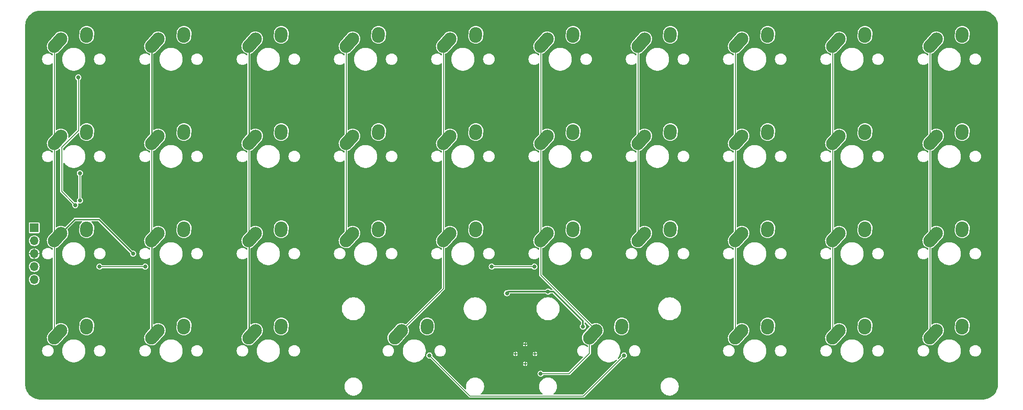
<source format=gtl>
%TF.GenerationSoftware,KiCad,Pcbnew,8.0.5*%
%TF.CreationDate,2024-10-22T20:47:20-04:00*%
%TF.ProjectId,ortho,6f727468-6f2e-46b6-9963-61645f706362,rev?*%
%TF.SameCoordinates,PX1c62fe0PY650e7e0*%
%TF.FileFunction,Copper,L1,Top*%
%TF.FilePolarity,Positive*%
%FSLAX46Y46*%
G04 Gerber Fmt 4.6, Leading zero omitted, Abs format (unit mm)*
G04 Created by KiCad (PCBNEW 8.0.5) date 2024-10-22 20:47:20*
%MOMM*%
%LPD*%
G01*
G04 APERTURE LIST*
G04 Aperture macros list*
%AMHorizOval*
0 Thick line with rounded ends*
0 $1 width*
0 $2 $3 position (X,Y) of the first rounded end (center of the circle)*
0 $4 $5 position (X,Y) of the second rounded end (center of the circle)*
0 Add line between two ends*
20,1,$1,$2,$3,$4,$5,0*
0 Add two circle primitives to create the rounded ends*
1,1,$1,$2,$3*
1,1,$1,$4,$5*%
G04 Aperture macros list end*
%TA.AperFunction,ComponentPad*%
%ADD10HorizOval,2.500000X0.656270X0.728862X-0.656270X-0.728862X0*%
%TD*%
%TA.AperFunction,ComponentPad*%
%ADD11C,2.500000*%
%TD*%
%TA.AperFunction,ComponentPad*%
%ADD12HorizOval,2.500000X0.020277X0.289981X-0.020277X-0.289981X0*%
%TD*%
%TA.AperFunction,ComponentPad*%
%ADD13R,1.700000X1.700000*%
%TD*%
%TA.AperFunction,ComponentPad*%
%ADD14O,1.700000X1.700000*%
%TD*%
%TA.AperFunction,HeatsinkPad*%
%ADD15C,0.500000*%
%TD*%
%TA.AperFunction,ViaPad*%
%ADD16C,0.800000*%
%TD*%
%TA.AperFunction,Conductor*%
%ADD17C,0.200000*%
%TD*%
%TA.AperFunction,Conductor*%
%ADD18C,0.250000*%
%TD*%
%TA.AperFunction,Conductor*%
%ADD19C,0.300000*%
%TD*%
G04 APERTURE END LIST*
D10*
%TO.P,MX26,1,COL*%
%TO.N,COL 7*%
X139721149Y31843836D03*
D11*
X140374880Y32574976D03*
D12*
%TO.P,MX26,2,ROW*%
%TO.N,Net-(D26-A)*%
X145394881Y33364976D03*
%TD*%
D10*
%TO.P,MX38,1,COL*%
%TO.N,COL 1*%
X25421245Y31843836D03*
D11*
X26074976Y32574976D03*
D12*
%TO.P,MX38,2,ROW*%
%TO.N,Net-(D38-A)*%
X31094977Y33364976D03*
%TD*%
D10*
%TO.P,MX27,1,COL*%
%TO.N,COL 8*%
X158771133Y31843836D03*
D11*
X159424864Y32574976D03*
D12*
%TO.P,MX27,2,ROW*%
%TO.N,Net-(D27-A)*%
X164444865Y33364976D03*
%TD*%
D10*
%TO.P,MX10,1,COL*%
%TO.N,COL 9*%
X177821118Y69943803D03*
D11*
X178474849Y70674943D03*
D12*
%TO.P,MX10,2,ROW*%
%TO.N,Net-(D10-A)*%
X183494850Y71464943D03*
%TD*%
D10*
%TO.P,MX36,1,COL*%
%TO.N,COL 9*%
X177821117Y12793852D03*
D11*
X178474848Y13524992D03*
D12*
%TO.P,MX36,2,ROW*%
%TO.N,Net-(D36-A)*%
X183494849Y14314992D03*
%TD*%
D10*
%TO.P,MX32,1,COL*%
%TO.N,COL 4*%
X73046205Y12793852D03*
D11*
X73699936Y13524992D03*
D12*
%TO.P,MX32,2,ROW*%
%TO.N,Net-(D32-A)*%
X78719937Y14314992D03*
%TD*%
D10*
%TO.P,MX2,1,COL*%
%TO.N,COL 1*%
X25421245Y69943803D03*
D11*
X26074976Y70674943D03*
D12*
%TO.P,MX2,2,ROW*%
%TO.N,Net-(D2-A)*%
X31094977Y71464943D03*
%TD*%
D10*
%TO.P,MX28,1,COL*%
%TO.N,COL 9*%
X177821117Y31843836D03*
D11*
X178474848Y32574976D03*
D12*
%TO.P,MX28,2,ROW*%
%TO.N,Net-(D28-A)*%
X183494849Y33364976D03*
%TD*%
D10*
%TO.P,MX20,1,COL*%
%TO.N,COL 0*%
X6371261Y31843836D03*
D11*
X7024992Y32574976D03*
D12*
%TO.P,MX20,2,ROW*%
%TO.N,Net-(D20-A)*%
X12044993Y33364976D03*
%TD*%
D10*
%TO.P,MX11,1,COL*%
%TO.N,COL 0*%
X6371261Y50893821D03*
D11*
X7024992Y51624961D03*
D12*
%TO.P,MX11,2,ROW*%
%TO.N,Net-(D11-A)*%
X12044993Y52414961D03*
%TD*%
D10*
%TO.P,MX24,1,COL*%
%TO.N,COL 5*%
X101621181Y31843835D03*
D11*
X102274912Y32574975D03*
D12*
%TO.P,MX24,2,ROW*%
%TO.N,Net-(D24-A)*%
X107294913Y33364975D03*
%TD*%
D10*
%TO.P,MX34,1,COL*%
%TO.N,COL 7*%
X139721148Y12793852D03*
D11*
X140374879Y13524992D03*
D12*
%TO.P,MX34,2,ROW*%
%TO.N,Net-(D34-A)*%
X145394880Y14314992D03*
%TD*%
D10*
%TO.P,MX19,1,COL*%
%TO.N,COL 9*%
X177821117Y50893820D03*
D11*
X178474848Y51624960D03*
D12*
%TO.P,MX19,2,ROW*%
%TO.N,Net-(D19-A)*%
X183494849Y52414960D03*
%TD*%
D10*
%TO.P,MX22,1,COL*%
%TO.N,COL 3*%
X63521213Y31843835D03*
D11*
X64174944Y32574975D03*
D12*
%TO.P,MX22,2,ROW*%
%TO.N,Net-(D22-A)*%
X69194945Y33364975D03*
%TD*%
D10*
%TO.P,MX23,1,COL*%
%TO.N,COL 4*%
X82571197Y31843835D03*
D11*
X83224928Y32574975D03*
D12*
%TO.P,MX23,2,ROW*%
%TO.N,Net-(D23-A)*%
X88244929Y33364975D03*
%TD*%
D10*
%TO.P,MX3,1,COL*%
%TO.N,COL 2*%
X44471228Y69943803D03*
D11*
X45124959Y70674943D03*
D12*
%TO.P,MX3,2,ROW*%
%TO.N,Net-(D3-A)*%
X50144960Y71464943D03*
%TD*%
D10*
%TO.P,MX30,1,COL*%
%TO.N,COL 1*%
X25421245Y12793852D03*
D11*
X26074976Y13524992D03*
D12*
%TO.P,MX30,2,ROW*%
%TO.N,Net-(D30-A)*%
X31094977Y14314992D03*
%TD*%
D10*
%TO.P,MX15,1,COL*%
%TO.N,COL 4*%
X82571197Y50893821D03*
D11*
X83224928Y51624961D03*
D12*
%TO.P,MX15,2,ROW*%
%TO.N,Net-(D15-A)*%
X88244929Y52414961D03*
%TD*%
D10*
%TO.P,MX1,1,COL*%
%TO.N,COL 0*%
X6371261Y69943803D03*
D11*
X7024992Y70674943D03*
D12*
%TO.P,MX1,2,ROW*%
%TO.N,Net-(D1-A)*%
X12044993Y71464943D03*
%TD*%
D10*
%TO.P,MX4,1,COL*%
%TO.N,COL 3*%
X63521212Y69943803D03*
D11*
X64174943Y70674943D03*
D12*
%TO.P,MX4,2,ROW*%
%TO.N,Net-(D4-A)*%
X69194944Y71464943D03*
%TD*%
D10*
%TO.P,MX6,1,COL*%
%TO.N,COL 5*%
X101621181Y69943803D03*
D11*
X102274912Y70674943D03*
D12*
%TO.P,MX6,2,ROW*%
%TO.N,Net-(D6-A)*%
X107294913Y71464943D03*
%TD*%
D10*
%TO.P,MX5,1,COL*%
%TO.N,COL 4*%
X82571197Y69943803D03*
D11*
X83224928Y70674943D03*
D12*
%TO.P,MX5,2,ROW*%
%TO.N,Net-(D5-A)*%
X88244929Y71464943D03*
%TD*%
D10*
%TO.P,MX14,1,COL*%
%TO.N,COL 3*%
X63521213Y50893821D03*
D11*
X64174944Y51624961D03*
D12*
%TO.P,MX14,2,ROW*%
%TO.N,Net-(D14-A)*%
X69194945Y52414961D03*
%TD*%
D10*
%TO.P,MX35,1,COL*%
%TO.N,COL 8*%
X158771133Y12793852D03*
D11*
X159424864Y13524992D03*
D12*
%TO.P,MX35,2,ROW*%
%TO.N,Net-(D35-A)*%
X164444865Y14314992D03*
%TD*%
D10*
%TO.P,MX8,1,COL*%
%TO.N,COL 7*%
X139721149Y69943803D03*
D11*
X140374880Y70674943D03*
D12*
%TO.P,MX8,2,ROW*%
%TO.N,Net-(D8-A)*%
X145394881Y71464943D03*
%TD*%
D10*
%TO.P,MX7,1,COL*%
%TO.N,COL 6*%
X120671165Y69943803D03*
D11*
X121324896Y70674943D03*
D12*
%TO.P,MX7,2,ROW*%
%TO.N,Net-(D7-A)*%
X126344897Y71464943D03*
%TD*%
D10*
%TO.P,MX16,1,COL*%
%TO.N,COL 5*%
X101621180Y50893820D03*
D11*
X102274911Y51624960D03*
D12*
%TO.P,MX16,2,ROW*%
%TO.N,Net-(D16-A)*%
X107294912Y52414960D03*
%TD*%
D10*
%TO.P,MX12,1,COL*%
%TO.N,COL 1*%
X25421245Y50893820D03*
D11*
X26074976Y51624960D03*
D12*
%TO.P,MX12,2,ROW*%
%TO.N,Net-(D12-A)*%
X31094977Y52414960D03*
%TD*%
D10*
%TO.P,MX9,1,COL*%
%TO.N,COL 8*%
X158771133Y69943803D03*
D11*
X159424864Y70674943D03*
D12*
%TO.P,MX9,2,ROW*%
%TO.N,Net-(D9-A)*%
X164444865Y71464943D03*
%TD*%
D10*
%TO.P,MX21,1,COL*%
%TO.N,COL 2*%
X44471229Y31843836D03*
D11*
X45124960Y32574976D03*
D12*
%TO.P,MX21,2,ROW*%
%TO.N,Net-(D21-A)*%
X50144961Y33364976D03*
%TD*%
D10*
%TO.P,MX29,1,COL*%
%TO.N,COL 0*%
X6371261Y12793852D03*
D11*
X7024992Y13524992D03*
D12*
%TO.P,MX29,2,ROW*%
%TO.N,Net-(D29-A)*%
X12044993Y14314992D03*
%TD*%
D10*
%TO.P,MX33,1,COL*%
%TO.N,COL 5*%
X111146173Y12793852D03*
D11*
X111799904Y13524992D03*
D12*
%TO.P,MX33,2,ROW*%
%TO.N,Net-(D33-A)*%
X116819905Y14314992D03*
%TD*%
D10*
%TO.P,MX31,1,COL*%
%TO.N,COL 2*%
X44471229Y12793852D03*
D11*
X45124960Y13524992D03*
D12*
%TO.P,MX31,2,ROW*%
%TO.N,Net-(D31-A)*%
X50144961Y14314992D03*
%TD*%
D10*
%TO.P,MX17,1,COL*%
%TO.N,COL 6*%
X120671165Y50893820D03*
D11*
X121324896Y51624960D03*
D12*
%TO.P,MX17,2,ROW*%
%TO.N,Net-(D17-A)*%
X126344897Y52414960D03*
%TD*%
D10*
%TO.P,MX13,1,COL*%
%TO.N,COL 2*%
X44471229Y50893820D03*
D11*
X45124960Y51624960D03*
D12*
%TO.P,MX13,2,ROW*%
%TO.N,Net-(D13-A)*%
X50144961Y52414960D03*
%TD*%
D10*
%TO.P,MX25,1,COL*%
%TO.N,COL 6*%
X120671165Y31843836D03*
D11*
X121324896Y32574976D03*
D12*
%TO.P,MX25,2,ROW*%
%TO.N,Net-(D25-A)*%
X126344897Y33364976D03*
%TD*%
D10*
%TO.P,MX37,1,COL*%
%TO.N,COL 8*%
X158771133Y50893820D03*
D11*
X159424864Y51624960D03*
D12*
%TO.P,MX37,2,ROW*%
%TO.N,Net-(D37-A)*%
X164444865Y52414960D03*
%TD*%
D10*
%TO.P,MX18,1,COL*%
%TO.N,COL 7*%
X139721149Y50893820D03*
D11*
X140374880Y51624960D03*
D12*
%TO.P,MX18,2,ROW*%
%TO.N,Net-(D18-A)*%
X145394881Y52414960D03*
%TD*%
D13*
%TO.P,J2,1,Pin_1*%
%TO.N,+3V3*%
X1785936Y33649975D03*
D14*
%TO.P,J2,2,Pin_2*%
%TO.N,RESET*%
X1785936Y31109975D03*
%TO.P,J2,3,Pin_3*%
%TO.N,GND*%
X1785936Y28569976D03*
%TO.P,J2,4,Pin_4*%
%TO.N,SWDIO*%
X1785936Y26029975D03*
%TO.P,J2,5,Pin_5*%
%TO.N,SWCLK*%
X1785936Y23489975D03*
%TD*%
D15*
%TO.P,U1,57,GND*%
%TO.N,GND*%
X97928824Y7020491D03*
X99838012Y8929679D03*
X96019636Y8929679D03*
X97928824Y10838867D03*
%TD*%
D16*
%TO.N,ROW 0*%
X10417960Y63103072D03*
X9822648Y38099968D03*
%TO.N,ROW 1*%
X10715616Y38992936D03*
X10715616Y44350744D03*
%TO.N,ROW 2*%
X14585144Y26032007D03*
X23514824Y26032008D03*
X99714760Y26032007D03*
X91380392Y26032007D03*
%TO.N,ROW 3*%
X117276464Y8632023D03*
X79176496Y8632023D03*
%TO.N,COL 0*%
X21133576Y28574976D03*
%TO.N,COL 5*%
X100949823Y5060151D03*
%TO.N,GND*%
X96142888Y19347640D03*
X72925720Y39290592D03*
X74116344Y39290592D03*
X94356952Y17561703D03*
X116085840Y18752328D03*
X95249920Y18454671D03*
X88999144Y11608584D03*
X90189768Y11608584D03*
X114895216Y18752328D03*
%TO.N,+3V3*%
X109239752Y14287487D03*
X94356952Y20835919D03*
X102393664Y21133575D03*
%TD*%
D17*
%TO.N,ROW 0*%
X10465170Y52732322D02*
X7174992Y49442144D01*
X9822648Y38099968D02*
X7174992Y40747624D01*
X7174992Y40747624D02*
X7174992Y49442144D01*
X10465170Y63055862D02*
X10465170Y52732322D01*
X10417960Y63103072D02*
X10465170Y63055862D01*
%TO.N,ROW 1*%
X10715616Y44350744D02*
X10715616Y38992936D01*
%TO.N,ROW 2*%
X99714760Y26032007D02*
X91380392Y26032007D01*
X23514823Y26032007D02*
X14585144Y26032007D01*
X23514824Y26032008D02*
X23514823Y26032007D01*
%TO.N,ROW 3*%
X87142528Y665991D02*
X109310432Y665991D01*
X79176496Y8632023D02*
X87142528Y665991D01*
X109310432Y665991D02*
X117276464Y8632023D01*
%TO.N,COL 0*%
X5714992Y69214943D02*
X5714992Y50164961D01*
D18*
X9721644Y35271628D02*
X14436924Y35271628D01*
D17*
X5714992Y50164961D02*
X5714992Y31114976D01*
X5714992Y31114976D02*
X5714992Y12064992D01*
D18*
X7024992Y32574976D02*
X9721644Y35271628D01*
X14436924Y35271628D02*
X21133576Y28574976D01*
%TO.N,COL 1*%
X24764976Y31114976D02*
X24764976Y12064992D01*
D17*
X24764976Y50164960D02*
X24764976Y31114976D01*
D18*
X24764976Y69214943D02*
X24764976Y50164960D01*
D17*
%TO.N,COL 2*%
X43814960Y50164960D02*
X43814960Y31114976D01*
D18*
X43814960Y69214942D02*
X43814960Y50164960D01*
X43814960Y31114976D02*
X43814960Y12064992D01*
D17*
%TO.N,COL 3*%
X62864944Y50164961D02*
X62864944Y31114975D01*
X62864943Y69214943D02*
X62864943Y50164962D01*
%TO.N,COL 4*%
X81914928Y31114975D02*
X81914928Y21739984D01*
X81914928Y50164961D02*
X81914928Y31114975D01*
X81914928Y21739984D02*
X73699936Y13524992D01*
X81914928Y69214943D02*
X81914928Y50164961D01*
%TO.N,COL 5*%
X100964912Y24359984D02*
X111799904Y13524992D01*
X106487476Y5060151D02*
X100949823Y5060151D01*
X110489904Y12064991D02*
X110489904Y9062579D01*
X100964911Y50164960D02*
X100964911Y31114976D01*
X100964911Y69214942D02*
X100964911Y50164960D01*
X110489904Y9062579D02*
X106487476Y5060151D01*
X100964912Y31114975D02*
X100964912Y24359984D01*
%TO.N,COL 6*%
X120014896Y69214943D02*
X120014896Y50164960D01*
X120014896Y50164960D02*
X120014896Y31114976D01*
%TO.N,COL 7*%
X139064880Y50164960D02*
X139064880Y31114976D01*
X139064880Y31114976D02*
X139064880Y12064993D01*
X139064880Y69214943D02*
X139064880Y50164960D01*
%TO.N,COL 8*%
X158114864Y50164960D02*
X158114864Y31114976D01*
X158114864Y69214943D02*
X158114864Y50164960D01*
X158114864Y31114976D02*
X158114864Y12064992D01*
%TO.N,COL 9*%
X177164848Y50164960D02*
X177164848Y31114976D01*
X177164848Y69214942D02*
X177164848Y50164960D01*
X177164848Y31114976D02*
X177164848Y12064992D01*
D19*
%TO.N,+3V3*%
X103458663Y21133575D02*
X109239752Y15352486D01*
X102393664Y21133575D02*
X103458663Y21133575D01*
X109239752Y15352486D02*
X109239752Y14287487D01*
X102393664Y21133575D02*
X94654608Y21133575D01*
X94654608Y21133575D02*
X94356952Y20835919D01*
%TD*%
%TA.AperFunction,Conductor*%
%TO.N,GND*%
G36*
X187523959Y76199926D02*
G01*
X187685424Y76197786D01*
X187695160Y76197176D01*
X188016777Y76160940D01*
X188027692Y76159085D01*
X188342560Y76087219D01*
X188353223Y76084147D01*
X188658058Y75977482D01*
X188668308Y75973236D01*
X188959285Y75833108D01*
X188968994Y75827742D01*
X189105722Y75741830D01*
X189242446Y75655920D01*
X189251501Y75649495D01*
X189503994Y75448137D01*
X189512272Y75440739D01*
X189740628Y75212380D01*
X189748026Y75204102D01*
X189949385Y74951601D01*
X189955809Y74942546D01*
X190127625Y74669097D01*
X190132988Y74659393D01*
X190273115Y74368409D01*
X190277360Y74358159D01*
X190384022Y74053323D01*
X190387095Y74042655D01*
X190458951Y73727807D01*
X190460811Y73716862D01*
X190497040Y73395267D01*
X190497653Y73385519D01*
X190499831Y73224044D01*
X190499840Y73222709D01*
X190499840Y2977232D01*
X190499831Y2975894D01*
X190497649Y2814418D01*
X190497036Y2804672D01*
X190460803Y2483080D01*
X190458943Y2472135D01*
X190387083Y2157290D01*
X190384010Y2146622D01*
X190277348Y1841791D01*
X190273099Y1831533D01*
X190132980Y1540573D01*
X190127610Y1530857D01*
X189955788Y1257401D01*
X189949363Y1248347D01*
X189748019Y995869D01*
X189740622Y987590D01*
X189512249Y759217D01*
X189503970Y751820D01*
X189251492Y550476D01*
X189242438Y544051D01*
X188968983Y372228D01*
X188959266Y366858D01*
X188668305Y226739D01*
X188658048Y222490D01*
X188353216Y115827D01*
X188342549Y112754D01*
X188027705Y40893D01*
X188016759Y39033D01*
X187695168Y2800D01*
X187685420Y2187D01*
X187523947Y8D01*
X187522611Y-1D01*
X2977228Y-1D01*
X2975893Y8D01*
X2814421Y2186D01*
X2804672Y2799D01*
X2483083Y39033D01*
X2472137Y40893D01*
X2157284Y112756D01*
X2146616Y115830D01*
X1841801Y222490D01*
X1831544Y226738D01*
X1540572Y366863D01*
X1530856Y372233D01*
X1257409Y544051D01*
X1248354Y550476D01*
X995869Y751827D01*
X987591Y759224D01*
X759225Y987590D01*
X751828Y995868D01*
X699581Y1061383D01*
X633670Y1144033D01*
X550477Y1248354D01*
X544052Y1257409D01*
X474890Y1367480D01*
X372229Y1530864D01*
X366862Y1540576D01*
X361350Y1552021D01*
X226739Y1831545D01*
X222493Y1841798D01*
X115832Y2146619D01*
X112758Y2157287D01*
X40895Y2472144D01*
X39036Y2483088D01*
X19520Y2656299D01*
X62519186Y2656299D01*
X62519186Y2423685D01*
X62549549Y2193062D01*
X62600757Y2001952D01*
X62609752Y1968382D01*
X62609756Y1968369D01*
X62698769Y1753471D01*
X62698771Y1753466D01*
X62741456Y1679534D01*
X62815078Y1552018D01*
X62861020Y1492145D01*
X62956678Y1367480D01*
X62956680Y1367478D01*
X62956684Y1367473D01*
X63121167Y1202990D01*
X63121171Y1202987D01*
X63121173Y1202985D01*
X63198001Y1144033D01*
X63305712Y1061384D01*
X63406436Y1003231D01*
X63467959Y967710D01*
X63507161Y945077D01*
X63722068Y856060D01*
X63946756Y795855D01*
X64177379Y765492D01*
X64177380Y765492D01*
X64409992Y765492D01*
X64409993Y765492D01*
X64640616Y795855D01*
X64865304Y856060D01*
X65080211Y945077D01*
X65281660Y1061384D01*
X65466205Y1202990D01*
X65630688Y1367473D01*
X65772294Y1552018D01*
X65888601Y1753467D01*
X65977618Y1968374D01*
X66037823Y2193062D01*
X66068186Y2423685D01*
X66068186Y2656299D01*
X66037823Y2886922D01*
X65977618Y3111610D01*
X65888601Y3326517D01*
X65772294Y3527966D01*
X65630688Y3712511D01*
X65466205Y3876994D01*
X65466200Y3876998D01*
X65466198Y3877000D01*
X65281657Y4018602D01*
X65080212Y4134907D01*
X65080207Y4134909D01*
X64865309Y4223922D01*
X64865308Y4223923D01*
X64865304Y4223924D01*
X64640616Y4284129D01*
X64640611Y4284130D01*
X64640610Y4284130D01*
X64409993Y4314492D01*
X64177379Y4314492D01*
X64177378Y4314492D01*
X63946761Y4284130D01*
X63946758Y4284130D01*
X63946756Y4284129D01*
X63782278Y4240058D01*
X63722075Y4223926D01*
X63722062Y4223922D01*
X63507164Y4134909D01*
X63507159Y4134907D01*
X63305714Y4018602D01*
X63121173Y3877000D01*
X62956678Y3712505D01*
X62815076Y3527964D01*
X62698771Y3326519D01*
X62698769Y3326514D01*
X62609756Y3111616D01*
X62609754Y3111610D01*
X62549549Y2886922D01*
X62519186Y2656299D01*
X19520Y2656299D01*
X2803Y2804662D01*
X2189Y2814411D01*
X9Y2975893D01*
X0Y2977229D01*
X0Y9613575D01*
X3319493Y9613575D01*
X3319493Y9436410D01*
X3347206Y9261440D01*
X3401950Y9092952D01*
X3482373Y8935112D01*
X3482379Y8935102D01*
X3586510Y8791778D01*
X3711779Y8666509D01*
X3855103Y8562378D01*
X4012951Y8481950D01*
X4181438Y8427206D01*
X4245477Y8417063D01*
X4356411Y8399492D01*
X4356414Y8399492D01*
X4533575Y8399492D01*
X4621060Y8413349D01*
X4708548Y8427206D01*
X4877035Y8481950D01*
X5034883Y8562378D01*
X5178207Y8666509D01*
X5303476Y8791778D01*
X5407607Y8935102D01*
X5488035Y9092950D01*
X5542779Y9261437D01*
X5570493Y9436413D01*
X5570493Y9613571D01*
X5570493Y9613575D01*
X5561160Y9672498D01*
X7274492Y9672498D01*
X7274492Y9377486D01*
X7312999Y9084999D01*
X7353228Y8934863D01*
X7389353Y8800039D01*
X7502245Y8527493D01*
X7502247Y8527489D01*
X7502249Y8527485D01*
X7616738Y8329184D01*
X7649756Y8271995D01*
X7829340Y8037957D01*
X7829342Y8037955D01*
X7829346Y8037950D01*
X8037950Y7829346D01*
X8037954Y7829343D01*
X8037956Y7829341D01*
X8084175Y7793876D01*
X8271998Y7649754D01*
X8527485Y7502249D01*
X8800040Y7389353D01*
X9084999Y7312999D01*
X9377486Y7274492D01*
X9377487Y7274492D01*
X9672497Y7274492D01*
X9672498Y7274492D01*
X9964985Y7312999D01*
X10249944Y7389353D01*
X10522499Y7502249D01*
X10777986Y7649754D01*
X11012034Y7829346D01*
X11220638Y8037950D01*
X11400230Y8271998D01*
X11547735Y8527485D01*
X11660631Y8800040D01*
X11736985Y9084999D01*
X11775492Y9377486D01*
X11775492Y9613575D01*
X13479491Y9613575D01*
X13479491Y9436410D01*
X13507204Y9261440D01*
X13561948Y9092952D01*
X13642371Y8935112D01*
X13642377Y8935102D01*
X13746508Y8791778D01*
X13871777Y8666509D01*
X14015101Y8562378D01*
X14172949Y8481950D01*
X14341436Y8427206D01*
X14405475Y8417063D01*
X14516409Y8399492D01*
X14516412Y8399492D01*
X14693573Y8399492D01*
X14781058Y8413349D01*
X14868546Y8427206D01*
X15037033Y8481950D01*
X15194881Y8562378D01*
X15338205Y8666509D01*
X15463474Y8791778D01*
X15567605Y8935102D01*
X15648033Y9092950D01*
X15702777Y9261437D01*
X15730491Y9436413D01*
X15730491Y9613571D01*
X15730491Y9613575D01*
X22369477Y9613575D01*
X22369477Y9436410D01*
X22397190Y9261440D01*
X22451934Y9092952D01*
X22532357Y8935112D01*
X22532363Y8935102D01*
X22636494Y8791778D01*
X22761763Y8666509D01*
X22905087Y8562378D01*
X23062935Y8481950D01*
X23231422Y8427206D01*
X23295461Y8417063D01*
X23406395Y8399492D01*
X23406398Y8399492D01*
X23583559Y8399492D01*
X23671044Y8413349D01*
X23758532Y8427206D01*
X23927019Y8481950D01*
X24084867Y8562378D01*
X24228191Y8666509D01*
X24353460Y8791778D01*
X24457591Y8935102D01*
X24538019Y9092950D01*
X24592763Y9261437D01*
X24620477Y9436413D01*
X24620477Y9613571D01*
X24620477Y9613575D01*
X24611144Y9672498D01*
X26324476Y9672498D01*
X26324476Y9377486D01*
X26362983Y9084999D01*
X26403212Y8934863D01*
X26439337Y8800039D01*
X26552229Y8527493D01*
X26552231Y8527489D01*
X26552233Y8527485D01*
X26666722Y8329184D01*
X26699740Y8271995D01*
X26879324Y8037957D01*
X26879326Y8037955D01*
X26879330Y8037950D01*
X27087934Y7829346D01*
X27087938Y7829343D01*
X27087940Y7829341D01*
X27134159Y7793876D01*
X27321982Y7649754D01*
X27577469Y7502249D01*
X27850024Y7389353D01*
X28134983Y7312999D01*
X28427470Y7274492D01*
X28427471Y7274492D01*
X28722481Y7274492D01*
X28722482Y7274492D01*
X29014969Y7312999D01*
X29299928Y7389353D01*
X29572483Y7502249D01*
X29827970Y7649754D01*
X30062018Y7829346D01*
X30270622Y8037950D01*
X30450214Y8271998D01*
X30597719Y8527485D01*
X30710615Y8800040D01*
X30786969Y9084999D01*
X30825476Y9377486D01*
X30825476Y9613575D01*
X32529475Y9613575D01*
X32529475Y9436410D01*
X32557188Y9261440D01*
X32611932Y9092952D01*
X32692355Y8935112D01*
X32692361Y8935102D01*
X32796492Y8791778D01*
X32921761Y8666509D01*
X33065085Y8562378D01*
X33222933Y8481950D01*
X33391420Y8427206D01*
X33455459Y8417063D01*
X33566393Y8399492D01*
X33566396Y8399492D01*
X33743557Y8399492D01*
X33831042Y8413349D01*
X33918530Y8427206D01*
X34087017Y8481950D01*
X34244865Y8562378D01*
X34388189Y8666509D01*
X34513458Y8791778D01*
X34617589Y8935102D01*
X34698017Y9092950D01*
X34752761Y9261437D01*
X34780475Y9436413D01*
X34780475Y9613571D01*
X34780475Y9613575D01*
X41419461Y9613575D01*
X41419461Y9436410D01*
X41447174Y9261440D01*
X41501918Y9092952D01*
X41582341Y8935112D01*
X41582347Y8935102D01*
X41686478Y8791778D01*
X41811747Y8666509D01*
X41955071Y8562378D01*
X42112919Y8481950D01*
X42281406Y8427206D01*
X42345445Y8417063D01*
X42456379Y8399492D01*
X42456382Y8399492D01*
X42633543Y8399492D01*
X42721028Y8413349D01*
X42808516Y8427206D01*
X42977003Y8481950D01*
X43134851Y8562378D01*
X43278175Y8666509D01*
X43403444Y8791778D01*
X43507575Y8935102D01*
X43588003Y9092950D01*
X43642747Y9261437D01*
X43670461Y9436413D01*
X43670461Y9613571D01*
X43670461Y9613575D01*
X43661128Y9672498D01*
X45374460Y9672498D01*
X45374460Y9377486D01*
X45412967Y9084999D01*
X45453196Y8934863D01*
X45489321Y8800039D01*
X45602213Y8527493D01*
X45602215Y8527489D01*
X45602217Y8527485D01*
X45716706Y8329184D01*
X45749724Y8271995D01*
X45929308Y8037957D01*
X45929310Y8037955D01*
X45929314Y8037950D01*
X46137918Y7829346D01*
X46137922Y7829343D01*
X46137924Y7829341D01*
X46184143Y7793876D01*
X46371966Y7649754D01*
X46627453Y7502249D01*
X46900008Y7389353D01*
X47184967Y7312999D01*
X47477454Y7274492D01*
X47477455Y7274492D01*
X47772465Y7274492D01*
X47772466Y7274492D01*
X48064953Y7312999D01*
X48349912Y7389353D01*
X48622467Y7502249D01*
X48877954Y7649754D01*
X49112002Y7829346D01*
X49320606Y8037950D01*
X49500198Y8271998D01*
X49647703Y8527485D01*
X49760599Y8800040D01*
X49836953Y9084999D01*
X49875460Y9377486D01*
X49875460Y9613575D01*
X51579459Y9613575D01*
X51579459Y9436410D01*
X51607172Y9261440D01*
X51661916Y9092952D01*
X51742339Y8935112D01*
X51742345Y8935102D01*
X51846476Y8791778D01*
X51971745Y8666509D01*
X52115069Y8562378D01*
X52272917Y8481950D01*
X52441404Y8427206D01*
X52505443Y8417063D01*
X52616377Y8399492D01*
X52616380Y8399492D01*
X52793541Y8399492D01*
X52881026Y8413349D01*
X52968514Y8427206D01*
X53137001Y8481950D01*
X53294849Y8562378D01*
X53438173Y8666509D01*
X53563442Y8791778D01*
X53667573Y8935102D01*
X53748001Y9092950D01*
X53802745Y9261437D01*
X53830459Y9436413D01*
X53830459Y9613571D01*
X53830459Y9613575D01*
X69994437Y9613575D01*
X69994437Y9436410D01*
X70022150Y9261440D01*
X70076894Y9092952D01*
X70157317Y8935112D01*
X70157323Y8935102D01*
X70261454Y8791778D01*
X70386723Y8666509D01*
X70530047Y8562378D01*
X70687895Y8481950D01*
X70856382Y8427206D01*
X70920421Y8417063D01*
X71031355Y8399492D01*
X71031358Y8399492D01*
X71208519Y8399492D01*
X71296004Y8413349D01*
X71383492Y8427206D01*
X71551979Y8481950D01*
X71709827Y8562378D01*
X71853151Y8666509D01*
X71978420Y8791778D01*
X72082551Y8935102D01*
X72162979Y9092950D01*
X72217723Y9261437D01*
X72245437Y9436413D01*
X72245437Y9613571D01*
X72245437Y9613575D01*
X72236104Y9672498D01*
X73949436Y9672498D01*
X73949436Y9377486D01*
X73987943Y9084999D01*
X74028172Y8934863D01*
X74064297Y8800039D01*
X74177189Y8527493D01*
X74177191Y8527489D01*
X74177193Y8527485D01*
X74291682Y8329184D01*
X74324700Y8271995D01*
X74504284Y8037957D01*
X74504286Y8037955D01*
X74504290Y8037950D01*
X74712894Y7829346D01*
X74712898Y7829343D01*
X74712900Y7829341D01*
X74759119Y7793876D01*
X74946942Y7649754D01*
X75202429Y7502249D01*
X75474984Y7389353D01*
X75759943Y7312999D01*
X76052430Y7274492D01*
X76052431Y7274492D01*
X76347441Y7274492D01*
X76347442Y7274492D01*
X76639929Y7312999D01*
X76924888Y7389353D01*
X77197443Y7502249D01*
X77452930Y7649754D01*
X77686978Y7829346D01*
X77895582Y8037950D01*
X78075174Y8271998D01*
X78222679Y8527485D01*
X78265980Y8632024D01*
X78570814Y8632024D01*
X78570814Y8632023D01*
X78591451Y8475265D01*
X78591453Y8475257D01*
X78651958Y8329185D01*
X78651958Y8329184D01*
X78695841Y8271995D01*
X78748214Y8203741D01*
X78873655Y8107487D01*
X79019734Y8046979D01*
X79137305Y8031501D01*
X79176495Y8026341D01*
X79176496Y8026341D01*
X79287780Y8040992D01*
X79347939Y8029842D01*
X79370705Y8012843D01*
X86902068Y481480D01*
X86902067Y481480D01*
X86958017Y425531D01*
X87026535Y385972D01*
X87026539Y385970D01*
X87102963Y365492D01*
X87102965Y365491D01*
X87102966Y365491D01*
X109349995Y365491D01*
X109349995Y365492D01*
X109426421Y385970D01*
X109494943Y425531D01*
X109550892Y481480D01*
X111725710Y2656299D01*
X124431654Y2656299D01*
X124431654Y2423685D01*
X124462017Y2193062D01*
X124513225Y2001952D01*
X124522220Y1968382D01*
X124522224Y1968369D01*
X124611237Y1753471D01*
X124611239Y1753466D01*
X124653924Y1679534D01*
X124727546Y1552018D01*
X124773488Y1492145D01*
X124869146Y1367480D01*
X124869148Y1367478D01*
X124869152Y1367473D01*
X125033635Y1202990D01*
X125033639Y1202987D01*
X125033641Y1202985D01*
X125110469Y1144033D01*
X125218180Y1061384D01*
X125318904Y1003231D01*
X125380427Y967710D01*
X125419629Y945077D01*
X125634536Y856060D01*
X125859224Y795855D01*
X126089847Y765492D01*
X126089848Y765492D01*
X126322460Y765492D01*
X126322461Y765492D01*
X126553084Y795855D01*
X126777772Y856060D01*
X126992679Y945077D01*
X127194128Y1061384D01*
X127378673Y1202990D01*
X127543156Y1367473D01*
X127684762Y1552018D01*
X127801069Y1753467D01*
X127890086Y1968374D01*
X127950291Y2193062D01*
X127980654Y2423685D01*
X127980654Y2656299D01*
X127950291Y2886922D01*
X127890086Y3111610D01*
X127801069Y3326517D01*
X127684762Y3527966D01*
X127543156Y3712511D01*
X127378673Y3876994D01*
X127378668Y3876998D01*
X127378666Y3877000D01*
X127194125Y4018602D01*
X126992680Y4134907D01*
X126992675Y4134909D01*
X126777777Y4223922D01*
X126777776Y4223923D01*
X126777772Y4223924D01*
X126553084Y4284129D01*
X126553079Y4284130D01*
X126553078Y4284130D01*
X126322461Y4314492D01*
X126089847Y4314492D01*
X126089846Y4314492D01*
X125859229Y4284130D01*
X125859226Y4284130D01*
X125859224Y4284129D01*
X125694746Y4240058D01*
X125634543Y4223926D01*
X125634530Y4223922D01*
X125419632Y4134909D01*
X125419627Y4134907D01*
X125218182Y4018602D01*
X125033641Y3877000D01*
X124869146Y3712505D01*
X124727544Y3527964D01*
X124611239Y3326519D01*
X124611237Y3326514D01*
X124522224Y3111616D01*
X124522222Y3111610D01*
X124462017Y2886922D01*
X124431654Y2656299D01*
X111725710Y2656299D01*
X117082255Y8012845D01*
X117136770Y8040620D01*
X117165178Y8040992D01*
X117220268Y8033740D01*
X117276463Y8026341D01*
X117276464Y8026341D01*
X117276465Y8026341D01*
X117307816Y8030469D01*
X117433226Y8046979D01*
X117579305Y8107487D01*
X117704746Y8203741D01*
X117801000Y8329182D01*
X117861508Y8475261D01*
X117882146Y8632023D01*
X117861508Y8788785D01*
X117860268Y8791778D01*
X117801001Y8934862D01*
X117801001Y8934863D01*
X117704750Y9060300D01*
X117704749Y9060301D01*
X117704746Y9060305D01*
X117704741Y9060309D01*
X117704740Y9060310D01*
X117579302Y9156561D01*
X117433230Y9217066D01*
X117433222Y9217068D01*
X117276465Y9237705D01*
X117276463Y9237705D01*
X117119705Y9217068D01*
X117119697Y9217066D01*
X116973625Y9156561D01*
X116973624Y9156561D01*
X116848187Y9060310D01*
X116848177Y9060300D01*
X116751926Y8934863D01*
X116751926Y8934862D01*
X116691421Y8788790D01*
X116691419Y8788782D01*
X116670782Y8632024D01*
X116670782Y8632023D01*
X116685432Y8520741D01*
X116674282Y8460580D01*
X116657283Y8437816D01*
X116199991Y7980523D01*
X116145474Y7952745D01*
X116085042Y7962316D01*
X116041777Y8005581D01*
X116032206Y8066013D01*
X116051445Y8110793D01*
X116173531Y8269899D01*
X116175142Y8271998D01*
X116322647Y8527485D01*
X116435543Y8800040D01*
X116511897Y9084999D01*
X116550404Y9377486D01*
X116550404Y9613575D01*
X118254403Y9613575D01*
X118254403Y9436410D01*
X118282116Y9261440D01*
X118336860Y9092952D01*
X118417283Y8935112D01*
X118417289Y8935102D01*
X118521420Y8791778D01*
X118646689Y8666509D01*
X118790013Y8562378D01*
X118947861Y8481950D01*
X119116348Y8427206D01*
X119180387Y8417063D01*
X119291321Y8399492D01*
X119291324Y8399492D01*
X119468485Y8399492D01*
X119555970Y8413349D01*
X119643458Y8427206D01*
X119811945Y8481950D01*
X119969793Y8562378D01*
X120113117Y8666509D01*
X120238386Y8791778D01*
X120342517Y8935102D01*
X120422945Y9092950D01*
X120477689Y9261437D01*
X120505403Y9436413D01*
X120505403Y9613571D01*
X120505403Y9613575D01*
X136669380Y9613575D01*
X136669380Y9436410D01*
X136697093Y9261440D01*
X136751837Y9092952D01*
X136832260Y8935112D01*
X136832266Y8935102D01*
X136936397Y8791778D01*
X137061666Y8666509D01*
X137204990Y8562378D01*
X137362838Y8481950D01*
X137531325Y8427206D01*
X137595364Y8417063D01*
X137706298Y8399492D01*
X137706301Y8399492D01*
X137883462Y8399492D01*
X137970947Y8413349D01*
X138058435Y8427206D01*
X138226922Y8481950D01*
X138384770Y8562378D01*
X138528094Y8666509D01*
X138653363Y8791778D01*
X138757494Y8935102D01*
X138837922Y9092950D01*
X138892666Y9261437D01*
X138920380Y9436413D01*
X138920380Y9613571D01*
X138920380Y9613575D01*
X138911047Y9672498D01*
X140624379Y9672498D01*
X140624379Y9377486D01*
X140662886Y9084999D01*
X140703115Y8934863D01*
X140739240Y8800039D01*
X140852132Y8527493D01*
X140852134Y8527489D01*
X140852136Y8527485D01*
X140966625Y8329184D01*
X140999643Y8271995D01*
X141179227Y8037957D01*
X141179229Y8037955D01*
X141179233Y8037950D01*
X141387837Y7829346D01*
X141387841Y7829343D01*
X141387843Y7829341D01*
X141434062Y7793876D01*
X141621885Y7649754D01*
X141877372Y7502249D01*
X142149927Y7389353D01*
X142434886Y7312999D01*
X142727373Y7274492D01*
X142727374Y7274492D01*
X143022384Y7274492D01*
X143022385Y7274492D01*
X143314872Y7312999D01*
X143599831Y7389353D01*
X143872386Y7502249D01*
X144127873Y7649754D01*
X144361921Y7829346D01*
X144570525Y8037950D01*
X144750117Y8271998D01*
X144897622Y8527485D01*
X145010518Y8800040D01*
X145086872Y9084999D01*
X145125379Y9377486D01*
X145125379Y9613575D01*
X146829378Y9613575D01*
X146829378Y9436410D01*
X146857091Y9261440D01*
X146911835Y9092952D01*
X146992258Y8935112D01*
X146992264Y8935102D01*
X147096395Y8791778D01*
X147221664Y8666509D01*
X147364988Y8562378D01*
X147522836Y8481950D01*
X147691323Y8427206D01*
X147755362Y8417063D01*
X147866296Y8399492D01*
X147866299Y8399492D01*
X148043460Y8399492D01*
X148130945Y8413349D01*
X148218433Y8427206D01*
X148386920Y8481950D01*
X148544768Y8562378D01*
X148688092Y8666509D01*
X148813361Y8791778D01*
X148917492Y8935102D01*
X148997920Y9092950D01*
X149052664Y9261437D01*
X149080378Y9436413D01*
X149080378Y9613571D01*
X149080378Y9613575D01*
X155719365Y9613575D01*
X155719365Y9436410D01*
X155747078Y9261440D01*
X155801822Y9092952D01*
X155882245Y8935112D01*
X155882251Y8935102D01*
X155986382Y8791778D01*
X156111651Y8666509D01*
X156254975Y8562378D01*
X156412823Y8481950D01*
X156581310Y8427206D01*
X156645349Y8417063D01*
X156756283Y8399492D01*
X156756286Y8399492D01*
X156933447Y8399492D01*
X157020932Y8413349D01*
X157108420Y8427206D01*
X157276907Y8481950D01*
X157434755Y8562378D01*
X157578079Y8666509D01*
X157703348Y8791778D01*
X157807479Y8935102D01*
X157887907Y9092950D01*
X157942651Y9261437D01*
X157970365Y9436413D01*
X157970365Y9613571D01*
X157970365Y9613575D01*
X157961032Y9672498D01*
X159674364Y9672498D01*
X159674364Y9377486D01*
X159712871Y9084999D01*
X159753100Y8934863D01*
X159789225Y8800039D01*
X159902117Y8527493D01*
X159902119Y8527489D01*
X159902121Y8527485D01*
X160016610Y8329184D01*
X160049628Y8271995D01*
X160229212Y8037957D01*
X160229214Y8037955D01*
X160229218Y8037950D01*
X160437822Y7829346D01*
X160437826Y7829343D01*
X160437828Y7829341D01*
X160484047Y7793876D01*
X160671870Y7649754D01*
X160927357Y7502249D01*
X161199912Y7389353D01*
X161484871Y7312999D01*
X161777358Y7274492D01*
X161777359Y7274492D01*
X162072369Y7274492D01*
X162072370Y7274492D01*
X162364857Y7312999D01*
X162649816Y7389353D01*
X162922371Y7502249D01*
X163177858Y7649754D01*
X163411906Y7829346D01*
X163620510Y8037950D01*
X163800102Y8271998D01*
X163947607Y8527485D01*
X164060503Y8800040D01*
X164136857Y9084999D01*
X164175364Y9377486D01*
X164175364Y9613575D01*
X165879363Y9613575D01*
X165879363Y9436410D01*
X165907076Y9261440D01*
X165961820Y9092952D01*
X166042243Y8935112D01*
X166042249Y8935102D01*
X166146380Y8791778D01*
X166271649Y8666509D01*
X166414973Y8562378D01*
X166572821Y8481950D01*
X166741308Y8427206D01*
X166805347Y8417063D01*
X166916281Y8399492D01*
X166916284Y8399492D01*
X167093445Y8399492D01*
X167180930Y8413349D01*
X167268418Y8427206D01*
X167436905Y8481950D01*
X167594753Y8562378D01*
X167738077Y8666509D01*
X167863346Y8791778D01*
X167967477Y8935102D01*
X168047905Y9092950D01*
X168102649Y9261437D01*
X168130363Y9436413D01*
X168130363Y9613571D01*
X168130363Y9613575D01*
X174769349Y9613575D01*
X174769349Y9436410D01*
X174797062Y9261440D01*
X174851806Y9092952D01*
X174932229Y8935112D01*
X174932235Y8935102D01*
X175036366Y8791778D01*
X175161635Y8666509D01*
X175304959Y8562378D01*
X175462807Y8481950D01*
X175631294Y8427206D01*
X175695333Y8417063D01*
X175806267Y8399492D01*
X175806270Y8399492D01*
X175983431Y8399492D01*
X176070916Y8413349D01*
X176158404Y8427206D01*
X176326891Y8481950D01*
X176484739Y8562378D01*
X176628063Y8666509D01*
X176753332Y8791778D01*
X176857463Y8935102D01*
X176937891Y9092950D01*
X176992635Y9261437D01*
X177020349Y9436413D01*
X177020349Y9613571D01*
X177020349Y9613575D01*
X177011016Y9672498D01*
X178724348Y9672498D01*
X178724348Y9377486D01*
X178762855Y9084999D01*
X178803084Y8934863D01*
X178839209Y8800039D01*
X178952101Y8527493D01*
X178952103Y8527489D01*
X178952105Y8527485D01*
X179066594Y8329184D01*
X179099612Y8271995D01*
X179279196Y8037957D01*
X179279198Y8037955D01*
X179279202Y8037950D01*
X179487806Y7829346D01*
X179487810Y7829343D01*
X179487812Y7829341D01*
X179534031Y7793876D01*
X179721854Y7649754D01*
X179977341Y7502249D01*
X180249896Y7389353D01*
X180534855Y7312999D01*
X180827342Y7274492D01*
X180827343Y7274492D01*
X181122353Y7274492D01*
X181122354Y7274492D01*
X181414841Y7312999D01*
X181699800Y7389353D01*
X181972355Y7502249D01*
X182227842Y7649754D01*
X182461890Y7829346D01*
X182670494Y8037950D01*
X182850086Y8271998D01*
X182997591Y8527485D01*
X183110487Y8800040D01*
X183186841Y9084999D01*
X183225348Y9377486D01*
X183225348Y9613575D01*
X184929347Y9613575D01*
X184929347Y9436410D01*
X184957060Y9261440D01*
X185011804Y9092952D01*
X185092227Y8935112D01*
X185092233Y8935102D01*
X185196364Y8791778D01*
X185321633Y8666509D01*
X185464957Y8562378D01*
X185622805Y8481950D01*
X185791292Y8427206D01*
X185855331Y8417063D01*
X185966265Y8399492D01*
X185966268Y8399492D01*
X186143429Y8399492D01*
X186230914Y8413349D01*
X186318402Y8427206D01*
X186486889Y8481950D01*
X186644737Y8562378D01*
X186788061Y8666509D01*
X186913330Y8791778D01*
X187017461Y8935102D01*
X187097889Y9092950D01*
X187152633Y9261437D01*
X187180347Y9436413D01*
X187180347Y9613571D01*
X187180347Y9613575D01*
X187152633Y9788545D01*
X187152633Y9788547D01*
X187097889Y9957034D01*
X187017461Y10114882D01*
X186913330Y10258206D01*
X186788061Y10383475D01*
X186644737Y10487606D01*
X186644736Y10487607D01*
X186644734Y10487608D01*
X186486887Y10568035D01*
X186318399Y10622779D01*
X186143429Y10650492D01*
X186143426Y10650492D01*
X185966268Y10650492D01*
X185966265Y10650492D01*
X185791294Y10622779D01*
X185622806Y10568035D01*
X185464959Y10487608D01*
X185321634Y10383476D01*
X185196363Y10258205D01*
X185092231Y10114880D01*
X185011804Y9957033D01*
X184957060Y9788545D01*
X184929347Y9613575D01*
X183225348Y9613575D01*
X183225348Y9672498D01*
X183186841Y9964985D01*
X183110487Y10249944D01*
X182997591Y10522499D01*
X182850086Y10777986D01*
X182726637Y10938867D01*
X182670498Y11012029D01*
X182670497Y11012030D01*
X182670494Y11012034D01*
X182461890Y11220638D01*
X182461885Y11220642D01*
X182461883Y11220644D01*
X182227845Y11400228D01*
X182227842Y11400230D01*
X181972355Y11547735D01*
X181972351Y11547737D01*
X181972347Y11547739D01*
X181699801Y11660631D01*
X181633031Y11678522D01*
X181414841Y11736985D01*
X181414834Y11736986D01*
X181122354Y11775492D01*
X180827342Y11775492D01*
X180827341Y11775492D01*
X180534861Y11736986D01*
X180534859Y11736986D01*
X180534855Y11736985D01*
X180383432Y11696412D01*
X180249894Y11660631D01*
X179977348Y11547739D01*
X179721850Y11400228D01*
X179487812Y11220644D01*
X179487806Y11220639D01*
X179487806Y11220638D01*
X179279202Y11012034D01*
X179279198Y11012030D01*
X179279198Y11012029D01*
X179099612Y10777990D01*
X178952101Y10522492D01*
X178839209Y10249946D01*
X178803428Y10116408D01*
X178762855Y9964985D01*
X178724348Y9672498D01*
X177011016Y9672498D01*
X176992635Y9788545D01*
X176992635Y9788547D01*
X176937891Y9957034D01*
X176857463Y10114882D01*
X176753332Y10258206D01*
X176628063Y10383475D01*
X176484739Y10487606D01*
X176484738Y10487607D01*
X176484736Y10487608D01*
X176326889Y10568035D01*
X176158401Y10622779D01*
X175983431Y10650492D01*
X175983428Y10650492D01*
X175806270Y10650492D01*
X175806267Y10650492D01*
X175631296Y10622779D01*
X175462808Y10568035D01*
X175304961Y10487608D01*
X175161636Y10383476D01*
X175036365Y10258205D01*
X174932233Y10114880D01*
X174851806Y9957033D01*
X174797062Y9788545D01*
X174769349Y9613575D01*
X168130363Y9613575D01*
X168102649Y9788545D01*
X168102649Y9788547D01*
X168047905Y9957034D01*
X167967477Y10114882D01*
X167863346Y10258206D01*
X167738077Y10383475D01*
X167594753Y10487606D01*
X167594752Y10487607D01*
X167594750Y10487608D01*
X167436903Y10568035D01*
X167268415Y10622779D01*
X167093445Y10650492D01*
X167093442Y10650492D01*
X166916284Y10650492D01*
X166916281Y10650492D01*
X166741310Y10622779D01*
X166572822Y10568035D01*
X166414975Y10487608D01*
X166271650Y10383476D01*
X166146379Y10258205D01*
X166042247Y10114880D01*
X165961820Y9957033D01*
X165907076Y9788545D01*
X165879363Y9613575D01*
X164175364Y9613575D01*
X164175364Y9672498D01*
X164136857Y9964985D01*
X164060503Y10249944D01*
X163947607Y10522499D01*
X163800102Y10777986D01*
X163676653Y10938867D01*
X163620514Y11012029D01*
X163620513Y11012030D01*
X163620510Y11012034D01*
X163411906Y11220638D01*
X163411901Y11220642D01*
X163411899Y11220644D01*
X163177861Y11400228D01*
X163177858Y11400230D01*
X162922371Y11547735D01*
X162922367Y11547737D01*
X162922363Y11547739D01*
X162649817Y11660631D01*
X162583047Y11678522D01*
X162364857Y11736985D01*
X162364850Y11736986D01*
X162072370Y11775492D01*
X161777358Y11775492D01*
X161777357Y11775492D01*
X161484877Y11736986D01*
X161484875Y11736986D01*
X161484871Y11736985D01*
X161333448Y11696412D01*
X161199910Y11660631D01*
X160927364Y11547739D01*
X160671866Y11400228D01*
X160437828Y11220644D01*
X160437822Y11220639D01*
X160437822Y11220638D01*
X160229218Y11012034D01*
X160229214Y11012030D01*
X160229214Y11012029D01*
X160049628Y10777990D01*
X159902117Y10522492D01*
X159789225Y10249946D01*
X159753444Y10116408D01*
X159712871Y9964985D01*
X159674364Y9672498D01*
X157961032Y9672498D01*
X157942651Y9788545D01*
X157942651Y9788547D01*
X157887907Y9957034D01*
X157807479Y10114882D01*
X157703348Y10258206D01*
X157578079Y10383475D01*
X157434755Y10487606D01*
X157434754Y10487607D01*
X157434752Y10487608D01*
X157276905Y10568035D01*
X157108417Y10622779D01*
X156933447Y10650492D01*
X156933444Y10650492D01*
X156756286Y10650492D01*
X156756283Y10650492D01*
X156581312Y10622779D01*
X156412824Y10568035D01*
X156254977Y10487608D01*
X156111652Y10383476D01*
X155986381Y10258205D01*
X155882249Y10114880D01*
X155801822Y9957033D01*
X155747078Y9788545D01*
X155719365Y9613575D01*
X149080378Y9613575D01*
X149052664Y9788545D01*
X149052664Y9788547D01*
X148997920Y9957034D01*
X148917492Y10114882D01*
X148813361Y10258206D01*
X148688092Y10383475D01*
X148544768Y10487606D01*
X148544767Y10487607D01*
X148544765Y10487608D01*
X148386918Y10568035D01*
X148218430Y10622779D01*
X148043460Y10650492D01*
X148043457Y10650492D01*
X147866299Y10650492D01*
X147866296Y10650492D01*
X147691325Y10622779D01*
X147522837Y10568035D01*
X147364990Y10487608D01*
X147221665Y10383476D01*
X147096394Y10258205D01*
X146992262Y10114880D01*
X146911835Y9957033D01*
X146857091Y9788545D01*
X146829378Y9613575D01*
X145125379Y9613575D01*
X145125379Y9672498D01*
X145086872Y9964985D01*
X145010518Y10249944D01*
X144897622Y10522499D01*
X144750117Y10777986D01*
X144626668Y10938867D01*
X144570529Y11012029D01*
X144570528Y11012030D01*
X144570525Y11012034D01*
X144361921Y11220638D01*
X144361916Y11220642D01*
X144361914Y11220644D01*
X144127876Y11400228D01*
X144127873Y11400230D01*
X143872386Y11547735D01*
X143872382Y11547737D01*
X143872378Y11547739D01*
X143599832Y11660631D01*
X143533062Y11678522D01*
X143314872Y11736985D01*
X143314865Y11736986D01*
X143022385Y11775492D01*
X142727373Y11775492D01*
X142727372Y11775492D01*
X142434892Y11736986D01*
X142434890Y11736986D01*
X142434886Y11736985D01*
X142283463Y11696412D01*
X142149925Y11660631D01*
X141877379Y11547739D01*
X141621881Y11400228D01*
X141387843Y11220644D01*
X141387837Y11220639D01*
X141387837Y11220638D01*
X141179233Y11012034D01*
X141179229Y11012030D01*
X141179229Y11012029D01*
X140999643Y10777990D01*
X140852132Y10522492D01*
X140739240Y10249946D01*
X140703459Y10116408D01*
X140662886Y9964985D01*
X140624379Y9672498D01*
X138911047Y9672498D01*
X138892666Y9788545D01*
X138892666Y9788547D01*
X138837922Y9957034D01*
X138757494Y10114882D01*
X138653363Y10258206D01*
X138528094Y10383475D01*
X138384770Y10487606D01*
X138384769Y10487607D01*
X138384767Y10487608D01*
X138226920Y10568035D01*
X138058432Y10622779D01*
X137883462Y10650492D01*
X137883459Y10650492D01*
X137706301Y10650492D01*
X137706298Y10650492D01*
X137531327Y10622779D01*
X137362839Y10568035D01*
X137204992Y10487608D01*
X137061667Y10383476D01*
X136936396Y10258205D01*
X136832264Y10114880D01*
X136751837Y9957033D01*
X136697093Y9788545D01*
X136669380Y9613575D01*
X120505403Y9613575D01*
X120477689Y9788545D01*
X120477689Y9788547D01*
X120422945Y9957034D01*
X120342517Y10114882D01*
X120238386Y10258206D01*
X120113117Y10383475D01*
X119969793Y10487606D01*
X119969792Y10487607D01*
X119969790Y10487608D01*
X119811943Y10568035D01*
X119643455Y10622779D01*
X119468485Y10650492D01*
X119468482Y10650492D01*
X119291324Y10650492D01*
X119291321Y10650492D01*
X119116350Y10622779D01*
X118947862Y10568035D01*
X118790015Y10487608D01*
X118646690Y10383476D01*
X118521419Y10258205D01*
X118417287Y10114880D01*
X118336860Y9957033D01*
X118282116Y9788545D01*
X118254403Y9613575D01*
X116550404Y9613575D01*
X116550404Y9672498D01*
X116511897Y9964985D01*
X116435543Y10249944D01*
X116322647Y10522499D01*
X116175142Y10777986D01*
X116051693Y10938867D01*
X115995554Y11012029D01*
X115995553Y11012030D01*
X115995550Y11012034D01*
X115786946Y11220638D01*
X115786941Y11220642D01*
X115786939Y11220644D01*
X115552901Y11400228D01*
X115552898Y11400230D01*
X115297411Y11547735D01*
X115297407Y11547737D01*
X115297403Y11547739D01*
X115024857Y11660631D01*
X114958087Y11678522D01*
X114739897Y11736985D01*
X114739890Y11736986D01*
X114447410Y11775492D01*
X114152398Y11775492D01*
X114152397Y11775492D01*
X113859917Y11736986D01*
X113859915Y11736986D01*
X113859911Y11736985D01*
X113708488Y11696412D01*
X113574950Y11660631D01*
X113302404Y11547739D01*
X113046906Y11400228D01*
X112812868Y11220644D01*
X112812862Y11220639D01*
X112812862Y11220638D01*
X112604258Y11012034D01*
X112604254Y11012030D01*
X112604254Y11012029D01*
X112424668Y10777990D01*
X112277157Y10522492D01*
X112164265Y10249946D01*
X112128484Y10116408D01*
X112087911Y9964985D01*
X112049404Y9672498D01*
X112049404Y9377486D01*
X112087911Y9084999D01*
X112128140Y8934863D01*
X112164265Y8800039D01*
X112277157Y8527493D01*
X112277159Y8527489D01*
X112277161Y8527485D01*
X112391650Y8329184D01*
X112424668Y8271995D01*
X112604252Y8037957D01*
X112604254Y8037955D01*
X112604258Y8037950D01*
X112812862Y7829346D01*
X112812866Y7829343D01*
X112812868Y7829341D01*
X112859087Y7793876D01*
X113046910Y7649754D01*
X113302397Y7502249D01*
X113574952Y7389353D01*
X113859911Y7312999D01*
X114152398Y7274492D01*
X114152399Y7274492D01*
X114447409Y7274492D01*
X114447410Y7274492D01*
X114739897Y7312999D01*
X115024856Y7389353D01*
X115297411Y7502249D01*
X115552898Y7649754D01*
X115714105Y7773454D01*
X115771778Y7793876D01*
X115830444Y7776499D01*
X115867691Y7727957D01*
X115869293Y7666793D01*
X115844374Y7624906D01*
X109214957Y995487D01*
X109160440Y967710D01*
X109144953Y966491D01*
X103549606Y966491D01*
X103491415Y985398D01*
X103455451Y1034898D01*
X103455451Y1096084D01*
X103489339Y1144033D01*
X103566166Y1202985D01*
X103566173Y1202990D01*
X103730656Y1367473D01*
X103872262Y1552018D01*
X103988569Y1753467D01*
X104077586Y1968374D01*
X104137791Y2193062D01*
X104168154Y2423685D01*
X104168154Y2656299D01*
X104137791Y2886922D01*
X104077586Y3111610D01*
X103988569Y3326517D01*
X103872262Y3527966D01*
X103730656Y3712511D01*
X103566173Y3876994D01*
X103566168Y3876998D01*
X103566166Y3877000D01*
X103381625Y4018602D01*
X103180180Y4134907D01*
X103180175Y4134909D01*
X102965277Y4223922D01*
X102965276Y4223923D01*
X102965272Y4223924D01*
X102740584Y4284129D01*
X102740579Y4284130D01*
X102740578Y4284130D01*
X102509961Y4314492D01*
X102277347Y4314492D01*
X102277346Y4314492D01*
X102046729Y4284130D01*
X102046726Y4284130D01*
X102046724Y4284129D01*
X101882246Y4240058D01*
X101822043Y4223926D01*
X101822030Y4223922D01*
X101607132Y4134909D01*
X101607127Y4134907D01*
X101405682Y4018602D01*
X101221141Y3877000D01*
X101056646Y3712505D01*
X100915044Y3527964D01*
X100798739Y3326519D01*
X100798737Y3326514D01*
X100709724Y3111616D01*
X100709722Y3111610D01*
X100649517Y2886922D01*
X100619154Y2656299D01*
X100619154Y2423685D01*
X100649517Y2193062D01*
X100700725Y2001952D01*
X100709720Y1968382D01*
X100709724Y1968369D01*
X100798737Y1753471D01*
X100798739Y1753466D01*
X100841424Y1679534D01*
X100915046Y1552018D01*
X100960988Y1492145D01*
X101056646Y1367480D01*
X101056648Y1367478D01*
X101056652Y1367473D01*
X101221135Y1202990D01*
X101221139Y1202987D01*
X101221141Y1202985D01*
X101297969Y1144033D01*
X101332625Y1093609D01*
X101331024Y1032444D01*
X101293776Y983903D01*
X101237702Y966491D01*
X89262138Y966491D01*
X89203947Y985398D01*
X89167983Y1034898D01*
X89167983Y1096084D01*
X89201871Y1144033D01*
X89278698Y1202985D01*
X89278705Y1202990D01*
X89443188Y1367473D01*
X89584794Y1552018D01*
X89701101Y1753467D01*
X89790118Y1968374D01*
X89850323Y2193062D01*
X89880686Y2423685D01*
X89880686Y2656299D01*
X89850323Y2886922D01*
X89790118Y3111610D01*
X89701101Y3326517D01*
X89584794Y3527966D01*
X89443188Y3712511D01*
X89278705Y3876994D01*
X89278700Y3876998D01*
X89278698Y3877000D01*
X89094157Y4018602D01*
X88892712Y4134907D01*
X88892707Y4134909D01*
X88677809Y4223922D01*
X88677808Y4223923D01*
X88677804Y4223924D01*
X88453116Y4284129D01*
X88453111Y4284130D01*
X88453110Y4284130D01*
X88222493Y4314492D01*
X87989879Y4314492D01*
X87989878Y4314492D01*
X87759261Y4284130D01*
X87759258Y4284130D01*
X87759256Y4284129D01*
X87594778Y4240058D01*
X87534575Y4223926D01*
X87534562Y4223922D01*
X87319664Y4134909D01*
X87319659Y4134907D01*
X87118214Y4018602D01*
X86933673Y3877000D01*
X86769178Y3712505D01*
X86627576Y3527964D01*
X86511271Y3326519D01*
X86511269Y3326514D01*
X86422256Y3111616D01*
X86422254Y3111610D01*
X86362049Y2886922D01*
X86331686Y2656299D01*
X86331686Y2423685D01*
X86362049Y2193062D01*
X86384144Y2110604D01*
X86380941Y2049502D01*
X86342436Y2001952D01*
X86283335Y1986117D01*
X86226214Y2008044D01*
X86218513Y2014977D01*
X81112999Y7120491D01*
X97488575Y7120491D01*
X97816692Y7120491D01*
X97801660Y7105459D01*
X97778824Y7050328D01*
X97778824Y6990654D01*
X97801660Y6935523D01*
X97816692Y6920491D01*
X97488575Y6920491D01*
X97492611Y6892413D01*
X97492612Y6892411D01*
X97546367Y6774702D01*
X97631107Y6676908D01*
X97739964Y6606949D01*
X97739967Y6606948D01*
X97828824Y6580858D01*
X97828824Y6908359D01*
X97843856Y6893327D01*
X97898987Y6870491D01*
X97958661Y6870491D01*
X98013792Y6893327D01*
X98028824Y6908359D01*
X98028824Y6580859D01*
X98117680Y6606948D01*
X98117683Y6606949D01*
X98226540Y6676908D01*
X98311280Y6774702D01*
X98365035Y6892411D01*
X98365036Y6892413D01*
X98369073Y6920491D01*
X98040956Y6920491D01*
X98055988Y6935523D01*
X98078824Y6990654D01*
X98078824Y7050328D01*
X98055988Y7105459D01*
X98040956Y7120491D01*
X98369073Y7120491D01*
X98365036Y7148570D01*
X98365035Y7148572D01*
X98311280Y7266281D01*
X98226540Y7364075D01*
X98117682Y7434035D01*
X98028824Y7460126D01*
X98028824Y7132623D01*
X98013792Y7147655D01*
X97958661Y7170491D01*
X97898987Y7170491D01*
X97843856Y7147655D01*
X97828824Y7132623D01*
X97828824Y7460126D01*
X97828823Y7460126D01*
X97739965Y7434035D01*
X97631107Y7364075D01*
X97546367Y7266281D01*
X97492612Y7148572D01*
X97492611Y7148570D01*
X97488575Y7120491D01*
X81112999Y7120491D01*
X79795676Y8437814D01*
X79767899Y8492331D01*
X79767527Y8520740D01*
X79767528Y8520741D01*
X79782178Y8632023D01*
X79761540Y8788785D01*
X79760300Y8791778D01*
X79701033Y8934862D01*
X79701033Y8934863D01*
X79604782Y9060300D01*
X79604781Y9060301D01*
X79604778Y9060305D01*
X79604773Y9060309D01*
X79604772Y9060310D01*
X79479334Y9156561D01*
X79333262Y9217066D01*
X79333254Y9217068D01*
X79176497Y9237705D01*
X79176495Y9237705D01*
X79019737Y9217068D01*
X79019729Y9217066D01*
X78873657Y9156561D01*
X78873656Y9156561D01*
X78748219Y9060310D01*
X78748209Y9060300D01*
X78651958Y8934863D01*
X78651958Y8934862D01*
X78591453Y8788790D01*
X78591451Y8788782D01*
X78570814Y8632024D01*
X78265980Y8632024D01*
X78335575Y8800040D01*
X78411929Y9084999D01*
X78450436Y9377486D01*
X78450436Y9613575D01*
X80154435Y9613575D01*
X80154435Y9436410D01*
X80182148Y9261440D01*
X80236892Y9092952D01*
X80317315Y8935112D01*
X80317321Y8935102D01*
X80421452Y8791778D01*
X80546721Y8666509D01*
X80690045Y8562378D01*
X80847893Y8481950D01*
X81016380Y8427206D01*
X81080419Y8417063D01*
X81191353Y8399492D01*
X81191356Y8399492D01*
X81368517Y8399492D01*
X81456002Y8413349D01*
X81543490Y8427206D01*
X81711977Y8481950D01*
X81869825Y8562378D01*
X82013149Y8666509D01*
X82138418Y8791778D01*
X82242549Y8935102D01*
X82290739Y9029679D01*
X95579387Y9029679D01*
X95907504Y9029679D01*
X95892472Y9014647D01*
X95869636Y8959516D01*
X95869636Y8899842D01*
X95892472Y8844711D01*
X95907504Y8829679D01*
X95579387Y8829679D01*
X95583423Y8801601D01*
X95583424Y8801599D01*
X95637179Y8683890D01*
X95721919Y8586096D01*
X95830776Y8516137D01*
X95830779Y8516136D01*
X95919636Y8490046D01*
X95919636Y8817547D01*
X95934668Y8802515D01*
X95989799Y8779679D01*
X96049473Y8779679D01*
X96104604Y8802515D01*
X96119636Y8817547D01*
X96119636Y8490047D01*
X96208492Y8516136D01*
X96208495Y8516137D01*
X96317352Y8586096D01*
X96402092Y8683890D01*
X96455847Y8801599D01*
X96455848Y8801601D01*
X96459885Y8829679D01*
X96131768Y8829679D01*
X96146800Y8844711D01*
X96169636Y8899842D01*
X96169636Y8959516D01*
X96146800Y9014647D01*
X96131768Y9029679D01*
X96459885Y9029679D01*
X99397763Y9029679D01*
X99725880Y9029679D01*
X99710848Y9014647D01*
X99688012Y8959516D01*
X99688012Y8899842D01*
X99710848Y8844711D01*
X99725880Y8829679D01*
X99397763Y8829679D01*
X99401799Y8801601D01*
X99401800Y8801599D01*
X99455555Y8683890D01*
X99540295Y8586096D01*
X99649152Y8516137D01*
X99649155Y8516136D01*
X99738012Y8490046D01*
X99738012Y8817547D01*
X99753044Y8802515D01*
X99808175Y8779679D01*
X99867849Y8779679D01*
X99922980Y8802515D01*
X99938012Y8817547D01*
X99938012Y8490047D01*
X100026868Y8516136D01*
X100026871Y8516137D01*
X100135728Y8586096D01*
X100220468Y8683890D01*
X100274223Y8801599D01*
X100274224Y8801601D01*
X100278261Y8829679D01*
X99950144Y8829679D01*
X99965176Y8844711D01*
X99988012Y8899842D01*
X99988012Y8959516D01*
X99965176Y9014647D01*
X99950144Y9029679D01*
X100278261Y9029679D01*
X100274224Y9057758D01*
X100274223Y9057760D01*
X100220468Y9175469D01*
X100135728Y9273263D01*
X100026870Y9343223D01*
X99938012Y9369314D01*
X99938012Y9041811D01*
X99922980Y9056843D01*
X99867849Y9079679D01*
X99808175Y9079679D01*
X99753044Y9056843D01*
X99738012Y9041811D01*
X99738012Y9369314D01*
X99738011Y9369314D01*
X99649153Y9343223D01*
X99540295Y9273263D01*
X99455555Y9175469D01*
X99401800Y9057760D01*
X99401799Y9057758D01*
X99397763Y9029679D01*
X96459885Y9029679D01*
X96455848Y9057758D01*
X96455847Y9057760D01*
X96402092Y9175469D01*
X96317352Y9273263D01*
X96208494Y9343223D01*
X96119636Y9369314D01*
X96119636Y9041811D01*
X96104604Y9056843D01*
X96049473Y9079679D01*
X95989799Y9079679D01*
X95934668Y9056843D01*
X95919636Y9041811D01*
X95919636Y9369314D01*
X95919635Y9369314D01*
X95830777Y9343223D01*
X95721919Y9273263D01*
X95637179Y9175469D01*
X95583424Y9057760D01*
X95583423Y9057758D01*
X95579387Y9029679D01*
X82290739Y9029679D01*
X82322977Y9092950D01*
X82377721Y9261437D01*
X82405435Y9436413D01*
X82405435Y9613571D01*
X82405435Y9613575D01*
X82377721Y9788545D01*
X82377721Y9788547D01*
X82322977Y9957034D01*
X82242549Y10114882D01*
X82138418Y10258206D01*
X82013149Y10383475D01*
X81869825Y10487606D01*
X81869824Y10487607D01*
X81869822Y10487608D01*
X81711975Y10568035D01*
X81543487Y10622779D01*
X81368517Y10650492D01*
X81368514Y10650492D01*
X81191356Y10650492D01*
X81191353Y10650492D01*
X81016382Y10622779D01*
X80847894Y10568035D01*
X80690047Y10487608D01*
X80546722Y10383476D01*
X80421451Y10258205D01*
X80317319Y10114880D01*
X80236892Y9957033D01*
X80182148Y9788545D01*
X80154435Y9613575D01*
X78450436Y9613575D01*
X78450436Y9672498D01*
X78411929Y9964985D01*
X78335575Y10249944D01*
X78222679Y10522499D01*
X78075174Y10777986D01*
X77951725Y10938867D01*
X97488575Y10938867D01*
X97816692Y10938867D01*
X97801660Y10923835D01*
X97778824Y10868704D01*
X97778824Y10809030D01*
X97801660Y10753899D01*
X97816692Y10738867D01*
X97488575Y10738867D01*
X97492611Y10710789D01*
X97492612Y10710787D01*
X97546367Y10593078D01*
X97631107Y10495284D01*
X97739964Y10425325D01*
X97739967Y10425324D01*
X97828824Y10399234D01*
X97828824Y10726735D01*
X97843856Y10711703D01*
X97898987Y10688867D01*
X97958661Y10688867D01*
X98013792Y10711703D01*
X98028824Y10726735D01*
X98028824Y10399235D01*
X98117680Y10425324D01*
X98117683Y10425325D01*
X98226540Y10495284D01*
X98311280Y10593078D01*
X98365035Y10710787D01*
X98365036Y10710789D01*
X98369073Y10738867D01*
X98040956Y10738867D01*
X98055988Y10753899D01*
X98078824Y10809030D01*
X98078824Y10868704D01*
X98055988Y10923835D01*
X98040956Y10938867D01*
X98369073Y10938867D01*
X98365036Y10966946D01*
X98365035Y10966948D01*
X98311280Y11084657D01*
X98226540Y11182451D01*
X98117682Y11252411D01*
X98028824Y11278502D01*
X98028824Y10950999D01*
X98013792Y10966031D01*
X97958661Y10988867D01*
X97898987Y10988867D01*
X97843856Y10966031D01*
X97828824Y10950999D01*
X97828824Y11278502D01*
X97828823Y11278502D01*
X97739965Y11252411D01*
X97631107Y11182451D01*
X97546367Y11084657D01*
X97492612Y10966948D01*
X97492611Y10966946D01*
X97488575Y10938867D01*
X77951725Y10938867D01*
X77895586Y11012029D01*
X77895585Y11012030D01*
X77895582Y11012034D01*
X77686978Y11220638D01*
X77686973Y11220642D01*
X77686971Y11220644D01*
X77452933Y11400228D01*
X77452930Y11400230D01*
X77197443Y11547735D01*
X77197439Y11547737D01*
X77197435Y11547739D01*
X76924889Y11660631D01*
X76858119Y11678522D01*
X76639929Y11736985D01*
X76639922Y11736986D01*
X76347442Y11775492D01*
X76052430Y11775492D01*
X76052429Y11775492D01*
X75759949Y11736986D01*
X75759947Y11736986D01*
X75759943Y11736985D01*
X75608520Y11696412D01*
X75474982Y11660631D01*
X75202436Y11547739D01*
X74946938Y11400228D01*
X74712900Y11220644D01*
X74712894Y11220639D01*
X74712894Y11220638D01*
X74504290Y11012034D01*
X74504286Y11012030D01*
X74504286Y11012029D01*
X74324700Y10777990D01*
X74177189Y10522492D01*
X74064297Y10249946D01*
X74028516Y10116408D01*
X73987943Y9964985D01*
X73949436Y9672498D01*
X72236104Y9672498D01*
X72217723Y9788545D01*
X72217723Y9788547D01*
X72162979Y9957034D01*
X72082551Y10114882D01*
X71978420Y10258206D01*
X71853151Y10383475D01*
X71709827Y10487606D01*
X71709826Y10487607D01*
X71709824Y10487608D01*
X71551977Y10568035D01*
X71383489Y10622779D01*
X71208519Y10650492D01*
X71208516Y10650492D01*
X71031358Y10650492D01*
X71031355Y10650492D01*
X70856384Y10622779D01*
X70687896Y10568035D01*
X70530049Y10487608D01*
X70386724Y10383476D01*
X70261453Y10258205D01*
X70157321Y10114880D01*
X70076894Y9957033D01*
X70022150Y9788545D01*
X69994437Y9613575D01*
X53830459Y9613575D01*
X53802745Y9788545D01*
X53802745Y9788547D01*
X53748001Y9957034D01*
X53667573Y10114882D01*
X53563442Y10258206D01*
X53438173Y10383475D01*
X53294849Y10487606D01*
X53294848Y10487607D01*
X53294846Y10487608D01*
X53136999Y10568035D01*
X52968511Y10622779D01*
X52793541Y10650492D01*
X52793538Y10650492D01*
X52616380Y10650492D01*
X52616377Y10650492D01*
X52441406Y10622779D01*
X52272918Y10568035D01*
X52115071Y10487608D01*
X51971746Y10383476D01*
X51846475Y10258205D01*
X51742343Y10114880D01*
X51661916Y9957033D01*
X51607172Y9788545D01*
X51579459Y9613575D01*
X49875460Y9613575D01*
X49875460Y9672498D01*
X49836953Y9964985D01*
X49760599Y10249944D01*
X49647703Y10522499D01*
X49500198Y10777986D01*
X49376749Y10938867D01*
X49320610Y11012029D01*
X49320609Y11012030D01*
X49320606Y11012034D01*
X49112002Y11220638D01*
X49111997Y11220642D01*
X49111995Y11220644D01*
X48877957Y11400228D01*
X48877954Y11400230D01*
X48622467Y11547735D01*
X48622463Y11547737D01*
X48622459Y11547739D01*
X48349913Y11660631D01*
X48283143Y11678522D01*
X48064953Y11736985D01*
X48064946Y11736986D01*
X47772466Y11775492D01*
X47477454Y11775492D01*
X47477453Y11775492D01*
X47184973Y11736986D01*
X47184971Y11736986D01*
X47184967Y11736985D01*
X47033544Y11696412D01*
X46900006Y11660631D01*
X46627460Y11547739D01*
X46371962Y11400228D01*
X46137924Y11220644D01*
X46137918Y11220639D01*
X46137918Y11220638D01*
X45929314Y11012034D01*
X45929310Y11012030D01*
X45929310Y11012029D01*
X45749724Y10777990D01*
X45602213Y10522492D01*
X45489321Y10249946D01*
X45453540Y10116408D01*
X45412967Y9964985D01*
X45374460Y9672498D01*
X43661128Y9672498D01*
X43642747Y9788545D01*
X43642747Y9788547D01*
X43588003Y9957034D01*
X43507575Y10114882D01*
X43403444Y10258206D01*
X43278175Y10383475D01*
X43134851Y10487606D01*
X43134850Y10487607D01*
X43134848Y10487608D01*
X42977001Y10568035D01*
X42808513Y10622779D01*
X42633543Y10650492D01*
X42633540Y10650492D01*
X42456382Y10650492D01*
X42456379Y10650492D01*
X42281408Y10622779D01*
X42112920Y10568035D01*
X41955073Y10487608D01*
X41811748Y10383476D01*
X41686477Y10258205D01*
X41582345Y10114880D01*
X41501918Y9957033D01*
X41447174Y9788545D01*
X41419461Y9613575D01*
X34780475Y9613575D01*
X34752761Y9788545D01*
X34752761Y9788547D01*
X34698017Y9957034D01*
X34617589Y10114882D01*
X34513458Y10258206D01*
X34388189Y10383475D01*
X34244865Y10487606D01*
X34244864Y10487607D01*
X34244862Y10487608D01*
X34087015Y10568035D01*
X33918527Y10622779D01*
X33743557Y10650492D01*
X33743554Y10650492D01*
X33566396Y10650492D01*
X33566393Y10650492D01*
X33391422Y10622779D01*
X33222934Y10568035D01*
X33065087Y10487608D01*
X32921762Y10383476D01*
X32796491Y10258205D01*
X32692359Y10114880D01*
X32611932Y9957033D01*
X32557188Y9788545D01*
X32529475Y9613575D01*
X30825476Y9613575D01*
X30825476Y9672498D01*
X30786969Y9964985D01*
X30710615Y10249944D01*
X30597719Y10522499D01*
X30450214Y10777986D01*
X30326765Y10938867D01*
X30270626Y11012029D01*
X30270625Y11012030D01*
X30270622Y11012034D01*
X30062018Y11220638D01*
X30062013Y11220642D01*
X30062011Y11220644D01*
X29827973Y11400228D01*
X29827970Y11400230D01*
X29572483Y11547735D01*
X29572479Y11547737D01*
X29572475Y11547739D01*
X29299929Y11660631D01*
X29233159Y11678522D01*
X29014969Y11736985D01*
X29014962Y11736986D01*
X28722482Y11775492D01*
X28427470Y11775492D01*
X28427469Y11775492D01*
X28134989Y11736986D01*
X28134987Y11736986D01*
X28134983Y11736985D01*
X27983560Y11696412D01*
X27850022Y11660631D01*
X27577476Y11547739D01*
X27321978Y11400228D01*
X27087940Y11220644D01*
X27087934Y11220639D01*
X27087934Y11220638D01*
X26879330Y11012034D01*
X26879326Y11012030D01*
X26879326Y11012029D01*
X26699740Y10777990D01*
X26552229Y10522492D01*
X26439337Y10249946D01*
X26403556Y10116408D01*
X26362983Y9964985D01*
X26324476Y9672498D01*
X24611144Y9672498D01*
X24592763Y9788545D01*
X24592763Y9788547D01*
X24538019Y9957034D01*
X24457591Y10114882D01*
X24353460Y10258206D01*
X24228191Y10383475D01*
X24084867Y10487606D01*
X24084866Y10487607D01*
X24084864Y10487608D01*
X23927017Y10568035D01*
X23758529Y10622779D01*
X23583559Y10650492D01*
X23583556Y10650492D01*
X23406398Y10650492D01*
X23406395Y10650492D01*
X23231424Y10622779D01*
X23062936Y10568035D01*
X22905089Y10487608D01*
X22761764Y10383476D01*
X22636493Y10258205D01*
X22532361Y10114880D01*
X22451934Y9957033D01*
X22397190Y9788545D01*
X22369477Y9613575D01*
X15730491Y9613575D01*
X15702777Y9788545D01*
X15702777Y9788547D01*
X15648033Y9957034D01*
X15567605Y10114882D01*
X15463474Y10258206D01*
X15338205Y10383475D01*
X15194881Y10487606D01*
X15194880Y10487607D01*
X15194878Y10487608D01*
X15037031Y10568035D01*
X14868543Y10622779D01*
X14693573Y10650492D01*
X14693570Y10650492D01*
X14516412Y10650492D01*
X14516409Y10650492D01*
X14341438Y10622779D01*
X14172950Y10568035D01*
X14015103Y10487608D01*
X13871778Y10383476D01*
X13746507Y10258205D01*
X13642375Y10114880D01*
X13561948Y9957033D01*
X13507204Y9788545D01*
X13479491Y9613575D01*
X11775492Y9613575D01*
X11775492Y9672498D01*
X11736985Y9964985D01*
X11660631Y10249944D01*
X11547735Y10522499D01*
X11400230Y10777986D01*
X11276781Y10938867D01*
X11220642Y11012029D01*
X11220641Y11012030D01*
X11220638Y11012034D01*
X11012034Y11220638D01*
X11012029Y11220642D01*
X11012027Y11220644D01*
X10777989Y11400228D01*
X10777986Y11400230D01*
X10522499Y11547735D01*
X10522495Y11547737D01*
X10522491Y11547739D01*
X10249945Y11660631D01*
X10183175Y11678522D01*
X9964985Y11736985D01*
X9964978Y11736986D01*
X9672498Y11775492D01*
X9377486Y11775492D01*
X9377485Y11775492D01*
X9085005Y11736986D01*
X9085003Y11736986D01*
X9084999Y11736985D01*
X8933576Y11696412D01*
X8800038Y11660631D01*
X8527492Y11547739D01*
X8271994Y11400228D01*
X8037956Y11220644D01*
X8037950Y11220639D01*
X8037950Y11220638D01*
X7829346Y11012034D01*
X7829342Y11012030D01*
X7829342Y11012029D01*
X7649756Y10777990D01*
X7502245Y10522492D01*
X7389353Y10249946D01*
X7353572Y10116408D01*
X7312999Y9964985D01*
X7274492Y9672498D01*
X5561160Y9672498D01*
X5542779Y9788545D01*
X5542779Y9788547D01*
X5488035Y9957034D01*
X5407607Y10114882D01*
X5303476Y10258206D01*
X5178207Y10383475D01*
X5034883Y10487606D01*
X5034882Y10487607D01*
X5034880Y10487608D01*
X4877033Y10568035D01*
X4708545Y10622779D01*
X4533575Y10650492D01*
X4533572Y10650492D01*
X4356414Y10650492D01*
X4356411Y10650492D01*
X4181440Y10622779D01*
X4012952Y10568035D01*
X3855105Y10487608D01*
X3711780Y10383476D01*
X3586509Y10258205D01*
X3482377Y10114880D01*
X3401950Y9957033D01*
X3347206Y9788545D01*
X3319493Y9613575D01*
X0Y9613575D01*
X0Y23489979D01*
X730353Y23489979D01*
X730353Y23489972D01*
X750634Y23284046D01*
X750635Y23284041D01*
X810704Y23086021D01*
X908252Y22903523D01*
X1039521Y22743571D01*
X1039526Y22743565D01*
X1039531Y22743561D01*
X1199483Y22612292D01*
X1199484Y22612292D01*
X1199486Y22612290D01*
X1381982Y22514743D01*
X1519933Y22472897D01*
X1580001Y22454675D01*
X1580006Y22454674D01*
X1785933Y22434392D01*
X1785936Y22434392D01*
X1785939Y22434392D01*
X1991865Y22454674D01*
X1991870Y22454675D01*
X2189890Y22514743D01*
X2372386Y22612290D01*
X2532346Y22743565D01*
X2663621Y22903525D01*
X2761168Y23086021D01*
X2821236Y23284041D01*
X2821237Y23284046D01*
X2841519Y23489972D01*
X2841519Y23489979D01*
X2821237Y23695905D01*
X2821236Y23695910D01*
X2803014Y23755978D01*
X2761168Y23893929D01*
X2663621Y24076425D01*
X2532346Y24236385D01*
X2523073Y24243995D01*
X2372388Y24367659D01*
X2189890Y24465207D01*
X1991870Y24525276D01*
X1991865Y24525277D01*
X1785939Y24545558D01*
X1785933Y24545558D01*
X1580006Y24525277D01*
X1580001Y24525276D01*
X1381981Y24465207D01*
X1199483Y24367659D01*
X1039531Y24236390D01*
X1039528Y24236387D01*
X1039526Y24236385D01*
X1039524Y24236382D01*
X908252Y24076428D01*
X810704Y23893930D01*
X750635Y23695910D01*
X750634Y23695905D01*
X730353Y23489979D01*
X0Y23489979D01*
X0Y26029979D01*
X730353Y26029979D01*
X730353Y26029972D01*
X750634Y25824046D01*
X750635Y25824041D01*
X810704Y25626021D01*
X908252Y25443523D01*
X1039521Y25283571D01*
X1039526Y25283565D01*
X1039531Y25283561D01*
X1199483Y25152292D01*
X1199484Y25152292D01*
X1199486Y25152290D01*
X1381982Y25054743D01*
X1519933Y25012897D01*
X1580001Y24994675D01*
X1580006Y24994674D01*
X1785933Y24974392D01*
X1785936Y24974392D01*
X1785939Y24974392D01*
X1991865Y24994674D01*
X1991870Y24994675D01*
X2189890Y25054743D01*
X2372386Y25152290D01*
X2532346Y25283565D01*
X2663621Y25443525D01*
X2761168Y25626021D01*
X2821236Y25824041D01*
X2821237Y25824046D01*
X2841519Y26029972D01*
X2841519Y26029979D01*
X2821237Y26235905D01*
X2821236Y26235910D01*
X2794370Y26324476D01*
X2761168Y26433929D01*
X2663621Y26616425D01*
X2663108Y26617050D01*
X2532350Y26776380D01*
X2532346Y26776385D01*
X2406908Y26879329D01*
X2372388Y26907659D01*
X2189890Y27005207D01*
X1991870Y27065276D01*
X1991865Y27065277D01*
X1785939Y27085558D01*
X1785933Y27085558D01*
X1580006Y27065277D01*
X1580001Y27065276D01*
X1381981Y27005207D01*
X1199483Y26907659D01*
X1039531Y26776390D01*
X1039521Y26776380D01*
X908252Y26616428D01*
X810704Y26433930D01*
X750635Y26235910D01*
X750634Y26235905D01*
X730353Y26029979D01*
X0Y26029979D01*
X0Y28669977D01*
X740703Y28669977D01*
X740704Y28669976D01*
X1295093Y28669976D01*
X1285936Y28635802D01*
X1285936Y28504150D01*
X1295093Y28469976D01*
X740703Y28469976D01*
X751126Y28364145D01*
X751127Y28364140D01*
X811168Y28166214D01*
X811170Y28166209D01*
X908660Y27983816D01*
X908667Y27983806D01*
X1039876Y27823926D01*
X1039885Y27823917D01*
X1199765Y27692708D01*
X1199775Y27692701D01*
X1382168Y27595211D01*
X1382173Y27595209D01*
X1580102Y27535168D01*
X1685934Y27524745D01*
X1685936Y27524746D01*
X1685936Y28079134D01*
X1720110Y28069976D01*
X1851762Y28069976D01*
X1885936Y28079134D01*
X1885936Y27524746D01*
X1885937Y27524745D01*
X1991769Y27535168D01*
X2189698Y27595209D01*
X2189703Y27595211D01*
X2372096Y27692701D01*
X2372106Y27692708D01*
X2531986Y27823917D01*
X2531995Y27823926D01*
X2663204Y27983806D01*
X2663211Y27983816D01*
X2760701Y28166209D01*
X2760703Y28166214D01*
X2820744Y28364140D01*
X2820745Y28364145D01*
X2831168Y28469976D01*
X2276779Y28469976D01*
X2285936Y28504150D01*
X2285936Y28635802D01*
X2276779Y28669976D01*
X2831168Y28669976D01*
X2831168Y28669977D01*
X2820745Y28775808D01*
X2820744Y28775813D01*
X2760703Y28973739D01*
X2760701Y28973744D01*
X2663211Y29156137D01*
X2663204Y29156147D01*
X2531995Y29316027D01*
X2531986Y29316036D01*
X2372106Y29447245D01*
X2372096Y29447252D01*
X2189703Y29544742D01*
X2189698Y29544744D01*
X1991772Y29604785D01*
X1991767Y29604786D01*
X1885936Y29615209D01*
X1885936Y29060819D01*
X1851762Y29069976D01*
X1720110Y29069976D01*
X1685936Y29060819D01*
X1685936Y29615209D01*
X1685935Y29615209D01*
X1580104Y29604786D01*
X1580099Y29604785D01*
X1382173Y29544744D01*
X1382168Y29544742D01*
X1199775Y29447252D01*
X1199765Y29447245D01*
X1039885Y29316036D01*
X1039876Y29316027D01*
X908667Y29156147D01*
X908660Y29156137D01*
X811170Y28973744D01*
X811168Y28973739D01*
X751127Y28775813D01*
X751126Y28775808D01*
X740703Y28669977D01*
X0Y28669977D01*
X0Y31109979D01*
X730353Y31109979D01*
X730353Y31109972D01*
X750634Y30904046D01*
X750635Y30904041D01*
X810704Y30706021D01*
X908252Y30523523D01*
X968415Y30450214D01*
X1039526Y30363565D01*
X1039531Y30363561D01*
X1199483Y30232292D01*
X1199484Y30232292D01*
X1199486Y30232290D01*
X1381982Y30134743D01*
X1519933Y30092897D01*
X1580001Y30074675D01*
X1580006Y30074674D01*
X1785933Y30054392D01*
X1785936Y30054392D01*
X1785939Y30054392D01*
X1991865Y30074674D01*
X1991870Y30074675D01*
X2189890Y30134743D01*
X2372386Y30232290D01*
X2532346Y30363565D01*
X2663621Y30523525D01*
X2761168Y30706021D01*
X2821236Y30904041D01*
X2821237Y30904046D01*
X2841519Y31109972D01*
X2841519Y31109979D01*
X2821237Y31315905D01*
X2821236Y31315910D01*
X2801757Y31380124D01*
X2761168Y31513929D01*
X2663621Y31696425D01*
X2663619Y31696428D01*
X2663615Y31696433D01*
X2532350Y31856380D01*
X2532346Y31856385D01*
X2532340Y31856390D01*
X2372388Y31987659D01*
X2189890Y32085207D01*
X1991870Y32145276D01*
X1991865Y32145277D01*
X1785939Y32165558D01*
X1785933Y32165558D01*
X1580006Y32145277D01*
X1580001Y32145276D01*
X1381981Y32085207D01*
X1199483Y31987659D01*
X1039531Y31856390D01*
X1039521Y31856380D01*
X908257Y31696433D01*
X908252Y31696428D01*
X810704Y31513930D01*
X750635Y31315910D01*
X750634Y31315905D01*
X730353Y31109979D01*
X0Y31109979D01*
X0Y34519722D01*
X735436Y34519722D01*
X735436Y32780229D01*
X735437Y32780217D01*
X747068Y32721748D01*
X747069Y32721744D01*
X791384Y32655423D01*
X857705Y32611108D01*
X902167Y32602264D01*
X916177Y32599477D01*
X916182Y32599477D01*
X916188Y32599475D01*
X916189Y32599475D01*
X2655683Y32599475D01*
X2655684Y32599475D01*
X2714167Y32611108D01*
X2780488Y32655423D01*
X2824803Y32721744D01*
X2836436Y32780227D01*
X2836436Y34519723D01*
X2836299Y34520410D01*
X2833647Y34533744D01*
X2824803Y34578206D01*
X2780488Y34644527D01*
X2780484Y34644530D01*
X2714169Y34688841D01*
X2714167Y34688842D01*
X2714164Y34688843D01*
X2714163Y34688843D01*
X2655694Y34700474D01*
X2655684Y34700475D01*
X916188Y34700475D01*
X916187Y34700475D01*
X916177Y34700474D01*
X857708Y34688843D01*
X857702Y34688841D01*
X791387Y34644530D01*
X791381Y34644524D01*
X747070Y34578209D01*
X747068Y34578203D01*
X735437Y34519734D01*
X735436Y34519722D01*
X0Y34519722D01*
X0Y66763526D01*
X3319493Y66763526D01*
X3319493Y66586361D01*
X3347206Y66411391D01*
X3401950Y66242903D01*
X3475494Y66098564D01*
X3482379Y66085053D01*
X3586510Y65941729D01*
X3711779Y65816460D01*
X3855103Y65712329D01*
X4012951Y65631901D01*
X4181438Y65577157D01*
X4251428Y65566072D01*
X4356411Y65549443D01*
X4356414Y65549443D01*
X4533575Y65549443D01*
X4621060Y65563300D01*
X4708548Y65577157D01*
X4877035Y65631901D01*
X5034883Y65712329D01*
X5178207Y65816460D01*
X5245490Y65883744D01*
X5300005Y65911519D01*
X5360437Y65901948D01*
X5403702Y65858683D01*
X5414492Y65813738D01*
X5414492Y52036964D01*
X5395585Y51978773D01*
X5389063Y51970720D01*
X4560677Y51050704D01*
X4560672Y51050697D01*
X4436324Y50859216D01*
X4343462Y50650646D01*
X4343461Y50650646D01*
X4284369Y50430108D01*
X4260504Y50203040D01*
X4260504Y50203039D01*
X4272452Y49975055D01*
X4272453Y49975053D01*
X4272453Y49975050D01*
X4272454Y49975045D01*
X4301806Y49836954D01*
X4319922Y49751721D01*
X4359849Y49647707D01*
X4401743Y49538572D01*
X4515899Y49340846D01*
X4515900Y49340845D01*
X4515904Y49340839D01*
X4532283Y49320613D01*
X4659582Y49163413D01*
X4659584Y49163412D01*
X4659585Y49163410D01*
X4829246Y49010646D01*
X4829248Y49010645D01*
X4829252Y49010641D01*
X5020733Y48886293D01*
X5229304Y48793431D01*
X5229304Y48793430D01*
X5229305Y48793430D01*
X5229307Y48793429D01*
X5341116Y48763470D01*
X5392429Y48730147D01*
X5414356Y48673026D01*
X5414492Y48667844D01*
X5414492Y48486166D01*
X5395585Y48427975D01*
X5346085Y48392011D01*
X5284899Y48392011D01*
X5245490Y48416161D01*
X5178207Y48483444D01*
X5034883Y48587575D01*
X5034882Y48587576D01*
X5034880Y48587577D01*
X4877033Y48668004D01*
X4708545Y48722748D01*
X4533575Y48750461D01*
X4533572Y48750461D01*
X4356414Y48750461D01*
X4356411Y48750461D01*
X4181440Y48722748D01*
X4012952Y48668004D01*
X3855105Y48587577D01*
X3711780Y48483445D01*
X3586509Y48358174D01*
X3482377Y48214849D01*
X3401950Y48057002D01*
X3347206Y47888514D01*
X3319493Y47713544D01*
X3319493Y47536379D01*
X3347206Y47361409D01*
X3401950Y47192921D01*
X3475493Y47048584D01*
X3482379Y47035071D01*
X3586510Y46891747D01*
X3711779Y46766478D01*
X3855103Y46662347D01*
X4012951Y46581919D01*
X4181438Y46527175D01*
X4251428Y46516090D01*
X4356411Y46499461D01*
X4356414Y46499461D01*
X4533575Y46499461D01*
X4621060Y46513318D01*
X4708548Y46527175D01*
X4877035Y46581919D01*
X5034883Y46662347D01*
X5178207Y46766478D01*
X5245490Y46833762D01*
X5300005Y46861537D01*
X5360437Y46851966D01*
X5403702Y46808701D01*
X5414492Y46763756D01*
X5414492Y32986979D01*
X5395585Y32928788D01*
X5389063Y32920735D01*
X4560677Y32000719D01*
X4560672Y32000712D01*
X4436324Y31809231D01*
X4343462Y31600661D01*
X4343461Y31600661D01*
X4284369Y31380123D01*
X4260504Y31153055D01*
X4260504Y31153054D01*
X4272452Y30925070D01*
X4272453Y30925068D01*
X4272453Y30925065D01*
X4272454Y30925060D01*
X4301806Y30786969D01*
X4319922Y30701736D01*
X4359849Y30597722D01*
X4401743Y30488587D01*
X4515899Y30290861D01*
X4515900Y30290860D01*
X4515904Y30290854D01*
X4515905Y30290853D01*
X4659582Y30113428D01*
X4659584Y30113427D01*
X4659585Y30113425D01*
X4829246Y29960661D01*
X4829248Y29960660D01*
X4829252Y29960656D01*
X5020733Y29836308D01*
X5229304Y29743446D01*
X5229304Y29743445D01*
X5229305Y29743445D01*
X5229307Y29743444D01*
X5341116Y29713485D01*
X5392429Y29680162D01*
X5414356Y29623041D01*
X5414492Y29617859D01*
X5414492Y29436181D01*
X5395585Y29377990D01*
X5346085Y29342026D01*
X5284899Y29342026D01*
X5245490Y29366176D01*
X5178207Y29433459D01*
X5034883Y29537590D01*
X5034882Y29537591D01*
X5034880Y29537592D01*
X4877033Y29618019D01*
X4708545Y29672763D01*
X4533575Y29700476D01*
X4533572Y29700476D01*
X4356414Y29700476D01*
X4356411Y29700476D01*
X4181440Y29672763D01*
X4012952Y29618019D01*
X3855105Y29537592D01*
X3711780Y29433460D01*
X3586509Y29308189D01*
X3482377Y29164864D01*
X3401950Y29007017D01*
X3347206Y28838529D01*
X3319493Y28663559D01*
X3319493Y28486394D01*
X3347206Y28311424D01*
X3401950Y28142936D01*
X3479909Y27989932D01*
X3482379Y27985086D01*
X3586510Y27841762D01*
X3711779Y27716493D01*
X3855103Y27612362D01*
X4012951Y27531934D01*
X4181438Y27477190D01*
X4251428Y27466105D01*
X4356411Y27449476D01*
X4356414Y27449476D01*
X4533575Y27449476D01*
X4621060Y27463333D01*
X4708548Y27477190D01*
X4877035Y27531934D01*
X5034883Y27612362D01*
X5178207Y27716493D01*
X5245490Y27783777D01*
X5300005Y27811552D01*
X5360437Y27801981D01*
X5403702Y27758716D01*
X5414492Y27713771D01*
X5414492Y13936995D01*
X5395585Y13878804D01*
X5389063Y13870751D01*
X4560677Y12950735D01*
X4560672Y12950728D01*
X4436324Y12759247D01*
X4343462Y12550677D01*
X4343461Y12550677D01*
X4284369Y12330139D01*
X4260504Y12103071D01*
X4260504Y12103070D01*
X4272452Y11875086D01*
X4272453Y11875084D01*
X4272453Y11875081D01*
X4272454Y11875076D01*
X4319922Y11651752D01*
X4401743Y11438603D01*
X4515899Y11240877D01*
X4515901Y11240874D01*
X4515904Y11240870D01*
X4593418Y11145149D01*
X4659582Y11063444D01*
X4659584Y11063443D01*
X4659585Y11063441D01*
X4767769Y10966031D01*
X4829252Y10910672D01*
X5020733Y10786324D01*
X5229304Y10693462D01*
X5229304Y10693461D01*
X5229305Y10693461D01*
X5229307Y10693460D01*
X5449841Y10634368D01*
X5676904Y10610504D01*
X5676908Y10610505D01*
X5676910Y10610504D01*
X5676911Y10610504D01*
X5904895Y10622452D01*
X5904896Y10622453D01*
X5904905Y10622453D01*
X6128229Y10669921D01*
X6341378Y10751742D01*
X6539104Y10865898D01*
X6716537Y11009581D01*
X8181849Y12636976D01*
X8187200Y12645215D01*
X8261253Y12759247D01*
X8306198Y12828456D01*
X8399061Y13037031D01*
X8458153Y13257565D01*
X8482017Y13484628D01*
X8480469Y13514162D01*
X8480573Y13520896D01*
X8480463Y13520896D01*
X8480463Y13524988D01*
X8479057Y13541951D01*
X8478855Y13544948D01*
X8477892Y13563333D01*
X8470068Y13712628D01*
X8462928Y13746221D01*
X8461103Y13758629D01*
X8460612Y13764557D01*
X8451241Y13801558D01*
X8450374Y13805281D01*
X8442360Y13842985D01*
X8422600Y13935953D01*
X8408862Y13971738D01*
X8405316Y13982912D01*
X8401602Y13997583D01*
X8395142Y14012310D01*
X10569786Y14012310D01*
X10589684Y13784869D01*
X10644920Y13563333D01*
X10734129Y13353169D01*
X10793871Y13257565D01*
X10855118Y13159551D01*
X11004905Y12987241D01*
X11076250Y12927375D01*
X11179800Y12840486D01*
X11179802Y12840485D01*
X11179803Y12840484D01*
X11375507Y12722894D01*
X11587195Y12637366D01*
X11809658Y12586007D01*
X12037415Y12570081D01*
X12264860Y12589980D01*
X12486392Y12645215D01*
X12696556Y12734424D01*
X12890176Y12855413D01*
X13062486Y13005200D01*
X13209243Y13180098D01*
X13326833Y13375802D01*
X13412361Y13587490D01*
X13463720Y13809953D01*
X13520200Y14617672D01*
X13500301Y14845117D01*
X13445066Y15066649D01*
X13443362Y15070665D01*
X13355856Y15276816D01*
X13247707Y15449886D01*
X13234868Y15470433D01*
X13085081Y15642743D01*
X13045941Y15675585D01*
X12910185Y15789499D01*
X12860997Y15819054D01*
X12714479Y15907090D01*
X12707682Y15909836D01*
X12502791Y15992618D01*
X12280325Y16043978D01*
X12086815Y16057509D01*
X12052571Y16059903D01*
X12052570Y16059903D01*
X12052569Y16059903D01*
X11825127Y16040005D01*
X11603591Y15984769D01*
X11393427Y15895560D01*
X11223699Y15789499D01*
X11199810Y15774571D01*
X11199807Y15774569D01*
X11199805Y15774567D01*
X11131134Y15714872D01*
X11027500Y15624784D01*
X11027498Y15624783D01*
X11027496Y15624780D01*
X10880744Y15449889D01*
X10763153Y15254182D01*
X10763150Y15254176D01*
X10677625Y15042495D01*
X10626265Y14820030D01*
X10569786Y14012310D01*
X8395142Y14012310D01*
X8381232Y14044019D01*
X8379473Y14048301D01*
X8363581Y14089701D01*
X8340779Y14149102D01*
X8320039Y14185024D01*
X8315113Y14194759D01*
X8305045Y14217713D01*
X8305042Y14217718D01*
X8305041Y14217720D01*
X8291269Y14238799D01*
X8273186Y14266479D01*
X8270331Y14271125D01*
X8226628Y14346819D01*
X8226626Y14346821D01*
X8226623Y14346827D01*
X8199086Y14380832D01*
X8193153Y14388975D01*
X8190099Y14393649D01*
X8173563Y14418961D01*
X8131188Y14464992D01*
X8127103Y14469722D01*
X8082942Y14524258D01*
X8082940Y14524260D01*
X8049500Y14554370D01*
X8042918Y14560881D01*
X8023384Y14582099D01*
X8010756Y14595817D01*
X7982677Y14617672D01*
X7959793Y14635484D01*
X7954356Y14640038D01*
X7913269Y14677033D01*
X7913266Y14677035D01*
X7875406Y14701622D01*
X7868519Y14706525D01*
X7821062Y14743462D01*
X7821059Y14743464D01*
X7764024Y14774330D01*
X7757233Y14778364D01*
X7721790Y14801381D01*
X7721787Y14801383D01*
X7681547Y14819299D01*
X7674709Y14822665D01*
X7609648Y14857874D01*
X7549359Y14878572D01*
X7541261Y14881757D01*
X7513215Y14894244D01*
X7513216Y14894244D01*
X7513211Y14894246D01*
X7486775Y14901329D01*
X7473175Y14904973D01*
X7466665Y14906960D01*
X7382292Y14935926D01*
X7321699Y14946037D01*
X7312375Y14948059D01*
X7292681Y14953336D01*
X7292680Y14953337D01*
X7292673Y14953338D01*
X7255884Y14957205D01*
X7249941Y14958012D01*
X7145185Y14975492D01*
X7145184Y14975492D01*
X7087059Y14975492D01*
X7076714Y14976034D01*
X7065618Y14977200D01*
X7065612Y14977201D01*
X7035622Y14975628D01*
X7030440Y14975492D01*
X6904798Y14975492D01*
X6851607Y14966617D01*
X6840513Y14965404D01*
X6837629Y14965253D01*
X6837612Y14965251D01*
X6818513Y14961193D01*
X6814238Y14960382D01*
X6667689Y14935926D01*
X6620321Y14919664D01*
X6616318Y14918384D01*
X6614294Y14917785D01*
X6611247Y14916615D01*
X6607934Y14915411D01*
X6546278Y14894244D01*
X6440336Y14857874D01*
X6440334Y14857874D01*
X6440331Y14857872D01*
X6228924Y14743464D01*
X6228921Y14743462D01*
X6175299Y14701726D01*
X6117765Y14680905D01*
X6058981Y14697878D01*
X6021400Y14746163D01*
X6015492Y14779851D01*
X6015492Y26032008D01*
X13979462Y26032008D01*
X13979462Y26032007D01*
X14000099Y25875249D01*
X14000101Y25875241D01*
X14060606Y25729169D01*
X14060606Y25729168D01*
X14156857Y25603731D01*
X14156862Y25603725D01*
X14282303Y25507471D01*
X14428382Y25446963D01*
X14545953Y25431485D01*
X14585143Y25426325D01*
X14585144Y25426325D01*
X14585145Y25426325D01*
X14616496Y25430453D01*
X14741906Y25446963D01*
X14887985Y25507471D01*
X15013426Y25603725D01*
X15081756Y25692774D01*
X15132181Y25727430D01*
X15160298Y25731507D01*
X22939670Y25731507D01*
X22997861Y25712600D01*
X23018212Y25692775D01*
X23086542Y25603726D01*
X23086546Y25603723D01*
X23086547Y25603722D01*
X23115906Y25581195D01*
X23211983Y25507472D01*
X23211984Y25507472D01*
X23211985Y25507471D01*
X23358057Y25446966D01*
X23358062Y25446964D01*
X23475633Y25431486D01*
X23514823Y25426326D01*
X23514824Y25426326D01*
X23514825Y25426326D01*
X23546176Y25430454D01*
X23671586Y25446964D01*
X23817665Y25507472D01*
X23943106Y25603726D01*
X24039360Y25729167D01*
X24099868Y25875246D01*
X24120506Y26032008D01*
X24099868Y26188770D01*
X24039361Y26334847D01*
X24039361Y26334848D01*
X23943110Y26460285D01*
X23943109Y26460286D01*
X23943106Y26460290D01*
X23943101Y26460294D01*
X23943100Y26460295D01*
X23823287Y26552230D01*
X23817665Y26556544D01*
X23817664Y26556545D01*
X23817662Y26556546D01*
X23671590Y26617051D01*
X23671582Y26617053D01*
X23514825Y26637690D01*
X23514823Y26637690D01*
X23358065Y26617053D01*
X23358057Y26617051D01*
X23211985Y26556546D01*
X23211984Y26556546D01*
X23086547Y26460295D01*
X23086541Y26460289D01*
X23018211Y26371239D01*
X22967786Y26336584D01*
X22939669Y26332507D01*
X15160298Y26332507D01*
X15102107Y26351414D01*
X15081756Y26371240D01*
X15013430Y26460284D01*
X15013429Y26460285D01*
X15013426Y26460289D01*
X15013421Y26460293D01*
X15013420Y26460294D01*
X14893607Y26552229D01*
X14887985Y26556543D01*
X14887984Y26556544D01*
X14887982Y26556545D01*
X14741910Y26617050D01*
X14741902Y26617052D01*
X14585145Y26637689D01*
X14585143Y26637689D01*
X14428385Y26617052D01*
X14428377Y26617050D01*
X14282305Y26556545D01*
X14282304Y26556545D01*
X14156867Y26460294D01*
X14156857Y26460284D01*
X14060606Y26334847D01*
X14060606Y26334846D01*
X14000101Y26188774D01*
X14000099Y26188766D01*
X13979462Y26032008D01*
X6015492Y26032008D01*
X6015492Y28722482D01*
X7274492Y28722482D01*
X7274492Y28427470D01*
X7312999Y28134983D01*
X7357395Y27969294D01*
X7389353Y27850023D01*
X7502245Y27577477D01*
X7502246Y27577476D01*
X7502249Y27577469D01*
X7649754Y27321982D01*
X7649756Y27321979D01*
X7829340Y27087941D01*
X7829341Y27087940D01*
X7829346Y27087934D01*
X8037950Y26879330D01*
X8037954Y26879327D01*
X8037956Y26879325D01*
X8271994Y26699741D01*
X8271998Y26699738D01*
X8527485Y26552233D01*
X8527491Y26552231D01*
X8527492Y26552230D01*
X8628169Y26510529D01*
X8800040Y26439337D01*
X9084999Y26362983D01*
X9377486Y26324476D01*
X9377487Y26324476D01*
X9672497Y26324476D01*
X9672498Y26324476D01*
X9964985Y26362983D01*
X10249944Y26439337D01*
X10522499Y26552233D01*
X10777986Y26699738D01*
X11012034Y26879330D01*
X11220638Y27087934D01*
X11400230Y27321982D01*
X11547735Y27577469D01*
X11660631Y27850024D01*
X11736985Y28134983D01*
X11775492Y28427470D01*
X11775492Y28663559D01*
X13479491Y28663559D01*
X13479491Y28486394D01*
X13507204Y28311424D01*
X13561948Y28142936D01*
X13639907Y27989932D01*
X13642377Y27985086D01*
X13746508Y27841762D01*
X13871777Y27716493D01*
X14015101Y27612362D01*
X14172949Y27531934D01*
X14341436Y27477190D01*
X14411426Y27466105D01*
X14516409Y27449476D01*
X14516412Y27449476D01*
X14693573Y27449476D01*
X14781058Y27463333D01*
X14868546Y27477190D01*
X15037033Y27531934D01*
X15194881Y27612362D01*
X15338205Y27716493D01*
X15463474Y27841762D01*
X15567605Y27985086D01*
X15648033Y28142934D01*
X15702777Y28311421D01*
X15727890Y28469975D01*
X15730491Y28486394D01*
X15730491Y28663559D01*
X15702777Y28838529D01*
X15702777Y28838530D01*
X15702777Y28838531D01*
X15648033Y29007018D01*
X15567605Y29164866D01*
X15463474Y29308190D01*
X15338205Y29433459D01*
X15194881Y29537590D01*
X15194880Y29537591D01*
X15194878Y29537592D01*
X15037031Y29618019D01*
X14868543Y29672763D01*
X14693573Y29700476D01*
X14693570Y29700476D01*
X14516412Y29700476D01*
X14516409Y29700476D01*
X14341438Y29672763D01*
X14172950Y29618019D01*
X14015103Y29537592D01*
X13871778Y29433460D01*
X13746507Y29308189D01*
X13642375Y29164864D01*
X13561948Y29007017D01*
X13507204Y28838529D01*
X13479491Y28663559D01*
X11775492Y28663559D01*
X11775492Y28722482D01*
X11736985Y29014969D01*
X11660631Y29299928D01*
X11547735Y29572483D01*
X11400230Y29827970D01*
X11220638Y30062018D01*
X11012034Y30270622D01*
X11012029Y30270626D01*
X11012027Y30270628D01*
X10777989Y30450212D01*
X10777986Y30450214D01*
X10522499Y30597719D01*
X10522495Y30597721D01*
X10522491Y30597723D01*
X10249945Y30710615D01*
X10183175Y30728506D01*
X9964985Y30786969D01*
X9964978Y30786970D01*
X9672498Y30825476D01*
X9377486Y30825476D01*
X9377485Y30825476D01*
X9085005Y30786970D01*
X9085003Y30786970D01*
X9084999Y30786969D01*
X8933576Y30746396D01*
X8800038Y30710615D01*
X8527492Y30597723D01*
X8271994Y30450212D01*
X8037956Y30270628D01*
X8037950Y30270623D01*
X8037950Y30270622D01*
X7829346Y30062018D01*
X7829342Y30062014D01*
X7829342Y30062013D01*
X7649756Y29827974D01*
X7502245Y29572476D01*
X7389353Y29299930D01*
X7362114Y29198270D01*
X7312999Y29014969D01*
X7312999Y29014968D01*
X7312998Y29014963D01*
X7275710Y28731735D01*
X7274492Y28722482D01*
X6015492Y28722482D01*
X6015492Y29615774D01*
X6034399Y29673965D01*
X6083899Y29709929D01*
X6093902Y29712609D01*
X6128229Y29719905D01*
X6341378Y29801726D01*
X6539104Y29915882D01*
X6716537Y30059565D01*
X8181849Y31686960D01*
X8187200Y31695199D01*
X8261253Y31809231D01*
X8306198Y31878440D01*
X8399061Y32087015D01*
X8458153Y32307549D01*
X8482017Y32534612D01*
X8480469Y32564146D01*
X8480573Y32570880D01*
X8480463Y32570880D01*
X8480463Y32574972D01*
X8479057Y32591935D01*
X8478855Y32594932D01*
X8478617Y32599477D01*
X8470068Y32762612D01*
X8462928Y32796205D01*
X8461103Y32808613D01*
X8460612Y32814541D01*
X8454696Y32837899D01*
X8451237Y32851557D01*
X8450374Y32855265D01*
X8436459Y32920734D01*
X8422600Y32985937D01*
X8422200Y32986978D01*
X8408863Y33021721D01*
X8405316Y33032896D01*
X8401602Y33047567D01*
X8381232Y33094003D01*
X8379473Y33098285D01*
X8363581Y33139685D01*
X8340779Y33199086D01*
X8332442Y33213525D01*
X8320039Y33235008D01*
X8315113Y33244743D01*
X8305673Y33266263D01*
X8305041Y33267704D01*
X8298829Y33277212D01*
X8282830Y33336265D01*
X8304598Y33393447D01*
X8311695Y33401354D01*
X9827474Y34917132D01*
X9881991Y34944909D01*
X9897478Y34946128D01*
X11074877Y34946128D01*
X11133068Y34927221D01*
X11169032Y34877721D01*
X11169032Y34816535D01*
X11139827Y34772414D01*
X11027500Y34674768D01*
X11027498Y34674767D01*
X11027496Y34674764D01*
X10880744Y34499873D01*
X10763153Y34304166D01*
X10763150Y34304160D01*
X10677625Y34092479D01*
X10626265Y33870014D01*
X10582194Y33239743D01*
X10572003Y33093994D01*
X10569786Y33062294D01*
X10589684Y32834853D01*
X10644920Y32613317D01*
X10734129Y32403153D01*
X10827238Y32254151D01*
X10855118Y32209535D01*
X11004905Y32037225D01*
X11048421Y32000711D01*
X11179800Y31890470D01*
X11179802Y31890469D01*
X11179803Y31890468D01*
X11375507Y31772878D01*
X11587195Y31687350D01*
X11809658Y31635991D01*
X12037415Y31620065D01*
X12264860Y31639964D01*
X12486392Y31695199D01*
X12696556Y31784408D01*
X12890176Y31905397D01*
X13062486Y32055184D01*
X13209243Y32230082D01*
X13326833Y32425786D01*
X13412361Y32637474D01*
X13463720Y32859937D01*
X13520200Y33667656D01*
X13500301Y33895101D01*
X13445066Y34116633D01*
X13365464Y34304166D01*
X13355856Y34326800D01*
X13290693Y34431079D01*
X13234868Y34520417D01*
X13085081Y34692727D01*
X13060091Y34713696D01*
X12991454Y34771290D01*
X12959031Y34823178D01*
X12963299Y34884214D01*
X13002628Y34931085D01*
X13055090Y34946128D01*
X14261089Y34946128D01*
X14319280Y34927221D01*
X14331093Y34917132D01*
X20510282Y28737943D01*
X20538059Y28683426D01*
X20538431Y28655017D01*
X20527894Y28574977D01*
X20527894Y28574976D01*
X20548531Y28418218D01*
X20548533Y28418210D01*
X20609038Y28272138D01*
X20609038Y28272137D01*
X20705289Y28146700D01*
X20705294Y28146694D01*
X20705298Y28146691D01*
X20705299Y28146690D01*
X20710193Y28142935D01*
X20830735Y28050440D01*
X20976814Y27989932D01*
X21094385Y27974454D01*
X21133575Y27969294D01*
X21133576Y27969294D01*
X21133577Y27969294D01*
X21164928Y27973422D01*
X21290338Y27989932D01*
X21436417Y28050440D01*
X21561858Y28146694D01*
X21658112Y28272135D01*
X21718620Y28418214D01*
X21739258Y28574976D01*
X21718620Y28731738D01*
X21674385Y28838531D01*
X21658113Y28877815D01*
X21658113Y28877816D01*
X21561862Y29003253D01*
X21561861Y29003254D01*
X21561858Y29003258D01*
X21561853Y29003262D01*
X21561852Y29003263D01*
X21436414Y29099514D01*
X21290342Y29160019D01*
X21290334Y29160021D01*
X21133577Y29180658D01*
X21133575Y29180658D01*
X21053535Y29170121D01*
X20993374Y29181271D01*
X20970609Y29198270D01*
X17861328Y32307551D01*
X14636786Y35532093D01*
X14636783Y35532095D01*
X14636782Y35532096D01*
X14636781Y35532097D01*
X14562566Y35574945D01*
X14562568Y35574945D01*
X14530445Y35583552D01*
X14479777Y35597128D01*
X9764497Y35597128D01*
X9678791Y35597128D01*
X9605780Y35577566D01*
X9596001Y35574945D01*
X9558894Y35553520D01*
X9535365Y35539936D01*
X9521781Y35532093D01*
X9461178Y35471491D01*
X9461179Y35471490D01*
X9461177Y35471488D01*
X7850784Y33861096D01*
X7796267Y33833319D01*
X7735835Y33842890D01*
X7726863Y33848071D01*
X7721790Y33851365D01*
X7721787Y33851367D01*
X7681547Y33869283D01*
X7674709Y33872649D01*
X7609648Y33907858D01*
X7549359Y33928556D01*
X7541261Y33931741D01*
X7520199Y33941119D01*
X7513211Y33944230D01*
X7486775Y33951313D01*
X7473175Y33954957D01*
X7466665Y33956944D01*
X7382292Y33985910D01*
X7321699Y33996021D01*
X7312375Y33998043D01*
X7292681Y34003320D01*
X7292680Y34003321D01*
X7292673Y34003322D01*
X7255884Y34007189D01*
X7249941Y34007996D01*
X7145185Y34025476D01*
X7145184Y34025476D01*
X7087059Y34025476D01*
X7076714Y34026018D01*
X7065618Y34027184D01*
X7065612Y34027185D01*
X7035622Y34025612D01*
X7030440Y34025476D01*
X6904798Y34025476D01*
X6851607Y34016601D01*
X6840513Y34015388D01*
X6837629Y34015237D01*
X6837612Y34015235D01*
X6818513Y34011177D01*
X6814238Y34010366D01*
X6667689Y33985910D01*
X6620321Y33969648D01*
X6616318Y33968368D01*
X6614294Y33967769D01*
X6611247Y33966599D01*
X6607934Y33965395D01*
X6546278Y33944228D01*
X6440336Y33907858D01*
X6440334Y33907858D01*
X6440331Y33907856D01*
X6228924Y33793448D01*
X6228921Y33793446D01*
X6175299Y33751710D01*
X6117765Y33730889D01*
X6058981Y33747862D01*
X6021400Y33796147D01*
X6015492Y33829835D01*
X6015492Y48665759D01*
X6034399Y48723950D01*
X6083899Y48759914D01*
X6093902Y48762594D01*
X6128229Y48769890D01*
X6341378Y48851711D01*
X6539104Y48965867D01*
X6713189Y49106840D01*
X6770310Y49128766D01*
X6829411Y49112931D01*
X6867916Y49065381D01*
X6874492Y49029902D01*
X6874492Y40708060D01*
X6894970Y40631636D01*
X6894972Y40631632D01*
X6934530Y40563116D01*
X6934532Y40563113D01*
X8076422Y39421223D01*
X9203467Y38294178D01*
X9231244Y38239661D01*
X9231616Y38211253D01*
X9216966Y38099970D01*
X9216966Y38099968D01*
X9237603Y37943210D01*
X9237605Y37943202D01*
X9298110Y37797130D01*
X9298110Y37797129D01*
X9298112Y37797127D01*
X9394366Y37671686D01*
X9519807Y37575432D01*
X9665886Y37514924D01*
X9783457Y37499446D01*
X9822647Y37494286D01*
X9822648Y37494286D01*
X9822649Y37494286D01*
X9854000Y37498414D01*
X9979410Y37514924D01*
X10125489Y37575432D01*
X10250930Y37671686D01*
X10347184Y37797127D01*
X10407692Y37943206D01*
X10428330Y38099968D01*
X10407692Y38256730D01*
X10392267Y38293967D01*
X10387467Y38354963D01*
X10419436Y38407132D01*
X10475964Y38430547D01*
X10521616Y38423317D01*
X10558854Y38407892D01*
X10676425Y38392414D01*
X10715615Y38387254D01*
X10715616Y38387254D01*
X10715617Y38387254D01*
X10746968Y38391382D01*
X10872378Y38407892D01*
X11018457Y38468400D01*
X11143898Y38564654D01*
X11240152Y38690095D01*
X11300660Y38836174D01*
X11321298Y38992936D01*
X11300660Y39149698D01*
X11240153Y39295775D01*
X11240153Y39295776D01*
X11143902Y39421213D01*
X11143901Y39421214D01*
X11143898Y39421218D01*
X11143893Y39421222D01*
X11143892Y39421223D01*
X11054849Y39489548D01*
X11020193Y39539973D01*
X11016116Y39568090D01*
X11016116Y43775590D01*
X11035023Y43833781D01*
X11054849Y43854132D01*
X11094595Y43884632D01*
X11143898Y43922462D01*
X11240152Y44047903D01*
X11300660Y44193982D01*
X11321298Y44350744D01*
X11300660Y44507506D01*
X11240153Y44653583D01*
X11240153Y44653584D01*
X11143902Y44779021D01*
X11143901Y44779022D01*
X11143898Y44779026D01*
X11143893Y44779030D01*
X11143892Y44779031D01*
X11018454Y44875282D01*
X10872382Y44935787D01*
X10872374Y44935789D01*
X10715617Y44956426D01*
X10715615Y44956426D01*
X10558857Y44935789D01*
X10558849Y44935787D01*
X10412777Y44875282D01*
X10412776Y44875282D01*
X10287339Y44779031D01*
X10287329Y44779021D01*
X10191078Y44653584D01*
X10191078Y44653583D01*
X10130573Y44507511D01*
X10130571Y44507503D01*
X10109934Y44350745D01*
X10109934Y44350744D01*
X10130571Y44193986D01*
X10130573Y44193978D01*
X10191078Y44047906D01*
X10191078Y44047905D01*
X10191080Y44047903D01*
X10287334Y43922462D01*
X10287338Y43922459D01*
X10287339Y43922458D01*
X10376383Y43854132D01*
X10411039Y43803707D01*
X10415116Y43775590D01*
X10415116Y39568090D01*
X10396209Y39509899D01*
X10376383Y39489548D01*
X10287339Y39421223D01*
X10287329Y39421213D01*
X10191078Y39295776D01*
X10191078Y39295775D01*
X10130573Y39149703D01*
X10130571Y39149695D01*
X10109934Y38992937D01*
X10109934Y38992936D01*
X10130571Y38836178D01*
X10130573Y38836169D01*
X10145995Y38798938D01*
X10150795Y38737941D01*
X10118826Y38685772D01*
X10062298Y38662358D01*
X10016646Y38669589D01*
X9979415Y38685011D01*
X9979406Y38685013D01*
X9822649Y38705650D01*
X9822646Y38705650D01*
X9711363Y38691000D01*
X9651203Y38702150D01*
X9628438Y38719149D01*
X7504488Y40843099D01*
X7476711Y40897616D01*
X7475492Y40913103D01*
X7475492Y46307426D01*
X7494399Y46365617D01*
X7543899Y46401581D01*
X7605085Y46401581D01*
X7653034Y46367693D01*
X7829340Y46137926D01*
X7829341Y46137925D01*
X7829346Y46137919D01*
X8037950Y45929315D01*
X8037954Y45929312D01*
X8037956Y45929310D01*
X8271994Y45749726D01*
X8271998Y45749723D01*
X8527485Y45602218D01*
X8527491Y45602216D01*
X8527492Y45602215D01*
X8628169Y45560514D01*
X8800040Y45489322D01*
X9084999Y45412968D01*
X9377486Y45374461D01*
X9377487Y45374461D01*
X9672497Y45374461D01*
X9672498Y45374461D01*
X9964985Y45412968D01*
X10249944Y45489322D01*
X10522499Y45602218D01*
X10777986Y45749723D01*
X11012034Y45929315D01*
X11220638Y46137919D01*
X11400230Y46371967D01*
X11547735Y46627454D01*
X11660631Y46900009D01*
X11736985Y47184968D01*
X11775492Y47477455D01*
X11775492Y47713544D01*
X13479491Y47713544D01*
X13479491Y47536379D01*
X13507204Y47361409D01*
X13561948Y47192921D01*
X13635491Y47048584D01*
X13642377Y47035071D01*
X13746508Y46891747D01*
X13871777Y46766478D01*
X14015101Y46662347D01*
X14172949Y46581919D01*
X14341436Y46527175D01*
X14411426Y46516090D01*
X14516409Y46499461D01*
X14516412Y46499461D01*
X14693573Y46499461D01*
X14781058Y46513318D01*
X14868546Y46527175D01*
X15037033Y46581919D01*
X15194881Y46662347D01*
X15338205Y46766478D01*
X15463474Y46891747D01*
X15567605Y47035071D01*
X15648033Y47192919D01*
X15702777Y47361406D01*
X15721158Y47477456D01*
X15730491Y47536379D01*
X15730491Y47713544D01*
X15702777Y47888514D01*
X15702777Y47888515D01*
X15702777Y47888516D01*
X15648033Y48057003D01*
X15567605Y48214851D01*
X15463474Y48358175D01*
X15338205Y48483444D01*
X15194881Y48587575D01*
X15194880Y48587576D01*
X15194878Y48587577D01*
X15037031Y48668004D01*
X14868543Y48722748D01*
X14693573Y48750461D01*
X14693570Y48750461D01*
X14516412Y48750461D01*
X14516409Y48750461D01*
X14341438Y48722748D01*
X14172950Y48668004D01*
X14015103Y48587577D01*
X13871778Y48483445D01*
X13746507Y48358174D01*
X13642375Y48214849D01*
X13561948Y48057002D01*
X13507204Y47888514D01*
X13479491Y47713544D01*
X11775492Y47713544D01*
X11775492Y47772467D01*
X11736985Y48064954D01*
X11660631Y48349913D01*
X11547735Y48622468D01*
X11400230Y48877955D01*
X11283637Y49029902D01*
X11220642Y49111998D01*
X11220641Y49111999D01*
X11220638Y49112003D01*
X11012034Y49320607D01*
X11012029Y49320611D01*
X11012027Y49320613D01*
X10777989Y49500197D01*
X10777986Y49500199D01*
X10522499Y49647704D01*
X10522495Y49647706D01*
X10522491Y49647708D01*
X10249945Y49760600D01*
X10183175Y49778491D01*
X9964985Y49836954D01*
X9964978Y49836955D01*
X9672498Y49875461D01*
X9377486Y49875461D01*
X9377485Y49875461D01*
X9085005Y49836955D01*
X9085003Y49836955D01*
X9084999Y49836954D01*
X8933576Y49796381D01*
X8800038Y49760600D01*
X8527492Y49647708D01*
X8271994Y49500197D01*
X8037956Y49320613D01*
X8037950Y49320608D01*
X8037950Y49320607D01*
X7829346Y49112003D01*
X7829342Y49111999D01*
X7829342Y49111998D01*
X7653034Y48882230D01*
X7602609Y48847574D01*
X7541445Y48849176D01*
X7492903Y48886423D01*
X7475492Y48942497D01*
X7475492Y49276666D01*
X7494399Y49334857D01*
X7504482Y49346664D01*
X10405086Y52247269D01*
X10459601Y52275044D01*
X10520033Y52265473D01*
X10563298Y52222208D01*
X10573847Y52170358D01*
X10572003Y52143979D01*
X10569786Y52112279D01*
X10589684Y51884838D01*
X10644920Y51663302D01*
X10734129Y51453138D01*
X10799405Y51348678D01*
X10855118Y51259520D01*
X11004905Y51087210D01*
X11048421Y51050696D01*
X11179800Y50940455D01*
X11179802Y50940454D01*
X11179803Y50940453D01*
X11375507Y50822863D01*
X11587195Y50737335D01*
X11809658Y50685976D01*
X12037415Y50670050D01*
X12264860Y50689949D01*
X12486392Y50745184D01*
X12696556Y50834393D01*
X12890176Y50955382D01*
X13062486Y51105169D01*
X13209243Y51280067D01*
X13326833Y51475771D01*
X13412361Y51687459D01*
X13463720Y51909922D01*
X13520200Y52717641D01*
X13500301Y52945086D01*
X13445066Y53166618D01*
X13365464Y53354151D01*
X13355856Y53376785D01*
X13290693Y53481064D01*
X13234868Y53570402D01*
X13085081Y53742712D01*
X12927981Y53874535D01*
X12910185Y53889468D01*
X12860997Y53919023D01*
X12714479Y54007059D01*
X12502791Y54092587D01*
X12280325Y54143947D01*
X12086815Y54157478D01*
X12052571Y54159872D01*
X12052570Y54159872D01*
X12052569Y54159872D01*
X11825127Y54139974D01*
X11603591Y54084738D01*
X11393427Y53995529D01*
X11199816Y53874544D01*
X11199810Y53874540D01*
X11027500Y53724753D01*
X11027498Y53724752D01*
X11027496Y53724749D01*
X10940508Y53621081D01*
X10888620Y53588658D01*
X10827584Y53592926D01*
X10780713Y53632255D01*
X10765670Y53684717D01*
X10765670Y62564145D01*
X10784577Y62622336D01*
X10804400Y62642685D01*
X10846242Y62674790D01*
X10942496Y62800231D01*
X11003004Y62946310D01*
X11023642Y63103072D01*
X11003004Y63259834D01*
X10942497Y63405911D01*
X10942497Y63405912D01*
X10846246Y63531349D01*
X10846245Y63531350D01*
X10846242Y63531354D01*
X10846237Y63531358D01*
X10846236Y63531359D01*
X10720798Y63627610D01*
X10574726Y63688115D01*
X10574718Y63688117D01*
X10417961Y63708754D01*
X10417959Y63708754D01*
X10261201Y63688117D01*
X10261193Y63688115D01*
X10115121Y63627610D01*
X10115120Y63627610D01*
X9989683Y63531359D01*
X9989673Y63531349D01*
X9893422Y63405912D01*
X9893422Y63405911D01*
X9832917Y63259839D01*
X9832915Y63259831D01*
X9812278Y63103073D01*
X9812278Y63103072D01*
X9832915Y62946314D01*
X9832917Y62946306D01*
X9893422Y62800234D01*
X9893422Y62800233D01*
X9893424Y62800231D01*
X9989678Y62674790D01*
X10115119Y62578536D01*
X10115123Y62578535D01*
X10115163Y62578511D01*
X10115188Y62578484D01*
X10120267Y62574586D01*
X10119545Y62573646D01*
X10156108Y62533045D01*
X10164670Y62492771D01*
X10164670Y52897802D01*
X10145763Y52839611D01*
X10135674Y52827798D01*
X8631494Y51323619D01*
X8576977Y51295842D01*
X8516545Y51305413D01*
X8473280Y51348678D01*
X8463032Y51403966D01*
X8482017Y51584597D01*
X8480469Y51614131D01*
X8480573Y51620865D01*
X8480463Y51620865D01*
X8480463Y51624957D01*
X8479057Y51641920D01*
X8478855Y51644917D01*
X8477892Y51663302D01*
X8470068Y51812597D01*
X8462928Y51846190D01*
X8461103Y51858598D01*
X8460612Y51864526D01*
X8454696Y51887884D01*
X8451237Y51901542D01*
X8450374Y51905250D01*
X8436459Y51970719D01*
X8422600Y52035922D01*
X8422200Y52036963D01*
X8408863Y52071706D01*
X8405316Y52082881D01*
X8401602Y52097552D01*
X8381232Y52143988D01*
X8379473Y52148270D01*
X8363581Y52189670D01*
X8340779Y52249071D01*
X8325783Y52275044D01*
X8320039Y52284993D01*
X8315113Y52294728D01*
X8305045Y52317682D01*
X8305041Y52317688D01*
X8305041Y52317689D01*
X8291269Y52338768D01*
X8273186Y52366448D01*
X8270331Y52371094D01*
X8226628Y52446788D01*
X8226626Y52446790D01*
X8226623Y52446796D01*
X8199086Y52480801D01*
X8193153Y52488944D01*
X8173564Y52518928D01*
X8173563Y52518930D01*
X8131188Y52564961D01*
X8127103Y52569691D01*
X8082942Y52624227D01*
X8082940Y52624229D01*
X8049500Y52654339D01*
X8042918Y52660850D01*
X8023384Y52682068D01*
X8010756Y52695786D01*
X8009493Y52696769D01*
X7959793Y52735453D01*
X7954363Y52740002D01*
X7913270Y52777001D01*
X7913269Y52777002D01*
X7913266Y52777004D01*
X7875406Y52801591D01*
X7868519Y52806494D01*
X7821062Y52843431D01*
X7821059Y52843433D01*
X7764024Y52874299D01*
X7757225Y52878338D01*
X7721790Y52901350D01*
X7721787Y52901352D01*
X7681547Y52919268D01*
X7674709Y52922634D01*
X7609648Y52957843D01*
X7549359Y52978541D01*
X7541261Y52981726D01*
X7520199Y52991104D01*
X7513211Y52994215D01*
X7486775Y53001298D01*
X7473175Y53004942D01*
X7466665Y53006929D01*
X7382292Y53035895D01*
X7321699Y53046006D01*
X7312375Y53048028D01*
X7292681Y53053305D01*
X7292680Y53053306D01*
X7292673Y53053307D01*
X7255884Y53057174D01*
X7249941Y53057981D01*
X7145185Y53075461D01*
X7145184Y53075461D01*
X7087059Y53075461D01*
X7076714Y53076003D01*
X7065618Y53077169D01*
X7065612Y53077170D01*
X7035622Y53075597D01*
X7030440Y53075461D01*
X6904798Y53075461D01*
X6851607Y53066586D01*
X6840513Y53065373D01*
X6837629Y53065222D01*
X6837612Y53065220D01*
X6818513Y53061162D01*
X6814238Y53060351D01*
X6667689Y53035895D01*
X6620321Y53019633D01*
X6616318Y53018353D01*
X6614294Y53017754D01*
X6611247Y53016584D01*
X6607934Y53015380D01*
X6546278Y52994213D01*
X6440336Y52957843D01*
X6440334Y52957843D01*
X6440331Y52957841D01*
X6228924Y52843433D01*
X6228921Y52843431D01*
X6175299Y52801695D01*
X6117765Y52780874D01*
X6058981Y52797847D01*
X6021400Y52846132D01*
X6015492Y52879820D01*
X6015492Y66822449D01*
X7274492Y66822449D01*
X7274492Y66527437D01*
X7312999Y66234950D01*
X7359844Y66060122D01*
X7389353Y65949990D01*
X7502245Y65677444D01*
X7502247Y65677440D01*
X7502249Y65677436D01*
X7528539Y65631901D01*
X7649756Y65421946D01*
X7829340Y65187908D01*
X7829342Y65187906D01*
X7829346Y65187901D01*
X8037950Y64979297D01*
X8037954Y64979294D01*
X8037956Y64979292D01*
X8271994Y64799708D01*
X8271998Y64799705D01*
X8527485Y64652200D01*
X8800040Y64539304D01*
X9084999Y64462950D01*
X9377486Y64424443D01*
X9377487Y64424443D01*
X9672497Y64424443D01*
X9672498Y64424443D01*
X9964985Y64462950D01*
X10249944Y64539304D01*
X10522499Y64652200D01*
X10777986Y64799705D01*
X11012034Y64979297D01*
X11220638Y65187901D01*
X11400230Y65421949D01*
X11547735Y65677436D01*
X11660631Y65949991D01*
X11736985Y66234950D01*
X11775492Y66527437D01*
X11775492Y66763526D01*
X13479491Y66763526D01*
X13479491Y66586361D01*
X13507204Y66411391D01*
X13561948Y66242903D01*
X13635492Y66098564D01*
X13642377Y66085053D01*
X13746508Y65941729D01*
X13871777Y65816460D01*
X14015101Y65712329D01*
X14172949Y65631901D01*
X14341436Y65577157D01*
X14411426Y65566072D01*
X14516409Y65549443D01*
X14516412Y65549443D01*
X14693573Y65549443D01*
X14781058Y65563300D01*
X14868546Y65577157D01*
X15037033Y65631901D01*
X15194881Y65712329D01*
X15338205Y65816460D01*
X15463474Y65941729D01*
X15567605Y66085053D01*
X15648033Y66242901D01*
X15702777Y66411388D01*
X15730491Y66586364D01*
X15730491Y66763522D01*
X15730491Y66763526D01*
X22369477Y66763526D01*
X22369477Y66586361D01*
X22397190Y66411391D01*
X22451934Y66242903D01*
X22525478Y66098564D01*
X22532363Y66085053D01*
X22636494Y65941729D01*
X22761763Y65816460D01*
X22905087Y65712329D01*
X23062935Y65631901D01*
X23231422Y65577157D01*
X23301412Y65566072D01*
X23406395Y65549443D01*
X23406398Y65549443D01*
X23583559Y65549443D01*
X23671044Y65563300D01*
X23758532Y65577157D01*
X23927019Y65631901D01*
X24084867Y65712329D01*
X24228191Y65816460D01*
X24270474Y65858744D01*
X24324989Y65886519D01*
X24385421Y65876948D01*
X24428686Y65833683D01*
X24439476Y65788738D01*
X24439476Y52009197D01*
X24420569Y51951006D01*
X24414047Y51942953D01*
X23610661Y51050703D01*
X23610656Y51050696D01*
X23486308Y50859215D01*
X23393446Y50650645D01*
X23393445Y50650645D01*
X23349126Y50485242D01*
X23334354Y50430109D01*
X23334353Y50430107D01*
X23310488Y50203039D01*
X23310488Y50203038D01*
X23322436Y49975054D01*
X23322437Y49975052D01*
X23322437Y49975049D01*
X23322438Y49975044D01*
X23369906Y49751720D01*
X23451727Y49538571D01*
X23565883Y49340845D01*
X23565885Y49340842D01*
X23565888Y49340838D01*
X23582267Y49320612D01*
X23709566Y49163412D01*
X23709568Y49163411D01*
X23709569Y49163409D01*
X23769386Y49109549D01*
X23879236Y49010640D01*
X24070717Y48886292D01*
X24279288Y48793430D01*
X24279288Y48793429D01*
X24279289Y48793429D01*
X24279291Y48793428D01*
X24391100Y48763469D01*
X24442413Y48730146D01*
X24464340Y48673025D01*
X24464476Y48667843D01*
X24464476Y48486165D01*
X24445569Y48427974D01*
X24396069Y48392010D01*
X24334883Y48392010D01*
X24295474Y48416160D01*
X24228191Y48483443D01*
X24084867Y48587574D01*
X24084866Y48587575D01*
X24084864Y48587576D01*
X23927017Y48668003D01*
X23758529Y48722747D01*
X23583559Y48750460D01*
X23583556Y48750460D01*
X23406398Y48750460D01*
X23406395Y48750460D01*
X23231424Y48722747D01*
X23062936Y48668003D01*
X22905089Y48587576D01*
X22761764Y48483444D01*
X22636493Y48358173D01*
X22532361Y48214848D01*
X22451934Y48057001D01*
X22397190Y47888513D01*
X22369477Y47713543D01*
X22369477Y47536378D01*
X22397190Y47361408D01*
X22451934Y47192920D01*
X22532360Y47035074D01*
X22532363Y47035070D01*
X22636494Y46891746D01*
X22761763Y46766477D01*
X22905087Y46662346D01*
X23062935Y46581918D01*
X23231422Y46527174D01*
X23301412Y46516089D01*
X23406395Y46499460D01*
X23406398Y46499460D01*
X23583559Y46499460D01*
X23671044Y46513317D01*
X23758532Y46527174D01*
X23927019Y46581918D01*
X24084867Y46662346D01*
X24228191Y46766477D01*
X24295474Y46833761D01*
X24349989Y46861536D01*
X24410421Y46851965D01*
X24453686Y46808700D01*
X24464476Y46763755D01*
X24464476Y32986979D01*
X24445569Y32928788D01*
X24439047Y32920735D01*
X23610661Y32000719D01*
X23610656Y32000712D01*
X23486308Y31809231D01*
X23393446Y31600661D01*
X23393445Y31600661D01*
X23334353Y31380123D01*
X23310488Y31153055D01*
X23310488Y31153054D01*
X23322436Y30925070D01*
X23322437Y30925068D01*
X23322437Y30925065D01*
X23322438Y30925060D01*
X23351790Y30786969D01*
X23369906Y30701736D01*
X23409833Y30597722D01*
X23451727Y30488587D01*
X23565883Y30290861D01*
X23565884Y30290860D01*
X23565888Y30290854D01*
X23565889Y30290853D01*
X23709566Y30113428D01*
X23709568Y30113427D01*
X23709569Y30113425D01*
X23879230Y29960661D01*
X23879232Y29960660D01*
X23879236Y29960656D01*
X24070717Y29836308D01*
X24279291Y29743444D01*
X24366099Y29720184D01*
X24417413Y29686861D01*
X24439340Y29629740D01*
X24439476Y29624558D01*
X24439476Y29461181D01*
X24420569Y29402990D01*
X24371069Y29367026D01*
X24309883Y29367026D01*
X24270474Y29391176D01*
X24228191Y29433459D01*
X24084867Y29537590D01*
X24084866Y29537591D01*
X24084864Y29537592D01*
X23927017Y29618019D01*
X23758529Y29672763D01*
X23583559Y29700476D01*
X23583556Y29700476D01*
X23406398Y29700476D01*
X23406395Y29700476D01*
X23231424Y29672763D01*
X23062936Y29618019D01*
X22905089Y29537592D01*
X22761764Y29433460D01*
X22636493Y29308189D01*
X22532361Y29164864D01*
X22451934Y29007017D01*
X22397190Y28838529D01*
X22369477Y28663559D01*
X22369477Y28486394D01*
X22397190Y28311424D01*
X22451934Y28142936D01*
X22529893Y27989932D01*
X22532363Y27985086D01*
X22636494Y27841762D01*
X22761763Y27716493D01*
X22905087Y27612362D01*
X23062935Y27531934D01*
X23231422Y27477190D01*
X23301412Y27466105D01*
X23406395Y27449476D01*
X23406398Y27449476D01*
X23583559Y27449476D01*
X23671044Y27463333D01*
X23758532Y27477190D01*
X23927019Y27531934D01*
X24084867Y27612362D01*
X24228191Y27716493D01*
X24270474Y27758777D01*
X24324989Y27786552D01*
X24385421Y27776981D01*
X24428686Y27733716D01*
X24439476Y27688771D01*
X24439476Y13909229D01*
X24420569Y13851038D01*
X24414047Y13842985D01*
X23610661Y12950735D01*
X23610656Y12950728D01*
X23486308Y12759247D01*
X23393446Y12550677D01*
X23393445Y12550677D01*
X23334353Y12330139D01*
X23310488Y12103071D01*
X23310488Y12103070D01*
X23322436Y11875086D01*
X23322437Y11875084D01*
X23322437Y11875081D01*
X23322438Y11875076D01*
X23369906Y11651752D01*
X23451727Y11438603D01*
X23565883Y11240877D01*
X23565885Y11240874D01*
X23565888Y11240870D01*
X23643402Y11145149D01*
X23709566Y11063444D01*
X23709568Y11063443D01*
X23709569Y11063441D01*
X23817753Y10966031D01*
X23879236Y10910672D01*
X24070717Y10786324D01*
X24279288Y10693462D01*
X24279288Y10693461D01*
X24279289Y10693461D01*
X24279291Y10693460D01*
X24499825Y10634368D01*
X24726888Y10610504D01*
X24726892Y10610505D01*
X24726894Y10610504D01*
X24726895Y10610504D01*
X24954879Y10622452D01*
X24954880Y10622453D01*
X24954889Y10622453D01*
X25178213Y10669921D01*
X25391362Y10751742D01*
X25589088Y10865898D01*
X25766521Y11009581D01*
X27231833Y12636976D01*
X27237184Y12645215D01*
X27311237Y12759247D01*
X27356182Y12828456D01*
X27449045Y13037031D01*
X27508137Y13257565D01*
X27532001Y13484628D01*
X27530453Y13514162D01*
X27530557Y13520896D01*
X27530447Y13520896D01*
X27530447Y13524988D01*
X27529041Y13541951D01*
X27528839Y13544948D01*
X27527876Y13563333D01*
X27520052Y13712628D01*
X27512912Y13746221D01*
X27511087Y13758629D01*
X27510596Y13764557D01*
X27501225Y13801558D01*
X27500358Y13805281D01*
X27492344Y13842985D01*
X27472584Y13935953D01*
X27458846Y13971738D01*
X27455300Y13982912D01*
X27451586Y13997583D01*
X27445126Y14012310D01*
X29619770Y14012310D01*
X29639668Y13784869D01*
X29694904Y13563333D01*
X29784113Y13353169D01*
X29843855Y13257565D01*
X29905102Y13159551D01*
X30054889Y12987241D01*
X30126234Y12927375D01*
X30229784Y12840486D01*
X30229786Y12840485D01*
X30229787Y12840484D01*
X30425491Y12722894D01*
X30637179Y12637366D01*
X30859642Y12586007D01*
X31087399Y12570081D01*
X31314844Y12589980D01*
X31536376Y12645215D01*
X31746540Y12734424D01*
X31940160Y12855413D01*
X32112470Y13005200D01*
X32259227Y13180098D01*
X32376817Y13375802D01*
X32462345Y13587490D01*
X32513704Y13809953D01*
X32570184Y14617672D01*
X32550285Y14845117D01*
X32495050Y15066649D01*
X32493346Y15070665D01*
X32405840Y15276816D01*
X32297691Y15449886D01*
X32284852Y15470433D01*
X32135065Y15642743D01*
X32095925Y15675585D01*
X31960169Y15789499D01*
X31910981Y15819054D01*
X31764463Y15907090D01*
X31757666Y15909836D01*
X31552775Y15992618D01*
X31330309Y16043978D01*
X31136799Y16057509D01*
X31102555Y16059903D01*
X31102554Y16059903D01*
X31102553Y16059903D01*
X30875111Y16040005D01*
X30653575Y15984769D01*
X30443411Y15895560D01*
X30273683Y15789499D01*
X30249794Y15774571D01*
X30249791Y15774569D01*
X30249789Y15774567D01*
X30181118Y15714872D01*
X30077484Y15624784D01*
X30077482Y15624783D01*
X30077480Y15624780D01*
X29930728Y15449889D01*
X29813137Y15254182D01*
X29813134Y15254176D01*
X29727609Y15042495D01*
X29676249Y14820030D01*
X29619770Y14012310D01*
X27445126Y14012310D01*
X27431216Y14044019D01*
X27429457Y14048301D01*
X27413565Y14089701D01*
X27390763Y14149102D01*
X27370023Y14185024D01*
X27365097Y14194759D01*
X27355029Y14217713D01*
X27355026Y14217718D01*
X27355025Y14217720D01*
X27341253Y14238799D01*
X27323170Y14266479D01*
X27320315Y14271125D01*
X27276612Y14346819D01*
X27276610Y14346821D01*
X27276607Y14346827D01*
X27249070Y14380832D01*
X27243137Y14388975D01*
X27240083Y14393649D01*
X27223547Y14418961D01*
X27181172Y14464992D01*
X27177087Y14469722D01*
X27132926Y14524258D01*
X27132924Y14524260D01*
X27099484Y14554370D01*
X27092902Y14560881D01*
X27073368Y14582099D01*
X27060740Y14595817D01*
X27032661Y14617672D01*
X27009777Y14635484D01*
X27004340Y14640038D01*
X26963253Y14677033D01*
X26963250Y14677035D01*
X26925390Y14701622D01*
X26918503Y14706525D01*
X26871046Y14743462D01*
X26871043Y14743464D01*
X26814008Y14774330D01*
X26807217Y14778364D01*
X26771774Y14801381D01*
X26771771Y14801383D01*
X26731531Y14819299D01*
X26724693Y14822665D01*
X26659632Y14857874D01*
X26599343Y14878572D01*
X26591245Y14881757D01*
X26563199Y14894244D01*
X26563200Y14894244D01*
X26563195Y14894246D01*
X26536759Y14901329D01*
X26523159Y14904973D01*
X26516649Y14906960D01*
X26432276Y14935926D01*
X26371683Y14946037D01*
X26362359Y14948059D01*
X26342665Y14953336D01*
X26342664Y14953337D01*
X26342657Y14953338D01*
X26305868Y14957205D01*
X26299925Y14958012D01*
X26195169Y14975492D01*
X26195168Y14975492D01*
X26137043Y14975492D01*
X26126698Y14976034D01*
X26115602Y14977200D01*
X26115596Y14977201D01*
X26085606Y14975628D01*
X26080424Y14975492D01*
X25954782Y14975492D01*
X25901591Y14966617D01*
X25890497Y14965404D01*
X25887613Y14965253D01*
X25887596Y14965251D01*
X25868497Y14961193D01*
X25864222Y14960382D01*
X25717673Y14935926D01*
X25670305Y14919664D01*
X25666302Y14918384D01*
X25664278Y14917785D01*
X25661231Y14916615D01*
X25657918Y14915411D01*
X25596262Y14894244D01*
X25490320Y14857874D01*
X25490318Y14857874D01*
X25490315Y14857872D01*
X25278908Y14743464D01*
X25278905Y14743462D01*
X25250283Y14721184D01*
X25192749Y14700363D01*
X25133965Y14717336D01*
X25096384Y14765621D01*
X25090476Y14799309D01*
X25090476Y28722482D01*
X26324476Y28722482D01*
X26324476Y28427470D01*
X26362983Y28134983D01*
X26407379Y27969294D01*
X26439337Y27850023D01*
X26552229Y27577477D01*
X26552230Y27577476D01*
X26552233Y27577469D01*
X26699738Y27321982D01*
X26699740Y27321979D01*
X26879324Y27087941D01*
X26879325Y27087940D01*
X26879330Y27087934D01*
X27087934Y26879330D01*
X27087938Y26879327D01*
X27087940Y26879325D01*
X27321978Y26699741D01*
X27321982Y26699738D01*
X27577469Y26552233D01*
X27577475Y26552231D01*
X27577476Y26552230D01*
X27678153Y26510529D01*
X27850024Y26439337D01*
X28134983Y26362983D01*
X28427470Y26324476D01*
X28427471Y26324476D01*
X28722481Y26324476D01*
X28722482Y26324476D01*
X29014969Y26362983D01*
X29299928Y26439337D01*
X29572483Y26552233D01*
X29827970Y26699738D01*
X30062018Y26879330D01*
X30270622Y27087934D01*
X30450214Y27321982D01*
X30597719Y27577469D01*
X30710615Y27850024D01*
X30786969Y28134983D01*
X30825476Y28427470D01*
X30825476Y28663559D01*
X32529475Y28663559D01*
X32529475Y28486394D01*
X32557188Y28311424D01*
X32611932Y28142936D01*
X32689891Y27989932D01*
X32692361Y27985086D01*
X32796492Y27841762D01*
X32921761Y27716493D01*
X33065085Y27612362D01*
X33222933Y27531934D01*
X33391420Y27477190D01*
X33461410Y27466105D01*
X33566393Y27449476D01*
X33566396Y27449476D01*
X33743557Y27449476D01*
X33831042Y27463333D01*
X33918530Y27477190D01*
X34087017Y27531934D01*
X34244865Y27612362D01*
X34388189Y27716493D01*
X34513458Y27841762D01*
X34617589Y27985086D01*
X34698017Y28142934D01*
X34752761Y28311421D01*
X34777874Y28469975D01*
X34780475Y28486394D01*
X34780475Y28663559D01*
X34752761Y28838529D01*
X34752761Y28838530D01*
X34752761Y28838531D01*
X34698017Y29007018D01*
X34617589Y29164866D01*
X34513458Y29308190D01*
X34388189Y29433459D01*
X34244865Y29537590D01*
X34244864Y29537591D01*
X34244862Y29537592D01*
X34087015Y29618019D01*
X33918527Y29672763D01*
X33743557Y29700476D01*
X33743554Y29700476D01*
X33566396Y29700476D01*
X33566393Y29700476D01*
X33391422Y29672763D01*
X33222934Y29618019D01*
X33065087Y29537592D01*
X32921762Y29433460D01*
X32796491Y29308189D01*
X32692359Y29164864D01*
X32611932Y29007017D01*
X32557188Y28838529D01*
X32529475Y28663559D01*
X30825476Y28663559D01*
X30825476Y28722482D01*
X30786969Y29014969D01*
X30710615Y29299928D01*
X30597719Y29572483D01*
X30450214Y29827970D01*
X30270622Y30062018D01*
X30062018Y30270622D01*
X30062013Y30270626D01*
X30062011Y30270628D01*
X29827973Y30450212D01*
X29827970Y30450214D01*
X29572483Y30597719D01*
X29572479Y30597721D01*
X29572475Y30597723D01*
X29299929Y30710615D01*
X29233159Y30728506D01*
X29014969Y30786969D01*
X29014962Y30786970D01*
X28722482Y30825476D01*
X28427470Y30825476D01*
X28427469Y30825476D01*
X28134989Y30786970D01*
X28134987Y30786970D01*
X28134983Y30786969D01*
X27983560Y30746396D01*
X27850022Y30710615D01*
X27577476Y30597723D01*
X27321978Y30450212D01*
X27087940Y30270628D01*
X27087934Y30270623D01*
X27087934Y30270622D01*
X26879330Y30062018D01*
X26879326Y30062014D01*
X26879326Y30062013D01*
X26699740Y29827974D01*
X26552229Y29572476D01*
X26439337Y29299930D01*
X26412098Y29198270D01*
X26362983Y29014969D01*
X26362983Y29014968D01*
X26362982Y29014963D01*
X26325694Y28731735D01*
X26324476Y28722482D01*
X25090476Y28722482D01*
X25090476Y29621088D01*
X25109383Y29679279D01*
X25158883Y29715243D01*
X25168877Y29717921D01*
X25178213Y29719905D01*
X25391362Y29801726D01*
X25589088Y29915882D01*
X25766521Y30059565D01*
X27231833Y31686960D01*
X27237184Y31695199D01*
X27311237Y31809231D01*
X27356182Y31878440D01*
X27449045Y32087015D01*
X27508137Y32307549D01*
X27532001Y32534612D01*
X27530453Y32564146D01*
X27530557Y32570880D01*
X27530447Y32570880D01*
X27530447Y32574972D01*
X27529041Y32591935D01*
X27528839Y32594932D01*
X27528601Y32599477D01*
X27520052Y32762612D01*
X27512912Y32796205D01*
X27511087Y32808613D01*
X27510596Y32814541D01*
X27504680Y32837899D01*
X27501221Y32851557D01*
X27500358Y32855265D01*
X27486443Y32920734D01*
X27472584Y32985937D01*
X27472184Y32986978D01*
X27458847Y33021721D01*
X27455300Y33032896D01*
X27451586Y33047567D01*
X27445126Y33062294D01*
X29619770Y33062294D01*
X29639668Y32834853D01*
X29694904Y32613317D01*
X29784113Y32403153D01*
X29877222Y32254151D01*
X29905102Y32209535D01*
X30054889Y32037225D01*
X30098405Y32000711D01*
X30229784Y31890470D01*
X30229786Y31890469D01*
X30229787Y31890468D01*
X30425491Y31772878D01*
X30637179Y31687350D01*
X30859642Y31635991D01*
X31087399Y31620065D01*
X31314844Y31639964D01*
X31536376Y31695199D01*
X31746540Y31784408D01*
X31940160Y31905397D01*
X32112470Y32055184D01*
X32259227Y32230082D01*
X32376817Y32425786D01*
X32462345Y32637474D01*
X32513704Y32859937D01*
X32570184Y33667656D01*
X32550285Y33895101D01*
X32495050Y34116633D01*
X32415448Y34304166D01*
X32405840Y34326800D01*
X32340677Y34431079D01*
X32284852Y34520417D01*
X32135065Y34692727D01*
X32095925Y34725569D01*
X31960169Y34839483D01*
X31830938Y34917132D01*
X31764463Y34957074D01*
X31552775Y35042602D01*
X31330309Y35093962D01*
X31136799Y35107493D01*
X31102555Y35109887D01*
X31102554Y35109887D01*
X31102553Y35109887D01*
X30875111Y35089989D01*
X30653575Y35034753D01*
X30443411Y34945544D01*
X30249800Y34824559D01*
X30249794Y34824555D01*
X30077484Y34674768D01*
X30077482Y34674767D01*
X30077480Y34674764D01*
X29930728Y34499873D01*
X29813137Y34304166D01*
X29813134Y34304160D01*
X29727609Y34092479D01*
X29676249Y33870014D01*
X29632178Y33239743D01*
X29621987Y33093994D01*
X29619770Y33062294D01*
X27445126Y33062294D01*
X27431216Y33094003D01*
X27429457Y33098285D01*
X27413565Y33139685D01*
X27390763Y33199086D01*
X27382426Y33213525D01*
X27370023Y33235008D01*
X27365097Y33244743D01*
X27355029Y33267697D01*
X27355025Y33267703D01*
X27355025Y33267704D01*
X27341253Y33288783D01*
X27323170Y33316463D01*
X27320315Y33321109D01*
X27276612Y33396803D01*
X27276610Y33396805D01*
X27276607Y33396811D01*
X27249070Y33430816D01*
X27243137Y33438959D01*
X27223548Y33468943D01*
X27223547Y33468945D01*
X27181172Y33514976D01*
X27177087Y33519706D01*
X27132926Y33574242D01*
X27132924Y33574244D01*
X27099484Y33604354D01*
X27092902Y33610865D01*
X27073368Y33632083D01*
X27060740Y33645801D01*
X27060730Y33645809D01*
X27009777Y33685468D01*
X27004347Y33690017D01*
X26963254Y33727016D01*
X26963253Y33727017D01*
X26963250Y33727019D01*
X26925390Y33751606D01*
X26918503Y33756509D01*
X26871046Y33793446D01*
X26871043Y33793448D01*
X26814008Y33824314D01*
X26807209Y33828353D01*
X26771774Y33851365D01*
X26771771Y33851367D01*
X26731531Y33869283D01*
X26724693Y33872649D01*
X26659632Y33907858D01*
X26599343Y33928556D01*
X26591245Y33931741D01*
X26570183Y33941119D01*
X26563195Y33944230D01*
X26536759Y33951313D01*
X26523159Y33954957D01*
X26516649Y33956944D01*
X26432276Y33985910D01*
X26371683Y33996021D01*
X26362359Y33998043D01*
X26342665Y34003320D01*
X26342664Y34003321D01*
X26342657Y34003322D01*
X26305868Y34007189D01*
X26299925Y34007996D01*
X26195169Y34025476D01*
X26195168Y34025476D01*
X26137043Y34025476D01*
X26126698Y34026018D01*
X26115602Y34027184D01*
X26115596Y34027185D01*
X26085606Y34025612D01*
X26080424Y34025476D01*
X25954782Y34025476D01*
X25901591Y34016601D01*
X25890497Y34015388D01*
X25887613Y34015237D01*
X25887596Y34015235D01*
X25868497Y34011177D01*
X25864222Y34010366D01*
X25717673Y33985910D01*
X25670305Y33969648D01*
X25666302Y33968368D01*
X25664278Y33967769D01*
X25661231Y33966599D01*
X25657918Y33965395D01*
X25596262Y33944228D01*
X25490320Y33907858D01*
X25490318Y33907858D01*
X25490315Y33907856D01*
X25278908Y33793448D01*
X25278905Y33793446D01*
X25225283Y33751710D01*
X25167749Y33730889D01*
X25108965Y33747862D01*
X25071384Y33796147D01*
X25065476Y33829835D01*
X25065476Y47772466D01*
X26324476Y47772466D01*
X26324476Y47477454D01*
X26362983Y47184967D01*
X26421446Y46966777D01*
X26439337Y46900007D01*
X26552229Y46627461D01*
X26552231Y46627457D01*
X26552233Y46627453D01*
X26699738Y46371966D01*
X26699740Y46371963D01*
X26879324Y46137925D01*
X26879326Y46137923D01*
X26879330Y46137918D01*
X27087934Y45929314D01*
X27087938Y45929311D01*
X27087940Y45929309D01*
X27321977Y45749726D01*
X27321982Y45749722D01*
X27577469Y45602217D01*
X27850024Y45489321D01*
X28134983Y45412967D01*
X28427470Y45374460D01*
X28427471Y45374460D01*
X28722481Y45374460D01*
X28722482Y45374460D01*
X29014969Y45412967D01*
X29299928Y45489321D01*
X29572483Y45602217D01*
X29827970Y45749722D01*
X30062018Y45929314D01*
X30270622Y46137918D01*
X30450214Y46371966D01*
X30597719Y46627453D01*
X30710615Y46900008D01*
X30786969Y47184967D01*
X30825476Y47477454D01*
X30825476Y47713543D01*
X32529475Y47713543D01*
X32529475Y47536378D01*
X32557188Y47361408D01*
X32611932Y47192920D01*
X32692358Y47035074D01*
X32692361Y47035070D01*
X32796492Y46891746D01*
X32921761Y46766477D01*
X33065085Y46662346D01*
X33222933Y46581918D01*
X33391420Y46527174D01*
X33461410Y46516089D01*
X33566393Y46499460D01*
X33566396Y46499460D01*
X33743557Y46499460D01*
X33831042Y46513317D01*
X33918530Y46527174D01*
X34087017Y46581918D01*
X34244865Y46662346D01*
X34388189Y46766477D01*
X34513458Y46891746D01*
X34617589Y47035070D01*
X34698017Y47192918D01*
X34752761Y47361405D01*
X34780475Y47536381D01*
X34780475Y47713539D01*
X34780475Y47713540D01*
X34780475Y47713543D01*
X34752761Y47888513D01*
X34752761Y47888514D01*
X34752761Y47888515D01*
X34698017Y48057002D01*
X34617589Y48214850D01*
X34513458Y48358174D01*
X34388189Y48483443D01*
X34244865Y48587574D01*
X34244864Y48587575D01*
X34244862Y48587576D01*
X34087015Y48668003D01*
X33918527Y48722747D01*
X33743557Y48750460D01*
X33743554Y48750460D01*
X33566396Y48750460D01*
X33566393Y48750460D01*
X33391422Y48722747D01*
X33222934Y48668003D01*
X33065087Y48587576D01*
X32921762Y48483444D01*
X32796491Y48358173D01*
X32692359Y48214848D01*
X32611932Y48057001D01*
X32557188Y47888513D01*
X32529475Y47713543D01*
X30825476Y47713543D01*
X30825476Y47772466D01*
X30786969Y48064953D01*
X30710615Y48349912D01*
X30597719Y48622467D01*
X30450214Y48877954D01*
X30443815Y48886293D01*
X30270626Y49111997D01*
X30270625Y49111998D01*
X30270622Y49112002D01*
X30062018Y49320606D01*
X30062013Y49320610D01*
X30062011Y49320612D01*
X29827973Y49500196D01*
X29827968Y49500199D01*
X29572483Y49647703D01*
X29572479Y49647705D01*
X29572475Y49647707D01*
X29299929Y49760599D01*
X29233159Y49778490D01*
X29014969Y49836953D01*
X29014962Y49836954D01*
X28722482Y49875460D01*
X28427470Y49875460D01*
X28427469Y49875460D01*
X28134989Y49836954D01*
X28134987Y49836954D01*
X28134983Y49836953D01*
X27983560Y49796380D01*
X27850022Y49760599D01*
X27577476Y49647707D01*
X27321978Y49500196D01*
X27087940Y49320612D01*
X27087934Y49320607D01*
X27087934Y49320606D01*
X26879330Y49112002D01*
X26879326Y49111998D01*
X26879326Y49111997D01*
X26699740Y48877958D01*
X26552229Y48622460D01*
X26439337Y48349914D01*
X26403556Y48216376D01*
X26362983Y48064953D01*
X26324476Y47772466D01*
X25065476Y47772466D01*
X25065476Y48665758D01*
X25084383Y48723949D01*
X25133883Y48759913D01*
X25143886Y48762593D01*
X25178213Y48769889D01*
X25391362Y48851710D01*
X25589088Y48965866D01*
X25766521Y49109549D01*
X27231833Y50736944D01*
X27231840Y50736954D01*
X27311237Y50859215D01*
X27356182Y50928424D01*
X27449045Y51136999D01*
X27508137Y51357533D01*
X27532001Y51584596D01*
X27530453Y51614130D01*
X27530557Y51620864D01*
X27530447Y51620864D01*
X27530447Y51624956D01*
X27529041Y51641919D01*
X27528839Y51644916D01*
X27527876Y51663301D01*
X27520052Y51812596D01*
X27512912Y51846189D01*
X27511087Y51858597D01*
X27510596Y51864525D01*
X27501225Y51901526D01*
X27500358Y51905249D01*
X27492344Y51942953D01*
X27472584Y52035921D01*
X27472582Y52035925D01*
X27458847Y52071705D01*
X27455300Y52082880D01*
X27451586Y52097551D01*
X27445126Y52112278D01*
X29619770Y52112278D01*
X29639668Y51884837D01*
X29694904Y51663301D01*
X29784113Y51453137D01*
X29843855Y51357533D01*
X29905102Y51259519D01*
X30054889Y51087209D01*
X30126234Y51027343D01*
X30229784Y50940454D01*
X30229786Y50940453D01*
X30229787Y50940452D01*
X30425491Y50822862D01*
X30637179Y50737334D01*
X30859642Y50685975D01*
X31087399Y50670049D01*
X31314844Y50689948D01*
X31536376Y50745183D01*
X31746540Y50834392D01*
X31746544Y50834394D01*
X31776319Y50853001D01*
X31940160Y50955381D01*
X32112470Y51105168D01*
X32259227Y51280066D01*
X32376817Y51475770D01*
X32462345Y51687458D01*
X32513704Y51909921D01*
X32570184Y52717640D01*
X32550285Y52945085D01*
X32495050Y53166617D01*
X32495049Y53166621D01*
X32405840Y53376784D01*
X32297691Y53549854D01*
X32284852Y53570401D01*
X32135065Y53742711D01*
X32095925Y53775553D01*
X31960169Y53889467D01*
X31910981Y53919022D01*
X31764463Y54007058D01*
X31764453Y54007062D01*
X31552775Y54092586D01*
X31330309Y54143946D01*
X31136799Y54157477D01*
X31102555Y54159871D01*
X31102554Y54159871D01*
X31102553Y54159871D01*
X30875111Y54139973D01*
X30653575Y54084737D01*
X30443411Y53995528D01*
X30273683Y53889467D01*
X30249794Y53874539D01*
X30249791Y53874537D01*
X30249791Y53874536D01*
X30077484Y53724752D01*
X30077482Y53724751D01*
X30077480Y53724748D01*
X29930728Y53549857D01*
X29813137Y53354150D01*
X29813134Y53354144D01*
X29727609Y53142463D01*
X29676249Y52919998D01*
X29619770Y52112278D01*
X27445126Y52112278D01*
X27431216Y52143987D01*
X27429457Y52148269D01*
X27391455Y52247267D01*
X27390763Y52249070D01*
X27381292Y52265473D01*
X27370023Y52284992D01*
X27365097Y52294727D01*
X27355029Y52317681D01*
X27355026Y52317686D01*
X27355025Y52317688D01*
X27341253Y52338767D01*
X27323170Y52366447D01*
X27320315Y52371093D01*
X27276612Y52446787D01*
X27276610Y52446789D01*
X27276607Y52446795D01*
X27249070Y52480800D01*
X27243137Y52488943D01*
X27243136Y52488944D01*
X27223547Y52518929D01*
X27181172Y52564960D01*
X27177087Y52569690D01*
X27177086Y52569691D01*
X27132924Y52624228D01*
X27099484Y52654338D01*
X27092902Y52660849D01*
X27073368Y52682067D01*
X27060740Y52695785D01*
X27060730Y52695793D01*
X27009777Y52735452D01*
X27004340Y52740006D01*
X26963253Y52777001D01*
X26963250Y52777003D01*
X26925390Y52801590D01*
X26918503Y52806493D01*
X26871046Y52843430D01*
X26871043Y52843432D01*
X26814008Y52874298D01*
X26807217Y52878332D01*
X26771774Y52901349D01*
X26771771Y52901351D01*
X26731531Y52919267D01*
X26724693Y52922633D01*
X26659632Y52957842D01*
X26599343Y52978540D01*
X26591245Y52981725D01*
X26563199Y52994212D01*
X26563200Y52994212D01*
X26563195Y52994214D01*
X26536759Y53001297D01*
X26523159Y53004941D01*
X26516649Y53006928D01*
X26432276Y53035894D01*
X26371683Y53046005D01*
X26362359Y53048027D01*
X26362355Y53048028D01*
X26342665Y53053304D01*
X26342664Y53053305D01*
X26342657Y53053306D01*
X26305868Y53057173D01*
X26299925Y53057980D01*
X26195169Y53075460D01*
X26195168Y53075460D01*
X26137043Y53075460D01*
X26126698Y53076002D01*
X26115602Y53077168D01*
X26115596Y53077169D01*
X26085606Y53075596D01*
X26080424Y53075460D01*
X25954782Y53075460D01*
X25901591Y53066585D01*
X25890497Y53065372D01*
X25887613Y53065221D01*
X25887596Y53065219D01*
X25868497Y53061161D01*
X25864222Y53060350D01*
X25717673Y53035894D01*
X25670305Y53019632D01*
X25666302Y53018352D01*
X25664278Y53017753D01*
X25661231Y53016583D01*
X25657918Y53015379D01*
X25596262Y52994212D01*
X25490320Y52957842D01*
X25490318Y52957842D01*
X25490315Y52957840D01*
X25278908Y52843432D01*
X25278905Y52843430D01*
X25250283Y52821152D01*
X25192749Y52800331D01*
X25133965Y52817304D01*
X25096384Y52865589D01*
X25090476Y52899277D01*
X25090476Y66822449D01*
X26324476Y66822449D01*
X26324476Y66527437D01*
X26362983Y66234950D01*
X26409828Y66060122D01*
X26439337Y65949990D01*
X26552229Y65677444D01*
X26552231Y65677440D01*
X26552233Y65677436D01*
X26578523Y65631901D01*
X26699740Y65421946D01*
X26879324Y65187908D01*
X26879326Y65187906D01*
X26879330Y65187901D01*
X27087934Y64979297D01*
X27087938Y64979294D01*
X27087940Y64979292D01*
X27321978Y64799708D01*
X27321982Y64799705D01*
X27577469Y64652200D01*
X27850024Y64539304D01*
X28134983Y64462950D01*
X28427470Y64424443D01*
X28427471Y64424443D01*
X28722481Y64424443D01*
X28722482Y64424443D01*
X29014969Y64462950D01*
X29299928Y64539304D01*
X29572483Y64652200D01*
X29827970Y64799705D01*
X30062018Y64979297D01*
X30270622Y65187901D01*
X30450214Y65421949D01*
X30597719Y65677436D01*
X30710615Y65949991D01*
X30786969Y66234950D01*
X30825476Y66527437D01*
X30825476Y66763526D01*
X32529475Y66763526D01*
X32529475Y66586361D01*
X32557188Y66411391D01*
X32611932Y66242903D01*
X32685476Y66098564D01*
X32692361Y66085053D01*
X32796492Y65941729D01*
X32921761Y65816460D01*
X33065085Y65712329D01*
X33222933Y65631901D01*
X33391420Y65577157D01*
X33461410Y65566072D01*
X33566393Y65549443D01*
X33566396Y65549443D01*
X33743557Y65549443D01*
X33831042Y65563300D01*
X33918530Y65577157D01*
X34087017Y65631901D01*
X34244865Y65712329D01*
X34388189Y65816460D01*
X34513458Y65941729D01*
X34617589Y66085053D01*
X34698017Y66242901D01*
X34752761Y66411388D01*
X34780475Y66586364D01*
X34780475Y66763522D01*
X34780475Y66763526D01*
X41419460Y66763526D01*
X41419460Y66586361D01*
X41447173Y66411391D01*
X41501917Y66242903D01*
X41575461Y66098564D01*
X41582346Y66085053D01*
X41686477Y65941729D01*
X41811746Y65816460D01*
X41955070Y65712329D01*
X42112918Y65631901D01*
X42281405Y65577157D01*
X42351395Y65566072D01*
X42456378Y65549443D01*
X42456381Y65549443D01*
X42633542Y65549443D01*
X42721027Y65563300D01*
X42808515Y65577157D01*
X42977002Y65631901D01*
X43134850Y65712329D01*
X43278174Y65816460D01*
X43320458Y65858745D01*
X43374973Y65886520D01*
X43435405Y65876949D01*
X43478670Y65833684D01*
X43489460Y65788739D01*
X43489460Y52009197D01*
X43470553Y51951006D01*
X43464031Y51942953D01*
X42660645Y51050703D01*
X42660640Y51050696D01*
X42536292Y50859215D01*
X42443430Y50650645D01*
X42443429Y50650645D01*
X42399110Y50485242D01*
X42384338Y50430109D01*
X42384337Y50430107D01*
X42360472Y50203039D01*
X42360472Y50203038D01*
X42372420Y49975054D01*
X42372421Y49975052D01*
X42372421Y49975049D01*
X42372422Y49975044D01*
X42419890Y49751720D01*
X42501711Y49538571D01*
X42615867Y49340845D01*
X42615869Y49340842D01*
X42615872Y49340838D01*
X42632251Y49320612D01*
X42759550Y49163412D01*
X42759552Y49163411D01*
X42759553Y49163409D01*
X42819370Y49109549D01*
X42929220Y49010640D01*
X43120701Y48886292D01*
X43329272Y48793430D01*
X43329272Y48793429D01*
X43329273Y48793429D01*
X43329275Y48793428D01*
X43441084Y48763469D01*
X43492397Y48730146D01*
X43514324Y48673025D01*
X43514460Y48667843D01*
X43514460Y48486165D01*
X43495553Y48427974D01*
X43446053Y48392010D01*
X43384867Y48392010D01*
X43345458Y48416160D01*
X43278175Y48483443D01*
X43134851Y48587574D01*
X43134850Y48587575D01*
X43134848Y48587576D01*
X42977001Y48668003D01*
X42808513Y48722747D01*
X42633543Y48750460D01*
X42633540Y48750460D01*
X42456382Y48750460D01*
X42456379Y48750460D01*
X42281408Y48722747D01*
X42112920Y48668003D01*
X41955073Y48587576D01*
X41811748Y48483444D01*
X41686477Y48358173D01*
X41582345Y48214848D01*
X41501918Y48057001D01*
X41447174Y47888513D01*
X41419461Y47713543D01*
X41419461Y47536378D01*
X41447174Y47361408D01*
X41501918Y47192920D01*
X41582344Y47035074D01*
X41582347Y47035070D01*
X41686478Y46891746D01*
X41811747Y46766477D01*
X41955071Y46662346D01*
X42112919Y46581918D01*
X42281406Y46527174D01*
X42351396Y46516089D01*
X42456379Y46499460D01*
X42456382Y46499460D01*
X42633543Y46499460D01*
X42721028Y46513317D01*
X42808516Y46527174D01*
X42977003Y46581918D01*
X43134851Y46662346D01*
X43278175Y46766477D01*
X43345458Y46833761D01*
X43399973Y46861536D01*
X43460405Y46851965D01*
X43503670Y46808700D01*
X43514460Y46763755D01*
X43514460Y32986979D01*
X43495553Y32928788D01*
X43489031Y32920735D01*
X42660645Y32000719D01*
X42660640Y32000712D01*
X42536292Y31809231D01*
X42443430Y31600661D01*
X42443429Y31600661D01*
X42384337Y31380123D01*
X42360472Y31153055D01*
X42360472Y31153054D01*
X42372420Y30925070D01*
X42372421Y30925068D01*
X42372421Y30925065D01*
X42372422Y30925060D01*
X42401774Y30786969D01*
X42419890Y30701736D01*
X42459817Y30597722D01*
X42501711Y30488587D01*
X42615867Y30290861D01*
X42615868Y30290860D01*
X42615872Y30290854D01*
X42615873Y30290853D01*
X42759550Y30113428D01*
X42759552Y30113427D01*
X42759553Y30113425D01*
X42929214Y29960661D01*
X42929216Y29960660D01*
X42929220Y29960656D01*
X43120701Y29836308D01*
X43329275Y29743444D01*
X43416083Y29720184D01*
X43467397Y29686861D01*
X43489324Y29629740D01*
X43489460Y29624558D01*
X43489460Y29461181D01*
X43470553Y29402990D01*
X43421053Y29367026D01*
X43359867Y29367026D01*
X43320458Y29391176D01*
X43278175Y29433459D01*
X43134851Y29537590D01*
X43134850Y29537591D01*
X43134848Y29537592D01*
X42977001Y29618019D01*
X42808513Y29672763D01*
X42633543Y29700476D01*
X42633540Y29700476D01*
X42456382Y29700476D01*
X42456379Y29700476D01*
X42281408Y29672763D01*
X42112920Y29618019D01*
X41955073Y29537592D01*
X41811748Y29433460D01*
X41686477Y29308189D01*
X41582345Y29164864D01*
X41501918Y29007017D01*
X41447174Y28838529D01*
X41419461Y28663559D01*
X41419461Y28486394D01*
X41447174Y28311424D01*
X41501918Y28142936D01*
X41579877Y27989932D01*
X41582347Y27985086D01*
X41686478Y27841762D01*
X41811747Y27716493D01*
X41955071Y27612362D01*
X42112919Y27531934D01*
X42281406Y27477190D01*
X42351396Y27466105D01*
X42456379Y27449476D01*
X42456382Y27449476D01*
X42633543Y27449476D01*
X42721028Y27463333D01*
X42808516Y27477190D01*
X42977003Y27531934D01*
X43134851Y27612362D01*
X43278175Y27716493D01*
X43320458Y27758777D01*
X43374973Y27786552D01*
X43435405Y27776981D01*
X43478670Y27733716D01*
X43489460Y27688771D01*
X43489460Y13909229D01*
X43470553Y13851038D01*
X43464031Y13842985D01*
X42660645Y12950735D01*
X42660640Y12950728D01*
X42536292Y12759247D01*
X42443430Y12550677D01*
X42443429Y12550677D01*
X42384337Y12330139D01*
X42360472Y12103071D01*
X42360472Y12103070D01*
X42372420Y11875086D01*
X42372421Y11875084D01*
X42372421Y11875081D01*
X42372422Y11875076D01*
X42419890Y11651752D01*
X42501711Y11438603D01*
X42615867Y11240877D01*
X42615869Y11240874D01*
X42615872Y11240870D01*
X42693386Y11145149D01*
X42759550Y11063444D01*
X42759552Y11063443D01*
X42759553Y11063441D01*
X42867737Y10966031D01*
X42929220Y10910672D01*
X43120701Y10786324D01*
X43329272Y10693462D01*
X43329272Y10693461D01*
X43329273Y10693461D01*
X43329275Y10693460D01*
X43549809Y10634368D01*
X43776872Y10610504D01*
X43776876Y10610505D01*
X43776878Y10610504D01*
X43776879Y10610504D01*
X44004863Y10622452D01*
X44004864Y10622453D01*
X44004873Y10622453D01*
X44228197Y10669921D01*
X44441346Y10751742D01*
X44639072Y10865898D01*
X44816505Y11009581D01*
X45801087Y12103071D01*
X70935448Y12103071D01*
X70935448Y12103070D01*
X70947396Y11875086D01*
X70947397Y11875084D01*
X70947397Y11875081D01*
X70947398Y11875076D01*
X70994866Y11651752D01*
X71076687Y11438603D01*
X71190843Y11240877D01*
X71190845Y11240874D01*
X71190848Y11240870D01*
X71268362Y11145149D01*
X71334526Y11063444D01*
X71334528Y11063443D01*
X71334529Y11063441D01*
X71442713Y10966031D01*
X71504196Y10910672D01*
X71695677Y10786324D01*
X71904248Y10693462D01*
X71904248Y10693461D01*
X71904249Y10693461D01*
X71904251Y10693460D01*
X72124785Y10634368D01*
X72351848Y10610504D01*
X72351852Y10610505D01*
X72351854Y10610504D01*
X72351855Y10610504D01*
X72579839Y10622452D01*
X72579840Y10622453D01*
X72579849Y10622453D01*
X72803173Y10669921D01*
X73016322Y10751742D01*
X73214048Y10865898D01*
X73391481Y11009581D01*
X74856793Y12636976D01*
X74862144Y12645215D01*
X74936197Y12759247D01*
X74981142Y12828456D01*
X75074005Y13037031D01*
X75133097Y13257565D01*
X75156961Y13484628D01*
X75155413Y13514162D01*
X75155517Y13520896D01*
X75155407Y13520896D01*
X75155407Y13524988D01*
X75154001Y13541951D01*
X75153799Y13544948D01*
X75152836Y13563333D01*
X75145012Y13712628D01*
X75137872Y13746221D01*
X75136047Y13758629D01*
X75135556Y13764557D01*
X75126185Y13801558D01*
X75125318Y13805281D01*
X75117304Y13842985D01*
X75097544Y13935953D01*
X75083806Y13971738D01*
X75080260Y13982912D01*
X75076546Y13997583D01*
X75070086Y14012310D01*
X77244730Y14012310D01*
X77264628Y13784869D01*
X77319864Y13563333D01*
X77409073Y13353169D01*
X77468815Y13257565D01*
X77530062Y13159551D01*
X77679849Y12987241D01*
X77751194Y12927375D01*
X77854744Y12840486D01*
X77854746Y12840485D01*
X77854747Y12840484D01*
X78050451Y12722894D01*
X78262139Y12637366D01*
X78484602Y12586007D01*
X78712359Y12570081D01*
X78939804Y12589980D01*
X79161336Y12645215D01*
X79371500Y12734424D01*
X79565120Y12855413D01*
X79737430Y13005200D01*
X79884187Y13180098D01*
X80001777Y13375802D01*
X80087305Y13587490D01*
X80138664Y13809953D01*
X80195144Y14617672D01*
X80175245Y14845117D01*
X80120010Y15066649D01*
X80118306Y15070665D01*
X80030800Y15276816D01*
X79922651Y15449886D01*
X79909812Y15470433D01*
X79760025Y15642743D01*
X79720885Y15675585D01*
X79585129Y15789499D01*
X79535941Y15819054D01*
X79389423Y15907090D01*
X79382626Y15909836D01*
X79177735Y15992618D01*
X78955269Y16043978D01*
X78761759Y16057509D01*
X78727515Y16059903D01*
X78727514Y16059903D01*
X78727513Y16059903D01*
X78500071Y16040005D01*
X78278535Y15984769D01*
X78068371Y15895560D01*
X77898643Y15789499D01*
X77874754Y15774571D01*
X77874751Y15774569D01*
X77874749Y15774567D01*
X77806078Y15714872D01*
X77702444Y15624784D01*
X77702442Y15624783D01*
X77702440Y15624780D01*
X77555688Y15449889D01*
X77438097Y15254182D01*
X77438094Y15254176D01*
X77352569Y15042495D01*
X77301209Y14820030D01*
X77244730Y14012310D01*
X75070086Y14012310D01*
X75056176Y14044019D01*
X75054417Y14048301D01*
X75038525Y14089701D01*
X75015723Y14149102D01*
X74994983Y14185024D01*
X74990057Y14194759D01*
X74979990Y14217711D01*
X74979986Y14217716D01*
X74979985Y14217720D01*
X74959800Y14248616D01*
X74943803Y14307669D01*
X74965572Y14364851D01*
X74972668Y14372755D01*
X78527014Y17927100D01*
X85861787Y17927100D01*
X85861787Y17632885D01*
X85900188Y17341200D01*
X85900188Y17341195D01*
X85976335Y17057013D01*
X85976339Y17057000D01*
X86088924Y16785193D01*
X86088926Y16785188D01*
X86236030Y16530398D01*
X86415131Y16296988D01*
X86415133Y16296986D01*
X86415137Y16296981D01*
X86623176Y16088942D01*
X86623180Y16088939D01*
X86623182Y16088937D01*
X86661020Y16059903D01*
X86856590Y15909837D01*
X86983987Y15836284D01*
X87090883Y15774567D01*
X87111384Y15762731D01*
X87383200Y15650142D01*
X87667387Y15573994D01*
X87959081Y15535592D01*
X87959082Y15535592D01*
X88253292Y15535592D01*
X88253293Y15535592D01*
X88544987Y15573994D01*
X88829174Y15650142D01*
X89100990Y15762731D01*
X89355784Y15909837D01*
X89589198Y16088942D01*
X89797237Y16296981D01*
X89976342Y16530395D01*
X90123448Y16785189D01*
X90236037Y17057005D01*
X90312185Y17341192D01*
X90350587Y17632886D01*
X90350587Y17927098D01*
X90350587Y17927100D01*
X100149253Y17927100D01*
X100149253Y17632885D01*
X100187654Y17341200D01*
X100187654Y17341195D01*
X100263801Y17057013D01*
X100263805Y17057000D01*
X100376390Y16785193D01*
X100376392Y16785188D01*
X100523496Y16530398D01*
X100702597Y16296988D01*
X100702599Y16296986D01*
X100702603Y16296981D01*
X100910642Y16088942D01*
X100910646Y16088939D01*
X100910648Y16088937D01*
X100948486Y16059903D01*
X101144056Y15909837D01*
X101271453Y15836284D01*
X101378349Y15774567D01*
X101398850Y15762731D01*
X101670666Y15650142D01*
X101954853Y15573994D01*
X102246547Y15535592D01*
X102246548Y15535592D01*
X102540758Y15535592D01*
X102540759Y15535592D01*
X102832453Y15573994D01*
X103116640Y15650142D01*
X103388456Y15762731D01*
X103643250Y15909837D01*
X103876664Y16088942D01*
X104084703Y16296981D01*
X104263808Y16530395D01*
X104410914Y16785189D01*
X104523503Y17057005D01*
X104599651Y17341192D01*
X104638053Y17632886D01*
X104638053Y17927098D01*
X104599651Y18218792D01*
X104523503Y18502979D01*
X104410914Y18774795D01*
X104263808Y19029589D01*
X104084703Y19263003D01*
X103876664Y19471042D01*
X103876659Y19471046D01*
X103876657Y19471048D01*
X103643247Y19650149D01*
X103388457Y19797253D01*
X103388452Y19797255D01*
X103116645Y19909840D01*
X103116644Y19909841D01*
X103116640Y19909842D01*
X102832453Y19985990D01*
X102832450Y19985991D01*
X102832448Y19985991D01*
X102540760Y20024392D01*
X102540759Y20024392D01*
X102246547Y20024392D01*
X102246545Y20024392D01*
X101954860Y19985991D01*
X101954855Y19985991D01*
X101670673Y19909844D01*
X101670660Y19909840D01*
X101398853Y19797255D01*
X101398848Y19797253D01*
X101144058Y19650149D01*
X100910648Y19471048D01*
X100702597Y19262997D01*
X100523496Y19029587D01*
X100376392Y18774797D01*
X100376390Y18774792D01*
X100263805Y18502985D01*
X100263801Y18502972D01*
X100187654Y18218790D01*
X100187654Y18218785D01*
X100149253Y17927100D01*
X90350587Y17927100D01*
X90312185Y18218792D01*
X90236037Y18502979D01*
X90123448Y18774795D01*
X89976342Y19029589D01*
X89797237Y19263003D01*
X89589198Y19471042D01*
X89589193Y19471046D01*
X89589191Y19471048D01*
X89355781Y19650149D01*
X89100991Y19797253D01*
X89100986Y19797255D01*
X88829179Y19909840D01*
X88829178Y19909841D01*
X88829174Y19909842D01*
X88544987Y19985990D01*
X88544984Y19985991D01*
X88544982Y19985991D01*
X88253294Y20024392D01*
X88253293Y20024392D01*
X87959081Y20024392D01*
X87959079Y20024392D01*
X87667394Y19985991D01*
X87667389Y19985991D01*
X87383207Y19909844D01*
X87383194Y19909840D01*
X87111387Y19797255D01*
X87111382Y19797253D01*
X86856592Y19650149D01*
X86623182Y19471048D01*
X86415131Y19262997D01*
X86236030Y19029587D01*
X86088926Y18774797D01*
X86088924Y18774792D01*
X85976339Y18502985D01*
X85976335Y18502972D01*
X85900188Y18218790D01*
X85900188Y18218785D01*
X85861787Y17927100D01*
X78527014Y17927100D01*
X81435835Y20835920D01*
X93751270Y20835920D01*
X93751270Y20835919D01*
X93771907Y20679161D01*
X93771909Y20679153D01*
X93832414Y20533081D01*
X93832414Y20533080D01*
X93928665Y20407643D01*
X93928670Y20407637D01*
X94054111Y20311383D01*
X94200190Y20250875D01*
X94317761Y20235397D01*
X94356951Y20230237D01*
X94356952Y20230237D01*
X94356953Y20230237D01*
X94388304Y20234365D01*
X94513714Y20250875D01*
X94659793Y20311383D01*
X94785234Y20407637D01*
X94881488Y20533078D01*
X94941996Y20679157D01*
X94944345Y20696999D01*
X94970687Y20752223D01*
X95024458Y20781418D01*
X95042498Y20783075D01*
X101856877Y20783075D01*
X101915068Y20764168D01*
X101935418Y20744343D01*
X101965382Y20705293D01*
X102090823Y20609039D01*
X102236902Y20548531D01*
X102354257Y20533081D01*
X102393663Y20527893D01*
X102393664Y20527893D01*
X102393665Y20527893D01*
X102433071Y20533081D01*
X102550426Y20548531D01*
X102696505Y20609039D01*
X102821946Y20705293D01*
X102851909Y20744343D01*
X102902333Y20778998D01*
X102930451Y20783075D01*
X103272473Y20783075D01*
X103330664Y20764168D01*
X103342477Y20754079D01*
X108860256Y15236300D01*
X108888033Y15181783D01*
X108889252Y15166296D01*
X108889252Y14824276D01*
X108870345Y14766085D01*
X108850520Y14745735D01*
X108811473Y14715773D01*
X108811470Y14715771D01*
X108715214Y14590327D01*
X108715214Y14590326D01*
X108654709Y14444254D01*
X108654707Y14444246D01*
X108634070Y14287488D01*
X108634070Y14287487D01*
X108654707Y14130729D01*
X108654709Y14130721D01*
X108715214Y13984649D01*
X108715214Y13984648D01*
X108802610Y13870751D01*
X108811470Y13859205D01*
X108936911Y13762951D01*
X108936912Y13762951D01*
X108936913Y13762950D01*
X109058416Y13712622D01*
X109082990Y13702443D01*
X109200561Y13686965D01*
X109239751Y13681805D01*
X109239752Y13681805D01*
X109239753Y13681805D01*
X109271104Y13685933D01*
X109396514Y13702443D01*
X109542593Y13762951D01*
X109668034Y13859205D01*
X109764288Y13984646D01*
X109824796Y14130725D01*
X109845434Y14287487D01*
X109824796Y14444249D01*
X109777898Y14557470D01*
X109764289Y14590326D01*
X109764289Y14590327D01*
X109668033Y14715771D01*
X109668030Y14715773D01*
X109628984Y14745735D01*
X109594329Y14796159D01*
X109590252Y14824276D01*
X109590252Y15070665D01*
X109609159Y15128856D01*
X109658659Y15164820D01*
X109719845Y15164820D01*
X109759256Y15140669D01*
X110507472Y14392453D01*
X110535249Y14337936D01*
X110525678Y14277504D01*
X110511039Y14256205D01*
X109335589Y12950735D01*
X109335584Y12950728D01*
X109211236Y12759247D01*
X109118374Y12550677D01*
X109118373Y12550677D01*
X109059281Y12330139D01*
X109035416Y12103071D01*
X109035416Y12103070D01*
X109047364Y11875086D01*
X109047365Y11875084D01*
X109047365Y11875081D01*
X109047366Y11875076D01*
X109094834Y11651752D01*
X109176655Y11438603D01*
X109290811Y11240877D01*
X109290813Y11240874D01*
X109290816Y11240870D01*
X109368330Y11145149D01*
X109434494Y11063444D01*
X109434496Y11063443D01*
X109434497Y11063441D01*
X109542681Y10966031D01*
X109604164Y10910672D01*
X109795645Y10786324D01*
X110004216Y10693462D01*
X110004216Y10693461D01*
X110004217Y10693461D01*
X110004219Y10693460D01*
X110116028Y10663501D01*
X110167341Y10630178D01*
X110189268Y10573057D01*
X110189404Y10567875D01*
X110189404Y10386197D01*
X110170497Y10328006D01*
X110120997Y10292042D01*
X110059811Y10292042D01*
X110020402Y10316192D01*
X109953119Y10383475D01*
X109809795Y10487606D01*
X109809794Y10487607D01*
X109809792Y10487608D01*
X109651945Y10568035D01*
X109483457Y10622779D01*
X109308487Y10650492D01*
X109308484Y10650492D01*
X109131326Y10650492D01*
X109131323Y10650492D01*
X108956352Y10622779D01*
X108787864Y10568035D01*
X108630017Y10487608D01*
X108486692Y10383476D01*
X108361421Y10258205D01*
X108257289Y10114880D01*
X108176862Y9957033D01*
X108122118Y9788545D01*
X108094405Y9613575D01*
X108094405Y9436410D01*
X108122118Y9261440D01*
X108176862Y9092952D01*
X108257285Y8935112D01*
X108257291Y8935102D01*
X108361422Y8791778D01*
X108486691Y8666509D01*
X108630015Y8562378D01*
X108787863Y8481950D01*
X108956350Y8427206D01*
X109020389Y8417063D01*
X109131323Y8399492D01*
X109162837Y8399492D01*
X109221028Y8380585D01*
X109256992Y8331085D01*
X109256992Y8269899D01*
X109232841Y8230488D01*
X106392001Y5389647D01*
X106337484Y5361870D01*
X106321997Y5360651D01*
X101524977Y5360651D01*
X101466786Y5379558D01*
X101446435Y5399384D01*
X101378109Y5488428D01*
X101378108Y5488429D01*
X101378105Y5488433D01*
X101378100Y5488437D01*
X101378099Y5488438D01*
X101252661Y5584689D01*
X101106589Y5645194D01*
X101106581Y5645196D01*
X100949824Y5665833D01*
X100949822Y5665833D01*
X100793064Y5645196D01*
X100793056Y5645194D01*
X100646984Y5584689D01*
X100646983Y5584689D01*
X100521546Y5488438D01*
X100521536Y5488428D01*
X100425285Y5362991D01*
X100425285Y5362990D01*
X100364780Y5216918D01*
X100364778Y5216910D01*
X100344141Y5060152D01*
X100344141Y5060151D01*
X100364778Y4903393D01*
X100364780Y4903385D01*
X100425285Y4757313D01*
X100425285Y4757312D01*
X100425287Y4757310D01*
X100521541Y4631869D01*
X100646982Y4535615D01*
X100793061Y4475107D01*
X100910632Y4459629D01*
X100949822Y4454469D01*
X100949823Y4454469D01*
X100949824Y4454469D01*
X100981175Y4458597D01*
X101106585Y4475107D01*
X101252664Y4535615D01*
X101378105Y4631869D01*
X101446435Y4720918D01*
X101496860Y4755574D01*
X101524977Y4759651D01*
X106527039Y4759651D01*
X106527039Y4759652D01*
X106603465Y4780130D01*
X106671987Y4819691D01*
X106727936Y4875640D01*
X110730364Y8878068D01*
X110763292Y8935102D01*
X110769925Y8946590D01*
X110790404Y9023017D01*
X110790404Y10565790D01*
X110809311Y10623981D01*
X110858811Y10659945D01*
X110868814Y10662625D01*
X110903141Y10669921D01*
X111116290Y10751742D01*
X111314016Y10865898D01*
X111491449Y11009581D01*
X112956761Y12636976D01*
X112962112Y12645215D01*
X113036165Y12759247D01*
X113081110Y12828456D01*
X113173973Y13037031D01*
X113233065Y13257565D01*
X113256929Y13484628D01*
X113255381Y13514162D01*
X113255485Y13520896D01*
X113255375Y13520896D01*
X113255375Y13524988D01*
X113253969Y13541951D01*
X113253767Y13544948D01*
X113252804Y13563333D01*
X113244980Y13712628D01*
X113237840Y13746221D01*
X113236015Y13758629D01*
X113235524Y13764557D01*
X113226153Y13801558D01*
X113225286Y13805281D01*
X113217272Y13842985D01*
X113197512Y13935953D01*
X113183774Y13971738D01*
X113180228Y13982912D01*
X113176514Y13997583D01*
X113170054Y14012310D01*
X115344698Y14012310D01*
X115364596Y13784869D01*
X115419832Y13563333D01*
X115509041Y13353169D01*
X115568783Y13257565D01*
X115630030Y13159551D01*
X115779817Y12987241D01*
X115851162Y12927375D01*
X115954712Y12840486D01*
X115954714Y12840485D01*
X115954715Y12840484D01*
X116150419Y12722894D01*
X116362107Y12637366D01*
X116584570Y12586007D01*
X116812327Y12570081D01*
X117039772Y12589980D01*
X117261304Y12645215D01*
X117471468Y12734424D01*
X117665088Y12855413D01*
X117837398Y13005200D01*
X117984155Y13180098D01*
X118101745Y13375802D01*
X118187273Y13587490D01*
X118238632Y13809953D01*
X118295112Y14617672D01*
X118275213Y14845117D01*
X118219978Y15066649D01*
X118218274Y15070665D01*
X118130768Y15276816D01*
X118022619Y15449886D01*
X118009780Y15470433D01*
X117859993Y15642743D01*
X117820853Y15675585D01*
X117685097Y15789499D01*
X117635909Y15819054D01*
X117489391Y15907090D01*
X117482594Y15909836D01*
X117277703Y15992618D01*
X117055237Y16043978D01*
X116861727Y16057509D01*
X116827483Y16059903D01*
X116827482Y16059903D01*
X116827481Y16059903D01*
X116600039Y16040005D01*
X116378503Y15984769D01*
X116168339Y15895560D01*
X115998611Y15789499D01*
X115974722Y15774571D01*
X115974719Y15774569D01*
X115974717Y15774567D01*
X115906046Y15714872D01*
X115802412Y15624784D01*
X115802410Y15624783D01*
X115802408Y15624780D01*
X115655656Y15449889D01*
X115538065Y15254182D01*
X115538062Y15254176D01*
X115452537Y15042495D01*
X115401177Y14820030D01*
X115344698Y14012310D01*
X113170054Y14012310D01*
X113156144Y14044019D01*
X113154385Y14048301D01*
X113138493Y14089701D01*
X113115691Y14149102D01*
X113094951Y14185024D01*
X113090025Y14194759D01*
X113079957Y14217713D01*
X113079954Y14217718D01*
X113079953Y14217720D01*
X113066181Y14238799D01*
X113048098Y14266479D01*
X113045243Y14271125D01*
X113001540Y14346819D01*
X113001538Y14346821D01*
X113001535Y14346827D01*
X112973998Y14380832D01*
X112968065Y14388975D01*
X112965011Y14393649D01*
X112948475Y14418961D01*
X112906100Y14464992D01*
X112902015Y14469722D01*
X112857854Y14524258D01*
X112857852Y14524260D01*
X112824412Y14554370D01*
X112817830Y14560881D01*
X112798296Y14582099D01*
X112785668Y14595817D01*
X112757589Y14617672D01*
X112734705Y14635484D01*
X112729268Y14640038D01*
X112688181Y14677033D01*
X112688178Y14677035D01*
X112650318Y14701622D01*
X112643431Y14706525D01*
X112595974Y14743462D01*
X112595971Y14743464D01*
X112538936Y14774330D01*
X112532145Y14778364D01*
X112496702Y14801381D01*
X112496699Y14801383D01*
X112456459Y14819299D01*
X112449621Y14822665D01*
X112384560Y14857874D01*
X112324271Y14878572D01*
X112316173Y14881757D01*
X112288127Y14894244D01*
X112288128Y14894244D01*
X112288123Y14894246D01*
X112261687Y14901329D01*
X112248087Y14904973D01*
X112241577Y14906960D01*
X112157204Y14935926D01*
X112096611Y14946037D01*
X112087287Y14948059D01*
X112067593Y14953336D01*
X112067592Y14953337D01*
X112067585Y14953338D01*
X112030796Y14957205D01*
X112024853Y14958012D01*
X111920097Y14975492D01*
X111920096Y14975492D01*
X111861971Y14975492D01*
X111851626Y14976034D01*
X111840530Y14977200D01*
X111840524Y14977201D01*
X111810534Y14975628D01*
X111805352Y14975492D01*
X111679710Y14975492D01*
X111626519Y14966617D01*
X111615425Y14965404D01*
X111612541Y14965253D01*
X111612524Y14965251D01*
X111593425Y14961193D01*
X111589150Y14960382D01*
X111442601Y14935926D01*
X111395233Y14919664D01*
X111391230Y14918384D01*
X111389206Y14917785D01*
X111386159Y14916615D01*
X111382846Y14915411D01*
X111321190Y14894244D01*
X111215248Y14857874D01*
X111215246Y14857874D01*
X111215243Y14857872D01*
X111070424Y14779501D01*
X111010248Y14768434D01*
X110955059Y14794851D01*
X110953302Y14796565D01*
X107822767Y17927100D01*
X123961755Y17927100D01*
X123961755Y17632885D01*
X124000156Y17341200D01*
X124000156Y17341195D01*
X124076303Y17057013D01*
X124076307Y17057000D01*
X124188892Y16785193D01*
X124188894Y16785188D01*
X124335998Y16530398D01*
X124515099Y16296988D01*
X124515101Y16296986D01*
X124515105Y16296981D01*
X124723144Y16088942D01*
X124723148Y16088939D01*
X124723150Y16088937D01*
X124760988Y16059903D01*
X124956558Y15909837D01*
X125083955Y15836284D01*
X125190851Y15774567D01*
X125211352Y15762731D01*
X125483168Y15650142D01*
X125767355Y15573994D01*
X126059049Y15535592D01*
X126059050Y15535592D01*
X126353260Y15535592D01*
X126353261Y15535592D01*
X126644955Y15573994D01*
X126929142Y15650142D01*
X127200958Y15762731D01*
X127455752Y15909837D01*
X127689166Y16088942D01*
X127897205Y16296981D01*
X128076310Y16530395D01*
X128223416Y16785189D01*
X128336005Y17057005D01*
X128412153Y17341192D01*
X128450555Y17632886D01*
X128450555Y17927098D01*
X128412153Y18218792D01*
X128336005Y18502979D01*
X128223416Y18774795D01*
X128076310Y19029589D01*
X127897205Y19263003D01*
X127689166Y19471042D01*
X127689161Y19471046D01*
X127689159Y19471048D01*
X127455749Y19650149D01*
X127200959Y19797253D01*
X127200954Y19797255D01*
X126929147Y19909840D01*
X126929146Y19909841D01*
X126929142Y19909842D01*
X126644955Y19985990D01*
X126644952Y19985991D01*
X126644950Y19985991D01*
X126353262Y20024392D01*
X126353261Y20024392D01*
X126059049Y20024392D01*
X126059047Y20024392D01*
X125767362Y19985991D01*
X125767357Y19985991D01*
X125483175Y19909844D01*
X125483162Y19909840D01*
X125211355Y19797255D01*
X125211350Y19797253D01*
X124956560Y19650149D01*
X124723150Y19471048D01*
X124515099Y19262997D01*
X124335998Y19029587D01*
X124188894Y18774797D01*
X124188892Y18774792D01*
X124076307Y18502985D01*
X124076303Y18502972D01*
X124000156Y18218790D01*
X124000156Y18218785D01*
X123961755Y17927100D01*
X107822767Y17927100D01*
X101294408Y24455459D01*
X101266631Y24509976D01*
X101265412Y24525463D01*
X101265412Y28722481D01*
X102524412Y28722481D01*
X102524412Y28427469D01*
X102562919Y28134982D01*
X102603424Y27983816D01*
X102639273Y27850022D01*
X102752165Y27577476D01*
X102752167Y27577472D01*
X102752169Y27577468D01*
X102899674Y27321981D01*
X102899676Y27321978D01*
X103079260Y27087940D01*
X103079262Y27087938D01*
X103079266Y27087933D01*
X103287870Y26879329D01*
X103287874Y26879326D01*
X103287876Y26879324D01*
X103422035Y26776380D01*
X103521918Y26699737D01*
X103777405Y26552232D01*
X104049960Y26439336D01*
X104334919Y26362982D01*
X104627406Y26324475D01*
X104627407Y26324475D01*
X104922417Y26324475D01*
X104922418Y26324475D01*
X105214905Y26362982D01*
X105499864Y26439336D01*
X105772419Y26552232D01*
X106027906Y26699737D01*
X106261954Y26879329D01*
X106470558Y27087933D01*
X106650150Y27321981D01*
X106797655Y27577468D01*
X106910551Y27850023D01*
X106986905Y28134982D01*
X107025412Y28427469D01*
X107025412Y28663558D01*
X108729411Y28663558D01*
X108729411Y28486393D01*
X108757124Y28311423D01*
X108811868Y28142935D01*
X108892294Y27985089D01*
X108892297Y27985085D01*
X108996428Y27841761D01*
X109121697Y27716492D01*
X109265021Y27612361D01*
X109422869Y27531933D01*
X109591356Y27477189D01*
X109661346Y27466104D01*
X109766329Y27449475D01*
X109766332Y27449475D01*
X109943493Y27449475D01*
X110030978Y27463332D01*
X110118466Y27477189D01*
X110286953Y27531933D01*
X110444801Y27612361D01*
X110588125Y27716492D01*
X110713394Y27841761D01*
X110817525Y27985085D01*
X110897953Y28142933D01*
X110952697Y28311420D01*
X110969612Y28418214D01*
X110980411Y28486393D01*
X110980411Y28663558D01*
X110980411Y28663559D01*
X117619397Y28663559D01*
X117619397Y28486394D01*
X117647110Y28311424D01*
X117701854Y28142936D01*
X117779813Y27989932D01*
X117782283Y27985086D01*
X117886414Y27841762D01*
X118011683Y27716493D01*
X118155007Y27612362D01*
X118312855Y27531934D01*
X118481342Y27477190D01*
X118551332Y27466105D01*
X118656315Y27449476D01*
X118656318Y27449476D01*
X118833479Y27449476D01*
X118920964Y27463333D01*
X119008452Y27477190D01*
X119176939Y27531934D01*
X119334787Y27612362D01*
X119478111Y27716493D01*
X119603380Y27841762D01*
X119707511Y27985086D01*
X119787939Y28142934D01*
X119842683Y28311421D01*
X119867796Y28469975D01*
X119870397Y28486394D01*
X119870397Y28663559D01*
X119861064Y28722482D01*
X121574396Y28722482D01*
X121574396Y28427470D01*
X121612903Y28134983D01*
X121657299Y27969294D01*
X121689257Y27850023D01*
X121802149Y27577477D01*
X121802150Y27577476D01*
X121802153Y27577469D01*
X121949658Y27321982D01*
X121949660Y27321979D01*
X122129244Y27087941D01*
X122129245Y27087940D01*
X122129250Y27087934D01*
X122337854Y26879330D01*
X122337858Y26879327D01*
X122337860Y26879325D01*
X122571898Y26699741D01*
X122571902Y26699738D01*
X122827389Y26552233D01*
X122827395Y26552231D01*
X122827396Y26552230D01*
X122928073Y26510529D01*
X123099944Y26439337D01*
X123384903Y26362983D01*
X123677390Y26324476D01*
X123677391Y26324476D01*
X123972401Y26324476D01*
X123972402Y26324476D01*
X124264889Y26362983D01*
X124549848Y26439337D01*
X124822403Y26552233D01*
X125077890Y26699738D01*
X125311938Y26879330D01*
X125520542Y27087934D01*
X125700134Y27321982D01*
X125847639Y27577469D01*
X125960535Y27850024D01*
X126036889Y28134983D01*
X126075396Y28427470D01*
X126075396Y28663559D01*
X127779395Y28663559D01*
X127779395Y28486394D01*
X127807108Y28311424D01*
X127861852Y28142936D01*
X127939811Y27989932D01*
X127942281Y27985086D01*
X128046412Y27841762D01*
X128171681Y27716493D01*
X128315005Y27612362D01*
X128472853Y27531934D01*
X128641340Y27477190D01*
X128711330Y27466105D01*
X128816313Y27449476D01*
X128816316Y27449476D01*
X128993477Y27449476D01*
X129080962Y27463333D01*
X129168450Y27477190D01*
X129336937Y27531934D01*
X129494785Y27612362D01*
X129638109Y27716493D01*
X129763378Y27841762D01*
X129867509Y27985086D01*
X129947937Y28142934D01*
X130002681Y28311421D01*
X130027794Y28469975D01*
X130030395Y28486394D01*
X130030395Y28663559D01*
X130002681Y28838529D01*
X130002681Y28838530D01*
X130002681Y28838531D01*
X129947937Y29007018D01*
X129867509Y29164866D01*
X129763378Y29308190D01*
X129638109Y29433459D01*
X129494785Y29537590D01*
X129494784Y29537591D01*
X129494782Y29537592D01*
X129336935Y29618019D01*
X129168447Y29672763D01*
X128993477Y29700476D01*
X128993474Y29700476D01*
X128816316Y29700476D01*
X128816313Y29700476D01*
X128641342Y29672763D01*
X128472854Y29618019D01*
X128315007Y29537592D01*
X128171682Y29433460D01*
X128046411Y29308189D01*
X127942279Y29164864D01*
X127861852Y29007017D01*
X127807108Y28838529D01*
X127779395Y28663559D01*
X126075396Y28663559D01*
X126075396Y28722482D01*
X126036889Y29014969D01*
X125960535Y29299928D01*
X125847639Y29572483D01*
X125700134Y29827970D01*
X125520542Y30062018D01*
X125311938Y30270622D01*
X125311933Y30270626D01*
X125311931Y30270628D01*
X125077893Y30450212D01*
X125077890Y30450214D01*
X124822403Y30597719D01*
X124822399Y30597721D01*
X124822395Y30597723D01*
X124549849Y30710615D01*
X124483079Y30728506D01*
X124264889Y30786969D01*
X124264882Y30786970D01*
X123972402Y30825476D01*
X123677390Y30825476D01*
X123677389Y30825476D01*
X123384909Y30786970D01*
X123384907Y30786970D01*
X123384903Y30786969D01*
X123233480Y30746396D01*
X123099942Y30710615D01*
X122827396Y30597723D01*
X122571898Y30450212D01*
X122337860Y30270628D01*
X122337854Y30270623D01*
X122337854Y30270622D01*
X122129250Y30062018D01*
X122129246Y30062014D01*
X122129246Y30062013D01*
X121949660Y29827974D01*
X121802149Y29572476D01*
X121689257Y29299930D01*
X121662018Y29198270D01*
X121612903Y29014969D01*
X121612903Y29014968D01*
X121612902Y29014963D01*
X121575614Y28731735D01*
X121574396Y28722482D01*
X119861064Y28722482D01*
X119842683Y28838529D01*
X119842683Y28838530D01*
X119842683Y28838531D01*
X119787939Y29007018D01*
X119707511Y29164866D01*
X119603380Y29308190D01*
X119478111Y29433459D01*
X119334787Y29537590D01*
X119334786Y29537591D01*
X119334784Y29537592D01*
X119176937Y29618019D01*
X119008449Y29672763D01*
X118833479Y29700476D01*
X118833476Y29700476D01*
X118656318Y29700476D01*
X118656315Y29700476D01*
X118481344Y29672763D01*
X118312856Y29618019D01*
X118155009Y29537592D01*
X118011684Y29433460D01*
X117886413Y29308189D01*
X117782281Y29164864D01*
X117701854Y29007017D01*
X117647110Y28838529D01*
X117619397Y28663559D01*
X110980411Y28663559D01*
X110952697Y28838528D01*
X110952697Y28838529D01*
X110952697Y28838530D01*
X110897953Y29007017D01*
X110817525Y29164865D01*
X110713394Y29308189D01*
X110588125Y29433458D01*
X110444801Y29537589D01*
X110444800Y29537590D01*
X110444798Y29537591D01*
X110286951Y29618018D01*
X110118463Y29672762D01*
X109943493Y29700475D01*
X109943490Y29700475D01*
X109766332Y29700475D01*
X109766329Y29700475D01*
X109591358Y29672762D01*
X109422870Y29618018D01*
X109265023Y29537591D01*
X109121698Y29433459D01*
X108996427Y29308188D01*
X108892295Y29164863D01*
X108811868Y29007016D01*
X108757124Y28838528D01*
X108729411Y28663558D01*
X107025412Y28663558D01*
X107025412Y28722481D01*
X106986905Y29014968D01*
X106910551Y29299927D01*
X106809145Y29544742D01*
X106797658Y29572475D01*
X106797657Y29572476D01*
X106797655Y29572482D01*
X106650150Y29827969D01*
X106548332Y29960660D01*
X106470562Y30062012D01*
X106470561Y30062013D01*
X106470558Y30062017D01*
X106261954Y30270621D01*
X106261949Y30270625D01*
X106261947Y30270627D01*
X106027909Y30450211D01*
X106027904Y30450214D01*
X105772419Y30597718D01*
X105772415Y30597720D01*
X105772411Y30597722D01*
X105499865Y30710614D01*
X105433095Y30728505D01*
X105214905Y30786968D01*
X105214898Y30786969D01*
X104922418Y30825475D01*
X104627406Y30825475D01*
X104627405Y30825475D01*
X104334925Y30786969D01*
X104334923Y30786969D01*
X104334919Y30786968D01*
X104183496Y30746395D01*
X104049958Y30710614D01*
X103777412Y30597722D01*
X103521914Y30450211D01*
X103287876Y30270627D01*
X103287870Y30270622D01*
X103287870Y30270621D01*
X103079266Y30062017D01*
X103079262Y30062013D01*
X103079262Y30062012D01*
X102899676Y29827973D01*
X102752165Y29572475D01*
X102639273Y29299929D01*
X102612034Y29198270D01*
X102562919Y29014968D01*
X102562918Y29014964D01*
X102562918Y29014962D01*
X102525631Y28731743D01*
X102524412Y28722481D01*
X101265412Y28722481D01*
X101265412Y29615773D01*
X101284319Y29673964D01*
X101333819Y29709928D01*
X101343822Y29712608D01*
X101378149Y29719904D01*
X101591298Y29801725D01*
X101789024Y29915881D01*
X101966457Y30059564D01*
X103431769Y31686959D01*
X103431776Y31686969D01*
X103511173Y31809230D01*
X103556118Y31878439D01*
X103648981Y32087014D01*
X103708073Y32307548D01*
X103731937Y32534611D01*
X103730389Y32564145D01*
X103730493Y32570879D01*
X103730383Y32570879D01*
X103730383Y32574971D01*
X103728977Y32591934D01*
X103728775Y32594931D01*
X103727812Y32613316D01*
X103719988Y32762611D01*
X103712848Y32796204D01*
X103711023Y32808612D01*
X103710532Y32814540D01*
X103701161Y32851541D01*
X103700294Y32855264D01*
X103686379Y32920733D01*
X103672520Y32985936D01*
X103672518Y32985940D01*
X103658783Y33021720D01*
X103655236Y33032895D01*
X103651522Y33047566D01*
X103645062Y33062293D01*
X105819706Y33062293D01*
X105839604Y32834852D01*
X105894840Y32613316D01*
X105984049Y32403152D01*
X106043791Y32307548D01*
X106105038Y32209534D01*
X106254825Y32037224D01*
X106313893Y31987660D01*
X106429720Y31890469D01*
X106429722Y31890468D01*
X106429723Y31890467D01*
X106625427Y31772877D01*
X106837115Y31687349D01*
X107059578Y31635990D01*
X107287335Y31620064D01*
X107514780Y31639963D01*
X107736312Y31695198D01*
X107946476Y31784407D01*
X107946480Y31784409D01*
X107976255Y31803016D01*
X108140096Y31905396D01*
X108312406Y32055183D01*
X108459163Y32230081D01*
X108576753Y32425785D01*
X108662281Y32637473D01*
X108713640Y32859936D01*
X108770120Y33667655D01*
X108750221Y33895100D01*
X108694986Y34116632D01*
X108694985Y34116636D01*
X108605776Y34326799D01*
X108497627Y34499869D01*
X108484788Y34520416D01*
X108335001Y34692726D01*
X108240035Y34772412D01*
X108160105Y34839482D01*
X108096464Y34877721D01*
X107964399Y34957073D01*
X107964389Y34957077D01*
X107752711Y35042601D01*
X107530245Y35093961D01*
X107336735Y35107492D01*
X107302491Y35109886D01*
X107302490Y35109886D01*
X107302489Y35109886D01*
X107075047Y35089988D01*
X106853511Y35034752D01*
X106643347Y34945543D01*
X106473619Y34839482D01*
X106449730Y34824554D01*
X106449727Y34824552D01*
X106449727Y34824551D01*
X106277420Y34674767D01*
X106277418Y34674766D01*
X106277416Y34674763D01*
X106130664Y34499872D01*
X106013073Y34304165D01*
X106013070Y34304159D01*
X105927545Y34092478D01*
X105876185Y33870013D01*
X105819706Y33062293D01*
X103645062Y33062293D01*
X103631152Y33094002D01*
X103629393Y33098284D01*
X103613501Y33139684D01*
X103590699Y33199085D01*
X103569958Y33235008D01*
X103565033Y33244742D01*
X103554965Y33267696D01*
X103554962Y33267701D01*
X103554961Y33267703D01*
X103541189Y33288782D01*
X103523106Y33316462D01*
X103520251Y33321108D01*
X103476548Y33396802D01*
X103476546Y33396804D01*
X103476543Y33396810D01*
X103449006Y33430815D01*
X103443073Y33438958D01*
X103443072Y33438959D01*
X103423483Y33468944D01*
X103381108Y33514975D01*
X103377023Y33519705D01*
X103377022Y33519706D01*
X103332860Y33574243D01*
X103299420Y33604353D01*
X103292838Y33610864D01*
X103273304Y33632082D01*
X103260676Y33645800D01*
X103260666Y33645808D01*
X103209713Y33685467D01*
X103204276Y33690021D01*
X103163189Y33727016D01*
X103163186Y33727018D01*
X103125326Y33751605D01*
X103118439Y33756508D01*
X103070982Y33793445D01*
X103070979Y33793447D01*
X103013944Y33824313D01*
X103007153Y33828347D01*
X102971710Y33851364D01*
X102971707Y33851366D01*
X102931467Y33869282D01*
X102924629Y33872648D01*
X102859568Y33907857D01*
X102799279Y33928555D01*
X102791181Y33931740D01*
X102763135Y33944227D01*
X102763136Y33944227D01*
X102763131Y33944229D01*
X102736695Y33951312D01*
X102723095Y33954956D01*
X102716585Y33956943D01*
X102632212Y33985909D01*
X102571619Y33996020D01*
X102562295Y33998042D01*
X102562291Y33998043D01*
X102542601Y34003319D01*
X102542600Y34003320D01*
X102542593Y34003321D01*
X102505804Y34007188D01*
X102499861Y34007995D01*
X102395105Y34025475D01*
X102395104Y34025475D01*
X102336979Y34025475D01*
X102326634Y34026017D01*
X102315538Y34027183D01*
X102315532Y34027184D01*
X102285542Y34025611D01*
X102280360Y34025475D01*
X102154718Y34025475D01*
X102101527Y34016600D01*
X102090433Y34015387D01*
X102087549Y34015236D01*
X102087532Y34015234D01*
X102068433Y34011176D01*
X102064158Y34010365D01*
X101917609Y33985909D01*
X101870241Y33969647D01*
X101866238Y33968367D01*
X101864214Y33967768D01*
X101861167Y33966598D01*
X101857854Y33965394D01*
X101796198Y33944227D01*
X101690256Y33907857D01*
X101690254Y33907857D01*
X101690251Y33907855D01*
X101478844Y33793447D01*
X101478841Y33793445D01*
X101425218Y33751708D01*
X101367684Y33730887D01*
X101308900Y33747860D01*
X101271319Y33796144D01*
X101265411Y33829833D01*
X101265411Y47772466D01*
X102524411Y47772466D01*
X102524411Y47477454D01*
X102562918Y47184967D01*
X102621381Y46966777D01*
X102639272Y46900007D01*
X102752164Y46627461D01*
X102752166Y46627457D01*
X102752168Y46627453D01*
X102899673Y46371966D01*
X102899675Y46371963D01*
X103079259Y46137925D01*
X103079261Y46137923D01*
X103079265Y46137918D01*
X103287869Y45929314D01*
X103287873Y45929311D01*
X103287875Y45929309D01*
X103521912Y45749726D01*
X103521917Y45749722D01*
X103777404Y45602217D01*
X104049959Y45489321D01*
X104334918Y45412967D01*
X104627405Y45374460D01*
X104627406Y45374460D01*
X104922416Y45374460D01*
X104922417Y45374460D01*
X105214904Y45412967D01*
X105499863Y45489321D01*
X105772418Y45602217D01*
X106027905Y45749722D01*
X106261953Y45929314D01*
X106470557Y46137918D01*
X106650149Y46371966D01*
X106797654Y46627453D01*
X106910550Y46900008D01*
X106986904Y47184967D01*
X107025411Y47477454D01*
X107025411Y47713543D01*
X108729410Y47713543D01*
X108729410Y47536378D01*
X108757123Y47361408D01*
X108811867Y47192920D01*
X108892293Y47035074D01*
X108892296Y47035070D01*
X108996427Y46891746D01*
X109121696Y46766477D01*
X109265020Y46662346D01*
X109422868Y46581918D01*
X109591355Y46527174D01*
X109661345Y46516089D01*
X109766328Y46499460D01*
X109766331Y46499460D01*
X109943492Y46499460D01*
X110030977Y46513317D01*
X110118465Y46527174D01*
X110286952Y46581918D01*
X110444800Y46662346D01*
X110588124Y46766477D01*
X110713393Y46891746D01*
X110817524Y47035070D01*
X110897952Y47192918D01*
X110952696Y47361405D01*
X110980410Y47536381D01*
X110980410Y47713539D01*
X110980410Y47713540D01*
X110980410Y47713543D01*
X110952696Y47888513D01*
X110952696Y47888514D01*
X110952696Y47888515D01*
X110897952Y48057002D01*
X110817524Y48214850D01*
X110713393Y48358174D01*
X110588124Y48483443D01*
X110444800Y48587574D01*
X110444799Y48587575D01*
X110444797Y48587576D01*
X110286950Y48668003D01*
X110118462Y48722747D01*
X109943492Y48750460D01*
X109943489Y48750460D01*
X109766331Y48750460D01*
X109766328Y48750460D01*
X109591357Y48722747D01*
X109422869Y48668003D01*
X109265022Y48587576D01*
X109121697Y48483444D01*
X108996426Y48358173D01*
X108892294Y48214848D01*
X108811867Y48057001D01*
X108757123Y47888513D01*
X108729410Y47713543D01*
X107025411Y47713543D01*
X107025411Y47772466D01*
X106986904Y48064953D01*
X106910550Y48349912D01*
X106797654Y48622467D01*
X106650149Y48877954D01*
X106643750Y48886293D01*
X106470561Y49111997D01*
X106470560Y49111998D01*
X106470557Y49112002D01*
X106261953Y49320606D01*
X106261948Y49320610D01*
X106261946Y49320612D01*
X106027908Y49500196D01*
X106027903Y49500199D01*
X105772418Y49647703D01*
X105772414Y49647705D01*
X105772410Y49647707D01*
X105499864Y49760599D01*
X105433094Y49778490D01*
X105214904Y49836953D01*
X105214897Y49836954D01*
X104922417Y49875460D01*
X104627405Y49875460D01*
X104627404Y49875460D01*
X104334924Y49836954D01*
X104334922Y49836954D01*
X104334918Y49836953D01*
X104183495Y49796380D01*
X104049957Y49760599D01*
X103777411Y49647707D01*
X103521913Y49500196D01*
X103287875Y49320612D01*
X103287869Y49320607D01*
X103287869Y49320606D01*
X103079265Y49112002D01*
X103079261Y49111998D01*
X103079261Y49111997D01*
X102899675Y48877958D01*
X102752164Y48622460D01*
X102639272Y48349914D01*
X102603491Y48216376D01*
X102562918Y48064953D01*
X102524411Y47772466D01*
X101265411Y47772466D01*
X101265411Y48665758D01*
X101284318Y48723949D01*
X101333818Y48759913D01*
X101343821Y48762593D01*
X101378148Y48769889D01*
X101591297Y48851710D01*
X101789023Y48965866D01*
X101966456Y49109549D01*
X103431768Y50736944D01*
X103431775Y50736954D01*
X103511172Y50859215D01*
X103556117Y50928424D01*
X103648980Y51136999D01*
X103708072Y51357533D01*
X103731936Y51584596D01*
X103730388Y51614130D01*
X103730492Y51620864D01*
X103730382Y51620864D01*
X103730382Y51624956D01*
X103728976Y51641919D01*
X103728774Y51644916D01*
X103727811Y51663301D01*
X103719987Y51812596D01*
X103712847Y51846189D01*
X103711022Y51858597D01*
X103710531Y51864525D01*
X103701160Y51901526D01*
X103700293Y51905249D01*
X103692279Y51942953D01*
X103672519Y52035921D01*
X103672517Y52035925D01*
X103658782Y52071705D01*
X103655235Y52082880D01*
X103651521Y52097551D01*
X103645061Y52112278D01*
X105819705Y52112278D01*
X105839603Y51884837D01*
X105894839Y51663301D01*
X105984048Y51453137D01*
X106043790Y51357533D01*
X106105037Y51259519D01*
X106254824Y51087209D01*
X106326169Y51027343D01*
X106429719Y50940454D01*
X106429721Y50940453D01*
X106429722Y50940452D01*
X106625426Y50822862D01*
X106837114Y50737334D01*
X107059577Y50685975D01*
X107287334Y50670049D01*
X107514779Y50689948D01*
X107736311Y50745183D01*
X107946475Y50834392D01*
X107946479Y50834394D01*
X107976254Y50853001D01*
X108140095Y50955381D01*
X108312405Y51105168D01*
X108459162Y51280066D01*
X108576752Y51475770D01*
X108662280Y51687458D01*
X108713639Y51909921D01*
X108770119Y52717640D01*
X108750220Y52945085D01*
X108694985Y53166617D01*
X108694984Y53166621D01*
X108605775Y53376784D01*
X108497626Y53549854D01*
X108484787Y53570401D01*
X108335000Y53742711D01*
X108295860Y53775553D01*
X108160104Y53889467D01*
X108110916Y53919022D01*
X107964398Y54007058D01*
X107964388Y54007062D01*
X107752710Y54092586D01*
X107530244Y54143946D01*
X107336734Y54157477D01*
X107302490Y54159871D01*
X107302489Y54159871D01*
X107302488Y54159871D01*
X107075046Y54139973D01*
X106853510Y54084737D01*
X106643346Y53995528D01*
X106473618Y53889467D01*
X106449729Y53874539D01*
X106449726Y53874537D01*
X106449726Y53874536D01*
X106277419Y53724752D01*
X106277417Y53724751D01*
X106277415Y53724748D01*
X106130663Y53549857D01*
X106013072Y53354150D01*
X106013069Y53354144D01*
X105927544Y53142463D01*
X105876184Y52919998D01*
X105819705Y52112278D01*
X103645061Y52112278D01*
X103631151Y52143987D01*
X103629392Y52148269D01*
X103591390Y52247267D01*
X103590698Y52249070D01*
X103581227Y52265473D01*
X103569958Y52284992D01*
X103565032Y52294727D01*
X103554964Y52317681D01*
X103554961Y52317686D01*
X103554960Y52317688D01*
X103541188Y52338767D01*
X103523105Y52366447D01*
X103520250Y52371093D01*
X103476547Y52446787D01*
X103476545Y52446789D01*
X103476542Y52446795D01*
X103449005Y52480800D01*
X103443072Y52488943D01*
X103443071Y52488944D01*
X103423482Y52518929D01*
X103381107Y52564960D01*
X103377022Y52569690D01*
X103377021Y52569691D01*
X103332859Y52624228D01*
X103299419Y52654338D01*
X103292837Y52660849D01*
X103273303Y52682067D01*
X103260675Y52695785D01*
X103260665Y52695793D01*
X103209712Y52735452D01*
X103204275Y52740006D01*
X103163188Y52777001D01*
X103163185Y52777003D01*
X103125325Y52801590D01*
X103118438Y52806493D01*
X103070981Y52843430D01*
X103070978Y52843432D01*
X103013943Y52874298D01*
X103007152Y52878332D01*
X102971709Y52901349D01*
X102971706Y52901351D01*
X102931466Y52919267D01*
X102924628Y52922633D01*
X102859567Y52957842D01*
X102799278Y52978540D01*
X102791180Y52981725D01*
X102763134Y52994212D01*
X102763135Y52994212D01*
X102763130Y52994214D01*
X102736694Y53001297D01*
X102723094Y53004941D01*
X102716584Y53006928D01*
X102632211Y53035894D01*
X102571618Y53046005D01*
X102562294Y53048027D01*
X102562290Y53048028D01*
X102542600Y53053304D01*
X102542599Y53053305D01*
X102542592Y53053306D01*
X102505803Y53057173D01*
X102499860Y53057980D01*
X102395104Y53075460D01*
X102395103Y53075460D01*
X102336978Y53075460D01*
X102326633Y53076002D01*
X102315537Y53077168D01*
X102315531Y53077169D01*
X102285541Y53075596D01*
X102280359Y53075460D01*
X102154717Y53075460D01*
X102101526Y53066585D01*
X102090432Y53065372D01*
X102087548Y53065221D01*
X102087531Y53065219D01*
X102068432Y53061161D01*
X102064157Y53060350D01*
X101917608Y53035894D01*
X101870240Y53019632D01*
X101866237Y53018352D01*
X101864213Y53017753D01*
X101861166Y53016583D01*
X101857853Y53015379D01*
X101796197Y52994212D01*
X101690255Y52957842D01*
X101690253Y52957842D01*
X101690250Y52957840D01*
X101478843Y52843432D01*
X101478840Y52843430D01*
X101425218Y52801694D01*
X101367684Y52780873D01*
X101308900Y52797846D01*
X101271319Y52846131D01*
X101265411Y52879819D01*
X101265411Y66822449D01*
X102524412Y66822449D01*
X102524412Y66527437D01*
X102562919Y66234950D01*
X102609764Y66060122D01*
X102639273Y65949990D01*
X102752165Y65677444D01*
X102752167Y65677440D01*
X102752169Y65677436D01*
X102778459Y65631901D01*
X102899676Y65421946D01*
X103079260Y65187908D01*
X103079262Y65187906D01*
X103079266Y65187901D01*
X103287870Y64979297D01*
X103287874Y64979294D01*
X103287876Y64979292D01*
X103521914Y64799708D01*
X103521918Y64799705D01*
X103777405Y64652200D01*
X104049960Y64539304D01*
X104334919Y64462950D01*
X104627406Y64424443D01*
X104627407Y64424443D01*
X104922417Y64424443D01*
X104922418Y64424443D01*
X105214905Y64462950D01*
X105499864Y64539304D01*
X105772419Y64652200D01*
X106027906Y64799705D01*
X106261954Y64979297D01*
X106470558Y65187901D01*
X106650150Y65421949D01*
X106797655Y65677436D01*
X106910551Y65949991D01*
X106986905Y66234950D01*
X107025412Y66527437D01*
X107025412Y66763526D01*
X108729411Y66763526D01*
X108729411Y66586361D01*
X108757124Y66411391D01*
X108811868Y66242903D01*
X108885412Y66098564D01*
X108892297Y66085053D01*
X108996428Y65941729D01*
X109121697Y65816460D01*
X109265021Y65712329D01*
X109422869Y65631901D01*
X109591356Y65577157D01*
X109661346Y65566072D01*
X109766329Y65549443D01*
X109766332Y65549443D01*
X109943493Y65549443D01*
X110030978Y65563300D01*
X110118466Y65577157D01*
X110286953Y65631901D01*
X110444801Y65712329D01*
X110588125Y65816460D01*
X110713394Y65941729D01*
X110817525Y66085053D01*
X110897953Y66242901D01*
X110952697Y66411388D01*
X110980411Y66586364D01*
X110980411Y66763522D01*
X110980411Y66763526D01*
X117619397Y66763526D01*
X117619397Y66586361D01*
X117647110Y66411391D01*
X117701854Y66242903D01*
X117775398Y66098564D01*
X117782283Y66085053D01*
X117886414Y65941729D01*
X118011683Y65816460D01*
X118155007Y65712329D01*
X118312855Y65631901D01*
X118481342Y65577157D01*
X118551332Y65566072D01*
X118656315Y65549443D01*
X118656318Y65549443D01*
X118833479Y65549443D01*
X118920964Y65563300D01*
X119008452Y65577157D01*
X119176939Y65631901D01*
X119334787Y65712329D01*
X119478111Y65816460D01*
X119545394Y65883744D01*
X119599909Y65911519D01*
X119660341Y65901948D01*
X119703606Y65858683D01*
X119714396Y65813738D01*
X119714396Y52036963D01*
X119695489Y51978772D01*
X119688967Y51970719D01*
X118860581Y51050703D01*
X118860576Y51050696D01*
X118736228Y50859215D01*
X118643366Y50650645D01*
X118643365Y50650645D01*
X118599046Y50485242D01*
X118584274Y50430109D01*
X118584273Y50430107D01*
X118560408Y50203039D01*
X118560408Y50203038D01*
X118572356Y49975054D01*
X118572357Y49975052D01*
X118572357Y49975049D01*
X118572358Y49975044D01*
X118619826Y49751720D01*
X118701647Y49538571D01*
X118815803Y49340845D01*
X118815805Y49340842D01*
X118815808Y49340838D01*
X118832187Y49320612D01*
X118959486Y49163412D01*
X118959488Y49163411D01*
X118959489Y49163409D01*
X119019306Y49109549D01*
X119129156Y49010640D01*
X119320637Y48886292D01*
X119529208Y48793430D01*
X119529208Y48793429D01*
X119529209Y48793429D01*
X119529211Y48793428D01*
X119641020Y48763469D01*
X119692333Y48730146D01*
X119714260Y48673025D01*
X119714396Y48667843D01*
X119714396Y48486165D01*
X119695489Y48427974D01*
X119645989Y48392010D01*
X119584803Y48392010D01*
X119545394Y48416160D01*
X119478111Y48483443D01*
X119334787Y48587574D01*
X119334786Y48587575D01*
X119334784Y48587576D01*
X119176937Y48668003D01*
X119008449Y48722747D01*
X118833479Y48750460D01*
X118833476Y48750460D01*
X118656318Y48750460D01*
X118656315Y48750460D01*
X118481344Y48722747D01*
X118312856Y48668003D01*
X118155009Y48587576D01*
X118011684Y48483444D01*
X117886413Y48358173D01*
X117782281Y48214848D01*
X117701854Y48057001D01*
X117647110Y47888513D01*
X117619397Y47713543D01*
X117619397Y47536378D01*
X117647110Y47361408D01*
X117701854Y47192920D01*
X117782280Y47035074D01*
X117782283Y47035070D01*
X117886414Y46891746D01*
X118011683Y46766477D01*
X118155007Y46662346D01*
X118312855Y46581918D01*
X118481342Y46527174D01*
X118551332Y46516089D01*
X118656315Y46499460D01*
X118656318Y46499460D01*
X118833479Y46499460D01*
X118920964Y46513317D01*
X119008452Y46527174D01*
X119176939Y46581918D01*
X119334787Y46662346D01*
X119478111Y46766477D01*
X119545394Y46833761D01*
X119599909Y46861536D01*
X119660341Y46851965D01*
X119703606Y46808700D01*
X119714396Y46763755D01*
X119714396Y32986979D01*
X119695489Y32928788D01*
X119688967Y32920735D01*
X118860581Y32000719D01*
X118860576Y32000712D01*
X118736228Y31809231D01*
X118643366Y31600661D01*
X118643365Y31600661D01*
X118584273Y31380123D01*
X118560408Y31153055D01*
X118560408Y31153054D01*
X118572356Y30925070D01*
X118572357Y30925068D01*
X118572357Y30925065D01*
X118572358Y30925060D01*
X118601710Y30786969D01*
X118619826Y30701736D01*
X118659753Y30597722D01*
X118701647Y30488587D01*
X118815803Y30290861D01*
X118815804Y30290860D01*
X118815808Y30290854D01*
X118815809Y30290853D01*
X118959486Y30113428D01*
X118959488Y30113427D01*
X118959489Y30113425D01*
X119129150Y29960661D01*
X119129152Y29960660D01*
X119129156Y29960656D01*
X119320637Y29836308D01*
X119529208Y29743446D01*
X119529208Y29743445D01*
X119529209Y29743445D01*
X119529211Y29743444D01*
X119749745Y29684352D01*
X119976808Y29660488D01*
X119976812Y29660489D01*
X119976814Y29660488D01*
X119976815Y29660488D01*
X120204799Y29672436D01*
X120204800Y29672437D01*
X120204809Y29672437D01*
X120428133Y29719905D01*
X120641282Y29801726D01*
X120839008Y29915882D01*
X121016441Y30059565D01*
X122481753Y31686960D01*
X122487104Y31695199D01*
X122561157Y31809231D01*
X122606102Y31878440D01*
X122698965Y32087015D01*
X122758057Y32307549D01*
X122781921Y32534612D01*
X122780373Y32564146D01*
X122780477Y32570880D01*
X122780367Y32570880D01*
X122780367Y32574972D01*
X122778961Y32591935D01*
X122778759Y32594932D01*
X122778521Y32599477D01*
X122769972Y32762612D01*
X122762832Y32796205D01*
X122761007Y32808613D01*
X122760516Y32814541D01*
X122754600Y32837899D01*
X122751141Y32851557D01*
X122750278Y32855265D01*
X122736363Y32920734D01*
X122722504Y32985937D01*
X122722104Y32986978D01*
X122708767Y33021721D01*
X122705220Y33032896D01*
X122701506Y33047567D01*
X122695046Y33062294D01*
X124869690Y33062294D01*
X124889588Y32834853D01*
X124944824Y32613317D01*
X125034033Y32403153D01*
X125127142Y32254151D01*
X125155022Y32209535D01*
X125304809Y32037225D01*
X125348325Y32000711D01*
X125479704Y31890470D01*
X125479706Y31890469D01*
X125479707Y31890468D01*
X125675411Y31772878D01*
X125887099Y31687350D01*
X126109562Y31635991D01*
X126337319Y31620065D01*
X126564764Y31639964D01*
X126786296Y31695199D01*
X126996460Y31784408D01*
X127190080Y31905397D01*
X127362390Y32055184D01*
X127509147Y32230082D01*
X127626737Y32425786D01*
X127712265Y32637474D01*
X127763624Y32859937D01*
X127820104Y33667656D01*
X127800205Y33895101D01*
X127744970Y34116633D01*
X127665368Y34304166D01*
X127655760Y34326800D01*
X127590597Y34431079D01*
X127534772Y34520417D01*
X127384985Y34692727D01*
X127345845Y34725569D01*
X127210089Y34839483D01*
X127080858Y34917132D01*
X127014383Y34957074D01*
X126802695Y35042602D01*
X126580229Y35093962D01*
X126386719Y35107493D01*
X126352475Y35109887D01*
X126352474Y35109887D01*
X126352473Y35109887D01*
X126125031Y35089989D01*
X125903495Y35034753D01*
X125693331Y34945544D01*
X125499720Y34824559D01*
X125499714Y34824555D01*
X125327404Y34674768D01*
X125327402Y34674767D01*
X125327400Y34674764D01*
X125180648Y34499873D01*
X125063057Y34304166D01*
X125063054Y34304160D01*
X124977529Y34092479D01*
X124926169Y33870014D01*
X124882098Y33239743D01*
X124871907Y33093994D01*
X124869690Y33062294D01*
X122695046Y33062294D01*
X122681136Y33094003D01*
X122679377Y33098285D01*
X122663485Y33139685D01*
X122640683Y33199086D01*
X122632346Y33213525D01*
X122619943Y33235008D01*
X122615017Y33244743D01*
X122604949Y33267697D01*
X122604945Y33267703D01*
X122604945Y33267704D01*
X122591173Y33288783D01*
X122573090Y33316463D01*
X122570235Y33321109D01*
X122526532Y33396803D01*
X122526530Y33396805D01*
X122526527Y33396811D01*
X122498990Y33430816D01*
X122493057Y33438959D01*
X122473468Y33468943D01*
X122473467Y33468945D01*
X122431092Y33514976D01*
X122427007Y33519706D01*
X122382846Y33574242D01*
X122382844Y33574244D01*
X122349404Y33604354D01*
X122342822Y33610865D01*
X122323288Y33632083D01*
X122310660Y33645801D01*
X122310650Y33645809D01*
X122259697Y33685468D01*
X122254267Y33690017D01*
X122213174Y33727016D01*
X122213173Y33727017D01*
X122213170Y33727019D01*
X122175310Y33751606D01*
X122168423Y33756509D01*
X122120966Y33793446D01*
X122120963Y33793448D01*
X122063928Y33824314D01*
X122057129Y33828353D01*
X122021694Y33851365D01*
X122021691Y33851367D01*
X121981451Y33869283D01*
X121974613Y33872649D01*
X121909552Y33907858D01*
X121849263Y33928556D01*
X121841165Y33931741D01*
X121820103Y33941119D01*
X121813115Y33944230D01*
X121786679Y33951313D01*
X121773079Y33954957D01*
X121766569Y33956944D01*
X121682196Y33985910D01*
X121621603Y33996021D01*
X121612279Y33998043D01*
X121592585Y34003320D01*
X121592584Y34003321D01*
X121592577Y34003322D01*
X121555788Y34007189D01*
X121549845Y34007996D01*
X121445089Y34025476D01*
X121445088Y34025476D01*
X121386963Y34025476D01*
X121376618Y34026018D01*
X121365522Y34027184D01*
X121365516Y34027185D01*
X121335526Y34025612D01*
X121330344Y34025476D01*
X121204702Y34025476D01*
X121151511Y34016601D01*
X121140417Y34015388D01*
X121137533Y34015237D01*
X121137516Y34015235D01*
X121118417Y34011177D01*
X121114142Y34010366D01*
X120967593Y33985910D01*
X120920225Y33969648D01*
X120916222Y33968368D01*
X120914198Y33967769D01*
X120911151Y33966599D01*
X120907838Y33965395D01*
X120846182Y33944228D01*
X120740240Y33907858D01*
X120740238Y33907858D01*
X120740235Y33907856D01*
X120528828Y33793448D01*
X120528825Y33793446D01*
X120475203Y33751710D01*
X120417669Y33730889D01*
X120358885Y33747862D01*
X120321304Y33796147D01*
X120315396Y33829835D01*
X120315396Y47772466D01*
X121574396Y47772466D01*
X121574396Y47477454D01*
X121612903Y47184967D01*
X121671366Y46966777D01*
X121689257Y46900007D01*
X121802149Y46627461D01*
X121802151Y46627457D01*
X121802153Y46627453D01*
X121949658Y46371966D01*
X121949660Y46371963D01*
X122129244Y46137925D01*
X122129246Y46137923D01*
X122129250Y46137918D01*
X122337854Y45929314D01*
X122337858Y45929311D01*
X122337860Y45929309D01*
X122571897Y45749726D01*
X122571902Y45749722D01*
X122827389Y45602217D01*
X123099944Y45489321D01*
X123384903Y45412967D01*
X123677390Y45374460D01*
X123677391Y45374460D01*
X123972401Y45374460D01*
X123972402Y45374460D01*
X124264889Y45412967D01*
X124549848Y45489321D01*
X124822403Y45602217D01*
X125077890Y45749722D01*
X125311938Y45929314D01*
X125520542Y46137918D01*
X125700134Y46371966D01*
X125847639Y46627453D01*
X125960535Y46900008D01*
X126036889Y47184967D01*
X126075396Y47477454D01*
X126075396Y47713543D01*
X127779395Y47713543D01*
X127779395Y47536378D01*
X127807108Y47361408D01*
X127861852Y47192920D01*
X127942278Y47035074D01*
X127942281Y47035070D01*
X128046412Y46891746D01*
X128171681Y46766477D01*
X128315005Y46662346D01*
X128472853Y46581918D01*
X128641340Y46527174D01*
X128711330Y46516089D01*
X128816313Y46499460D01*
X128816316Y46499460D01*
X128993477Y46499460D01*
X129080962Y46513317D01*
X129168450Y46527174D01*
X129336937Y46581918D01*
X129494785Y46662346D01*
X129638109Y46766477D01*
X129763378Y46891746D01*
X129867509Y47035070D01*
X129947937Y47192918D01*
X130002681Y47361405D01*
X130030395Y47536381D01*
X130030395Y47713539D01*
X130030395Y47713540D01*
X130030395Y47713543D01*
X130002681Y47888513D01*
X130002681Y47888514D01*
X130002681Y47888515D01*
X129947937Y48057002D01*
X129867509Y48214850D01*
X129763378Y48358174D01*
X129638109Y48483443D01*
X129494785Y48587574D01*
X129494784Y48587575D01*
X129494782Y48587576D01*
X129336935Y48668003D01*
X129168447Y48722747D01*
X128993477Y48750460D01*
X128993474Y48750460D01*
X128816316Y48750460D01*
X128816313Y48750460D01*
X128641342Y48722747D01*
X128472854Y48668003D01*
X128315007Y48587576D01*
X128171682Y48483444D01*
X128046411Y48358173D01*
X127942279Y48214848D01*
X127861852Y48057001D01*
X127807108Y47888513D01*
X127779395Y47713543D01*
X126075396Y47713543D01*
X126075396Y47772466D01*
X126036889Y48064953D01*
X125960535Y48349912D01*
X125847639Y48622467D01*
X125700134Y48877954D01*
X125693735Y48886293D01*
X125520546Y49111997D01*
X125520545Y49111998D01*
X125520542Y49112002D01*
X125311938Y49320606D01*
X125311933Y49320610D01*
X125311931Y49320612D01*
X125077893Y49500196D01*
X125077888Y49500199D01*
X124822403Y49647703D01*
X124822399Y49647705D01*
X124822395Y49647707D01*
X124549849Y49760599D01*
X124483079Y49778490D01*
X124264889Y49836953D01*
X124264882Y49836954D01*
X123972402Y49875460D01*
X123677390Y49875460D01*
X123677389Y49875460D01*
X123384909Y49836954D01*
X123384907Y49836954D01*
X123384903Y49836953D01*
X123233480Y49796380D01*
X123099942Y49760599D01*
X122827396Y49647707D01*
X122571898Y49500196D01*
X122337860Y49320612D01*
X122337854Y49320607D01*
X122337854Y49320606D01*
X122129250Y49112002D01*
X122129246Y49111998D01*
X122129246Y49111997D01*
X121949660Y48877958D01*
X121802149Y48622460D01*
X121689257Y48349914D01*
X121653476Y48216376D01*
X121612903Y48064953D01*
X121574396Y47772466D01*
X120315396Y47772466D01*
X120315396Y48665758D01*
X120334303Y48723949D01*
X120383803Y48759913D01*
X120393806Y48762593D01*
X120428133Y48769889D01*
X120641282Y48851710D01*
X120839008Y48965866D01*
X121016441Y49109549D01*
X122481753Y50736944D01*
X122481760Y50736954D01*
X122561157Y50859215D01*
X122606102Y50928424D01*
X122698965Y51136999D01*
X122758057Y51357533D01*
X122781921Y51584596D01*
X122780373Y51614130D01*
X122780477Y51620864D01*
X122780367Y51620864D01*
X122780367Y51624956D01*
X122778961Y51641919D01*
X122778759Y51644916D01*
X122777796Y51663301D01*
X122769972Y51812596D01*
X122762832Y51846189D01*
X122761007Y51858597D01*
X122760516Y51864525D01*
X122751145Y51901526D01*
X122750278Y51905249D01*
X122742264Y51942953D01*
X122722504Y52035921D01*
X122722502Y52035925D01*
X122708767Y52071705D01*
X122705220Y52082880D01*
X122701506Y52097551D01*
X122695046Y52112278D01*
X124869690Y52112278D01*
X124889588Y51884837D01*
X124944824Y51663301D01*
X125034033Y51453137D01*
X125093775Y51357533D01*
X125155022Y51259519D01*
X125304809Y51087209D01*
X125376154Y51027343D01*
X125479704Y50940454D01*
X125479706Y50940453D01*
X125479707Y50940452D01*
X125675411Y50822862D01*
X125887099Y50737334D01*
X126109562Y50685975D01*
X126337319Y50670049D01*
X126564764Y50689948D01*
X126786296Y50745183D01*
X126996460Y50834392D01*
X126996464Y50834394D01*
X127026239Y50853001D01*
X127190080Y50955381D01*
X127362390Y51105168D01*
X127509147Y51280066D01*
X127626737Y51475770D01*
X127712265Y51687458D01*
X127763624Y51909921D01*
X127820104Y52717640D01*
X127800205Y52945085D01*
X127744970Y53166617D01*
X127744969Y53166621D01*
X127655760Y53376784D01*
X127547611Y53549854D01*
X127534772Y53570401D01*
X127384985Y53742711D01*
X127345845Y53775553D01*
X127210089Y53889467D01*
X127160901Y53919022D01*
X127014383Y54007058D01*
X127014373Y54007062D01*
X126802695Y54092586D01*
X126580229Y54143946D01*
X126386719Y54157477D01*
X126352475Y54159871D01*
X126352474Y54159871D01*
X126352473Y54159871D01*
X126125031Y54139973D01*
X125903495Y54084737D01*
X125693331Y53995528D01*
X125523603Y53889467D01*
X125499714Y53874539D01*
X125499711Y53874537D01*
X125499711Y53874536D01*
X125327404Y53724752D01*
X125327402Y53724751D01*
X125327400Y53724748D01*
X125180648Y53549857D01*
X125063057Y53354150D01*
X125063054Y53354144D01*
X124977529Y53142463D01*
X124926169Y52919998D01*
X124869690Y52112278D01*
X122695046Y52112278D01*
X122681136Y52143987D01*
X122679377Y52148269D01*
X122641375Y52247267D01*
X122640683Y52249070D01*
X122631212Y52265473D01*
X122619943Y52284992D01*
X122615017Y52294727D01*
X122604949Y52317681D01*
X122604946Y52317686D01*
X122604945Y52317688D01*
X122591173Y52338767D01*
X122573090Y52366447D01*
X122570235Y52371093D01*
X122526532Y52446787D01*
X122526530Y52446789D01*
X122526527Y52446795D01*
X122498990Y52480800D01*
X122493057Y52488943D01*
X122493056Y52488944D01*
X122473467Y52518929D01*
X122431092Y52564960D01*
X122427007Y52569690D01*
X122427006Y52569691D01*
X122382844Y52624228D01*
X122349404Y52654338D01*
X122342822Y52660849D01*
X122323288Y52682067D01*
X122310660Y52695785D01*
X122310650Y52695793D01*
X122259697Y52735452D01*
X122254260Y52740006D01*
X122213173Y52777001D01*
X122213170Y52777003D01*
X122175310Y52801590D01*
X122168423Y52806493D01*
X122120966Y52843430D01*
X122120963Y52843432D01*
X122063928Y52874298D01*
X122057137Y52878332D01*
X122021694Y52901349D01*
X122021691Y52901351D01*
X121981451Y52919267D01*
X121974613Y52922633D01*
X121909552Y52957842D01*
X121849263Y52978540D01*
X121841165Y52981725D01*
X121813119Y52994212D01*
X121813120Y52994212D01*
X121813115Y52994214D01*
X121786679Y53001297D01*
X121773079Y53004941D01*
X121766569Y53006928D01*
X121682196Y53035894D01*
X121621603Y53046005D01*
X121612279Y53048027D01*
X121612275Y53048028D01*
X121592585Y53053304D01*
X121592584Y53053305D01*
X121592577Y53053306D01*
X121555788Y53057173D01*
X121549845Y53057980D01*
X121445089Y53075460D01*
X121445088Y53075460D01*
X121386963Y53075460D01*
X121376618Y53076002D01*
X121365522Y53077168D01*
X121365516Y53077169D01*
X121335526Y53075596D01*
X121330344Y53075460D01*
X121204702Y53075460D01*
X121151511Y53066585D01*
X121140417Y53065372D01*
X121137533Y53065221D01*
X121137516Y53065219D01*
X121118417Y53061161D01*
X121114142Y53060350D01*
X120967593Y53035894D01*
X120920225Y53019632D01*
X120916222Y53018352D01*
X120914198Y53017753D01*
X120911151Y53016583D01*
X120907838Y53015379D01*
X120846182Y52994212D01*
X120740240Y52957842D01*
X120740238Y52957842D01*
X120740235Y52957840D01*
X120528828Y52843432D01*
X120528825Y52843430D01*
X120475203Y52801694D01*
X120417669Y52780873D01*
X120358885Y52797846D01*
X120321304Y52846131D01*
X120315396Y52879819D01*
X120315396Y66822449D01*
X121574396Y66822449D01*
X121574396Y66527437D01*
X121612903Y66234950D01*
X121659748Y66060122D01*
X121689257Y65949990D01*
X121802149Y65677444D01*
X121802151Y65677440D01*
X121802153Y65677436D01*
X121828443Y65631901D01*
X121949660Y65421946D01*
X122129244Y65187908D01*
X122129246Y65187906D01*
X122129250Y65187901D01*
X122337854Y64979297D01*
X122337858Y64979294D01*
X122337860Y64979292D01*
X122571898Y64799708D01*
X122571902Y64799705D01*
X122827389Y64652200D01*
X123099944Y64539304D01*
X123384903Y64462950D01*
X123677390Y64424443D01*
X123677391Y64424443D01*
X123972401Y64424443D01*
X123972402Y64424443D01*
X124264889Y64462950D01*
X124549848Y64539304D01*
X124822403Y64652200D01*
X125077890Y64799705D01*
X125311938Y64979297D01*
X125520542Y65187901D01*
X125700134Y65421949D01*
X125847639Y65677436D01*
X125960535Y65949991D01*
X126036889Y66234950D01*
X126075396Y66527437D01*
X126075396Y66763526D01*
X127779395Y66763526D01*
X127779395Y66586361D01*
X127807108Y66411391D01*
X127861852Y66242903D01*
X127935396Y66098564D01*
X127942281Y66085053D01*
X128046412Y65941729D01*
X128171681Y65816460D01*
X128315005Y65712329D01*
X128472853Y65631901D01*
X128641340Y65577157D01*
X128711330Y65566072D01*
X128816313Y65549443D01*
X128816316Y65549443D01*
X128993477Y65549443D01*
X129080962Y65563300D01*
X129168450Y65577157D01*
X129336937Y65631901D01*
X129494785Y65712329D01*
X129638109Y65816460D01*
X129763378Y65941729D01*
X129867509Y66085053D01*
X129947937Y66242901D01*
X130002681Y66411388D01*
X130030395Y66586364D01*
X130030395Y66763522D01*
X130030395Y66763526D01*
X136669381Y66763526D01*
X136669381Y66586361D01*
X136697094Y66411391D01*
X136751838Y66242903D01*
X136825382Y66098564D01*
X136832267Y66085053D01*
X136936398Y65941729D01*
X137061667Y65816460D01*
X137204991Y65712329D01*
X137362839Y65631901D01*
X137531326Y65577157D01*
X137601316Y65566072D01*
X137706299Y65549443D01*
X137706302Y65549443D01*
X137883463Y65549443D01*
X137970948Y65563300D01*
X138058436Y65577157D01*
X138226923Y65631901D01*
X138384771Y65712329D01*
X138528095Y65816460D01*
X138595378Y65883744D01*
X138649893Y65911519D01*
X138710325Y65901948D01*
X138753590Y65858683D01*
X138764380Y65813738D01*
X138764380Y52036963D01*
X138745473Y51978772D01*
X138738951Y51970719D01*
X137910565Y51050703D01*
X137910560Y51050696D01*
X137786212Y50859215D01*
X137693350Y50650645D01*
X137693349Y50650645D01*
X137649030Y50485242D01*
X137634258Y50430109D01*
X137634257Y50430107D01*
X137610392Y50203039D01*
X137610392Y50203038D01*
X137622340Y49975054D01*
X137622341Y49975052D01*
X137622341Y49975049D01*
X137622342Y49975044D01*
X137669810Y49751720D01*
X137751631Y49538571D01*
X137865787Y49340845D01*
X137865789Y49340842D01*
X137865792Y49340838D01*
X137882171Y49320612D01*
X138009470Y49163412D01*
X138009472Y49163411D01*
X138009473Y49163409D01*
X138069290Y49109549D01*
X138179140Y49010640D01*
X138370621Y48886292D01*
X138579192Y48793430D01*
X138579192Y48793429D01*
X138579193Y48793429D01*
X138579195Y48793428D01*
X138691004Y48763469D01*
X138742317Y48730146D01*
X138764244Y48673025D01*
X138764380Y48667843D01*
X138764380Y48486165D01*
X138745473Y48427974D01*
X138695973Y48392010D01*
X138634787Y48392010D01*
X138595378Y48416160D01*
X138528095Y48483443D01*
X138384771Y48587574D01*
X138384770Y48587575D01*
X138384768Y48587576D01*
X138226921Y48668003D01*
X138058433Y48722747D01*
X137883463Y48750460D01*
X137883460Y48750460D01*
X137706302Y48750460D01*
X137706299Y48750460D01*
X137531328Y48722747D01*
X137362840Y48668003D01*
X137204993Y48587576D01*
X137061668Y48483444D01*
X136936397Y48358173D01*
X136832265Y48214848D01*
X136751838Y48057001D01*
X136697094Y47888513D01*
X136669381Y47713543D01*
X136669381Y47536378D01*
X136697094Y47361408D01*
X136751838Y47192920D01*
X136832264Y47035074D01*
X136832267Y47035070D01*
X136936398Y46891746D01*
X137061667Y46766477D01*
X137204991Y46662346D01*
X137362839Y46581918D01*
X137531326Y46527174D01*
X137601316Y46516089D01*
X137706299Y46499460D01*
X137706302Y46499460D01*
X137883463Y46499460D01
... [234606 chars truncated]
</source>
